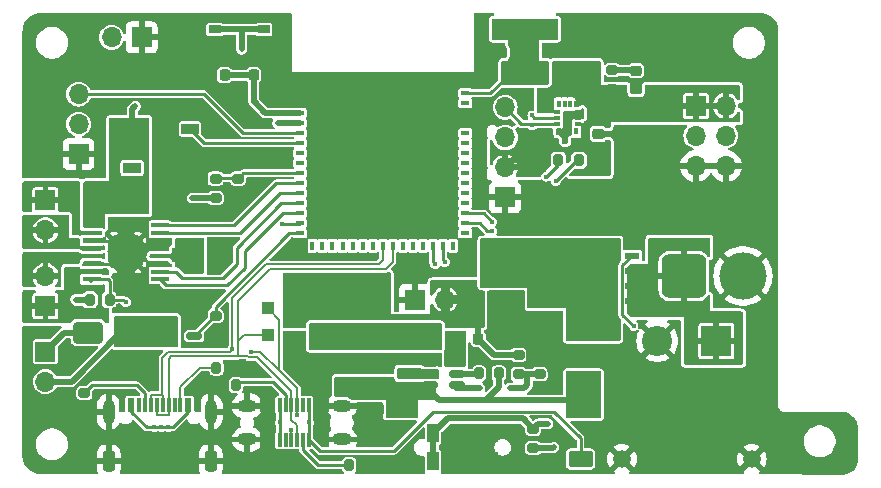
<source format=gbr>
%TF.GenerationSoftware,KiCad,Pcbnew,8.0.6*%
%TF.CreationDate,2024-12-20T17:35:19-08:00*%
%TF.ProjectId,roomba,726f6f6d-6261-42e6-9b69-6361645f7063,rev?*%
%TF.SameCoordinates,Original*%
%TF.FileFunction,Copper,L1,Top*%
%TF.FilePolarity,Positive*%
%FSLAX46Y46*%
G04 Gerber Fmt 4.6, Leading zero omitted, Abs format (unit mm)*
G04 Created by KiCad (PCBNEW 8.0.6) date 2024-12-20 17:35:19*
%MOMM*%
%LPD*%
G01*
G04 APERTURE LIST*
G04 Aperture macros list*
%AMRoundRect*
0 Rectangle with rounded corners*
0 $1 Rounding radius*
0 $2 $3 $4 $5 $6 $7 $8 $9 X,Y pos of 4 corners*
0 Add a 4 corners polygon primitive as box body*
4,1,4,$2,$3,$4,$5,$6,$7,$8,$9,$2,$3,0*
0 Add four circle primitives for the rounded corners*
1,1,$1+$1,$2,$3*
1,1,$1+$1,$4,$5*
1,1,$1+$1,$6,$7*
1,1,$1+$1,$8,$9*
0 Add four rect primitives between the rounded corners*
20,1,$1+$1,$2,$3,$4,$5,0*
20,1,$1+$1,$4,$5,$6,$7,0*
20,1,$1+$1,$6,$7,$8,$9,0*
20,1,$1+$1,$8,$9,$2,$3,0*%
%AMFreePoly0*
4,1,14,0.603536,0.603536,0.605000,0.600000,0.605000,-0.600000,0.603536,-0.603536,0.600000,-0.605000,-0.600000,-0.605000,-0.603536,-0.603536,-0.605000,-0.600000,-0.605000,0.000000,-0.603536,0.003536,-0.003536,0.603536,0.000000,0.605000,0.600000,0.605000,0.603536,0.603536,0.603536,0.603536,$1*%
G04 Aperture macros list end*
%TA.AperFunction,SMDPad,CuDef*%
%ADD10RoundRect,0.050000X0.150000X0.300000X-0.150000X0.300000X-0.150000X-0.300000X0.150000X-0.300000X0*%
%TD*%
%TA.AperFunction,SMDPad,CuDef*%
%ADD11RoundRect,0.200000X0.200000X0.275000X-0.200000X0.275000X-0.200000X-0.275000X0.200000X-0.275000X0*%
%TD*%
%TA.AperFunction,SMDPad,CuDef*%
%ADD12RoundRect,0.475000X2.075000X-0.475000X2.075000X0.475000X-2.075000X0.475000X-2.075000X-0.475000X0*%
%TD*%
%TA.AperFunction,SMDPad,CuDef*%
%ADD13R,1.000000X1.000000*%
%TD*%
%TA.AperFunction,ComponentPad*%
%ADD14R,1.700000X1.700000*%
%TD*%
%TA.AperFunction,ComponentPad*%
%ADD15O,1.700000X1.700000*%
%TD*%
%TA.AperFunction,SMDPad,CuDef*%
%ADD16R,1.500000X0.450000*%
%TD*%
%TA.AperFunction,ComponentPad*%
%ADD17C,0.450000*%
%TD*%
%TA.AperFunction,SMDPad,CuDef*%
%ADD18RoundRect,0.750000X-0.750000X-0.750000X0.750000X-0.750000X0.750000X0.750000X-0.750000X0.750000X0*%
%TD*%
%TA.AperFunction,SMDPad,CuDef*%
%ADD19RoundRect,0.150000X-0.512500X-0.150000X0.512500X-0.150000X0.512500X0.150000X-0.512500X0.150000X0*%
%TD*%
%TA.AperFunction,SMDPad,CuDef*%
%ADD20R,1.000000X1.600000*%
%TD*%
%TA.AperFunction,SMDPad,CuDef*%
%ADD21RoundRect,0.200000X-0.275000X0.200000X-0.275000X-0.200000X0.275000X-0.200000X0.275000X0.200000X0*%
%TD*%
%TA.AperFunction,SMDPad,CuDef*%
%ADD22RoundRect,0.200000X0.275000X-0.200000X0.275000X0.200000X-0.275000X0.200000X-0.275000X-0.200000X0*%
%TD*%
%TA.AperFunction,SMDPad,CuDef*%
%ADD23RoundRect,0.200000X-0.200000X-0.275000X0.200000X-0.275000X0.200000X0.275000X-0.200000X0.275000X0*%
%TD*%
%TA.AperFunction,SMDPad,CuDef*%
%ADD24RoundRect,0.150000X0.512500X0.150000X-0.512500X0.150000X-0.512500X-0.150000X0.512500X-0.150000X0*%
%TD*%
%TA.AperFunction,ComponentPad*%
%ADD25O,1.600000X1.100000*%
%TD*%
%TA.AperFunction,SMDPad,CuDef*%
%ADD26R,0.300000X1.150000*%
%TD*%
%TA.AperFunction,ComponentPad*%
%ADD27RoundRect,0.250000X-0.250000X-0.650000X0.250000X-0.650000X0.250000X0.650000X-0.250000X0.650000X0*%
%TD*%
%TA.AperFunction,ComponentPad*%
%ADD28O,1.000000X2.100000*%
%TD*%
%TA.AperFunction,SMDPad,CuDef*%
%ADD29R,0.600000X1.150000*%
%TD*%
%TA.AperFunction,SMDPad,CuDef*%
%ADD30RoundRect,0.250000X-1.000000X-0.650000X1.000000X-0.650000X1.000000X0.650000X-1.000000X0.650000X0*%
%TD*%
%TA.AperFunction,SMDPad,CuDef*%
%ADD31RoundRect,0.218750X0.256250X-0.218750X0.256250X0.218750X-0.256250X0.218750X-0.256250X-0.218750X0*%
%TD*%
%TA.AperFunction,SMDPad,CuDef*%
%ADD32RoundRect,0.090000X-0.660000X-0.360000X0.660000X-0.360000X0.660000X0.360000X-0.660000X0.360000X0*%
%TD*%
%TA.AperFunction,SMDPad,CuDef*%
%ADD33RoundRect,0.225000X-0.225000X-0.250000X0.225000X-0.250000X0.225000X0.250000X-0.225000X0.250000X0*%
%TD*%
%TA.AperFunction,SMDPad,CuDef*%
%ADD34RoundRect,0.225000X0.250000X-0.225000X0.250000X0.225000X-0.250000X0.225000X-0.250000X-0.225000X0*%
%TD*%
%TA.AperFunction,SMDPad,CuDef*%
%ADD35RoundRect,0.225000X-0.250000X0.225000X-0.250000X-0.225000X0.250000X-0.225000X0.250000X0.225000X0*%
%TD*%
%TA.AperFunction,SMDPad,CuDef*%
%ADD36RoundRect,0.237500X-0.300000X-0.237500X0.300000X-0.237500X0.300000X0.237500X-0.300000X0.237500X0*%
%TD*%
%TA.AperFunction,SMDPad,CuDef*%
%ADD37RoundRect,0.225000X0.225000X0.250000X-0.225000X0.250000X-0.225000X-0.250000X0.225000X-0.250000X0*%
%TD*%
%TA.AperFunction,SMDPad,CuDef*%
%ADD38R,0.350000X0.610000*%
%TD*%
%TA.AperFunction,SMDPad,CuDef*%
%ADD39R,0.610000X0.350000*%
%TD*%
%TA.AperFunction,SMDPad,CuDef*%
%ADD40R,1.050000X0.650000*%
%TD*%
%TA.AperFunction,SMDPad,CuDef*%
%ADD41R,0.800000X0.800000*%
%TD*%
%TA.AperFunction,SMDPad,CuDef*%
%ADD42R,1.200000X1.200000*%
%TD*%
%TA.AperFunction,SMDPad,CuDef*%
%ADD43FreePoly0,0.000000*%
%TD*%
%TA.AperFunction,SMDPad,CuDef*%
%ADD44R,0.400000X0.800000*%
%TD*%
%TA.AperFunction,SMDPad,CuDef*%
%ADD45R,0.800000X0.400000*%
%TD*%
%TA.AperFunction,ComponentPad*%
%ADD46C,4.000000*%
%TD*%
%TA.AperFunction,ComponentPad*%
%ADD47RoundRect,0.760000X-1.140000X-1.140000X1.140000X-1.140000X1.140000X1.140000X-1.140000X1.140000X0*%
%TD*%
%TA.AperFunction,SMDPad,CuDef*%
%ADD48R,1.020000X0.610000*%
%TD*%
%TA.AperFunction,SMDPad,CuDef*%
%ADD49R,3.810000X3.910000*%
%TD*%
%TA.AperFunction,SMDPad,CuDef*%
%ADD50R,1.270000X0.610000*%
%TD*%
%TA.AperFunction,ComponentPad*%
%ADD51R,2.550000X2.550000*%
%TD*%
%TA.AperFunction,ComponentPad*%
%ADD52C,1.508000*%
%TD*%
%TA.AperFunction,ComponentPad*%
%ADD53C,2.550000*%
%TD*%
%TA.AperFunction,SMDPad,CuDef*%
%ADD54RoundRect,0.250000X0.800000X-0.450000X0.800000X0.450000X-0.800000X0.450000X-0.800000X-0.450000X0*%
%TD*%
%TA.AperFunction,SMDPad,CuDef*%
%ADD55RoundRect,0.250000X-0.800000X0.450000X-0.800000X-0.450000X0.800000X-0.450000X0.800000X0.450000X0*%
%TD*%
%TA.AperFunction,ViaPad*%
%ADD56C,0.400000*%
%TD*%
%TA.AperFunction,ViaPad*%
%ADD57C,0.450000*%
%TD*%
%TA.AperFunction,Conductor*%
%ADD58C,0.250000*%
%TD*%
%TA.AperFunction,Conductor*%
%ADD59C,0.500000*%
%TD*%
%TA.AperFunction,Conductor*%
%ADD60C,0.200000*%
%TD*%
G04 APERTURE END LIST*
D10*
%TO.P,D5,1,K*%
%TO.N,PWR-DIODE*%
X152350000Y-120250000D03*
%TO.P,D5,2,A*%
%TO.N,GND*%
X151650000Y-120250000D03*
%TD*%
D11*
%TO.P,R16,1*%
%TO.N,PWR-DIODE*%
X161575000Y-117250000D03*
%TO.P,R16,2*%
%TO.N,Net-(U1-EN)*%
X159925000Y-117250000D03*
%TD*%
D12*
%TO.P,L1,2,2*%
%TO.N,+3V3*%
X149000000Y-109800000D03*
%TO.P,L1,1,1*%
%TO.N,Net-(U1-SW)*%
X149000000Y-114000000D03*
%TD*%
D13*
%TO.P,TP4,1,1*%
%TO.N,/DP*%
X142000000Y-114000000D03*
%TD*%
%TO.P,TP3,1,1*%
%TO.N,/DN*%
X142000000Y-111750000D03*
%TD*%
D14*
%TO.P,U3,1,GND*%
%TO.N,GND*%
X162120000Y-102340000D03*
D15*
%TO.P,U3,2,VCC_IN*%
%TO.N,+3V3*%
X162120000Y-99800000D03*
%TO.P,U3,3,SDA*%
%TO.N,/SCL*%
X162120000Y-97260000D03*
%TO.P,U3,4,SCL*%
%TO.N,/SDA*%
X162120000Y-94720000D03*
%TD*%
D16*
%TO.P,U2,1,Vref*%
%TO.N,+3V3*%
X127100000Y-104725000D03*
%TO.P,U2,2,AOUT1*%
%TO.N,Net-(M1-+)*%
X127100000Y-105375000D03*
%TO.P,U2,3,PGNDA*%
%TO.N,GND*%
X127100000Y-106025000D03*
%TO.P,U2,4,AOUT2*%
%TO.N,Net-(M1--)*%
X127100000Y-106675000D03*
%TO.P,U2,5,BOUT2*%
%TO.N,Net-(M2--)*%
X127100000Y-107325000D03*
%TO.P,U2,6,PGNDB*%
%TO.N,GND*%
X127100000Y-107975000D03*
%TO.P,U2,7,BOUT1*%
%TO.N,Net-(M2-+)*%
X127100000Y-108625000D03*
%TO.P,U2,8,nFault*%
%TO.N,/nFault*%
X127100000Y-109275000D03*
%TO.P,U2,9,BIN1*%
%TO.N,/BIN1*%
X132900000Y-109275000D03*
%TO.P,U2,10,BIN2*%
%TO.N,/BIN2*%
X132900000Y-108625000D03*
%TO.P,U2,11,BIPROPI*%
%TO.N,GND*%
X132900000Y-107975000D03*
%TO.P,U2,12,Vm*%
%TO.N,+BATT*%
X132900000Y-107325000D03*
%TO.P,U2,13,GND*%
%TO.N,GND*%
X132900000Y-106675000D03*
%TO.P,U2,14,AIPROPI*%
X132900000Y-106025000D03*
%TO.P,U2,15,AIN2*%
%TO.N,/AIN2*%
X132900000Y-105375000D03*
%TO.P,U2,16,AIN1*%
%TO.N,/AIN1*%
X132900000Y-104725000D03*
D17*
%TO.P,U2,19,BODYGND*%
%TO.N,GND*%
X131000000Y-106000000D03*
X129000000Y-106000000D03*
X130000000Y-107000000D03*
D18*
X130000000Y-107000000D03*
D17*
X131000000Y-108000000D03*
X129000000Y-108000000D03*
%TD*%
D19*
%TO.P,U1,6,VBST*%
%TO.N,Net-(U1-VBST)*%
X158000000Y-116350000D03*
%TO.P,U1,5,EN*%
%TO.N,Net-(U1-EN)*%
X158000000Y-117300000D03*
%TO.P,U1,4,VFB*%
%TO.N,Net-(U1-VFB)*%
X158000000Y-118250000D03*
%TO.P,U1,3,VIN*%
%TO.N,PWR-DIODE*%
X155725000Y-118250000D03*
%TO.P,U1,2,SW*%
%TO.N,Net-(U1-SW)*%
X155725000Y-117300000D03*
%TO.P,U1,1,GND*%
%TO.N,GND*%
X155725000Y-116350000D03*
%TD*%
D20*
%TO.P,SW3,3,C*%
%TO.N,GND*%
X161000000Y-124700000D03*
X161000000Y-122300000D03*
%TO.P,SW3,2,B*%
X158500000Y-124700000D03*
X158500000Y-122300000D03*
%TO.P,SW3,1,A*%
%TO.N,Net-(Q9-G)*%
X156000000Y-124700000D03*
X156000000Y-122300000D03*
%TD*%
D21*
%TO.P,R15,2*%
%TO.N,/Power/D_BATT*%
X164500000Y-123575000D03*
%TO.P,R15,1*%
%TO.N,Net-(Q9-G)*%
X164500000Y-121925000D03*
%TD*%
%TO.P,R14,1*%
%TO.N,/BATT_SENSE*%
X139510000Y-100750000D03*
%TO.P,R14,2*%
%TO.N,GND*%
X139510000Y-102400000D03*
%TD*%
D22*
%TO.P,R13,2*%
%TO.N,/BATT_SENSE*%
X137600000Y-100750000D03*
%TO.P,R13,1*%
%TO.N,+BATT*%
X137600000Y-102400000D03*
%TD*%
D23*
%TO.P,R12,2*%
%TO.N,+3V3*%
X170025000Y-99200000D03*
%TO.P,R12,1*%
%TO.N,/SDA*%
X168375000Y-99200000D03*
%TD*%
D11*
%TO.P,R11,1*%
%TO.N,/SCL*%
X166625000Y-99200000D03*
%TO.P,R11,2*%
%TO.N,+3V3*%
X164975000Y-99200000D03*
%TD*%
D22*
%TO.P,R10,2*%
%TO.N,GND*%
X165030000Y-115675000D03*
%TO.P,R10,1*%
%TO.N,Net-(U1-VFB)*%
X165030000Y-117325000D03*
%TD*%
D21*
%TO.P,R9,2*%
%TO.N,GND*%
X126500000Y-120575000D03*
%TO.P,R9,1*%
%TO.N,Net-(J1-CC1)*%
X126500000Y-118925000D03*
%TD*%
D23*
%TO.P,R8,2*%
%TO.N,GND*%
X139325000Y-116750000D03*
%TO.P,R8,1*%
%TO.N,Net-(J1-CC2)*%
X137675000Y-116750000D03*
%TD*%
D22*
%TO.P,R7,1*%
%TO.N,GND*%
X137600000Y-114025000D03*
%TO.P,R7,2*%
%TO.N,/VacPump*%
X137600000Y-112375000D03*
%TD*%
D21*
%TO.P,R6,2*%
%TO.N,Net-(U1-VFB)*%
X163250000Y-117325000D03*
%TO.P,R6,1*%
%TO.N,+3V3*%
X163250000Y-115675000D03*
%TD*%
D23*
%TO.P,R5,1*%
%TO.N,+3V3*%
X126975000Y-111000000D03*
%TO.P,R5,2*%
%TO.N,/nFault*%
X128625000Y-111000000D03*
%TD*%
D22*
%TO.P,R3,2*%
%TO.N,Net-(D9-A)*%
X171200000Y-91550000D03*
%TO.P,R3,1*%
%TO.N,+3V3*%
X171200000Y-93200000D03*
%TD*%
D23*
%TO.P,R2,2*%
%TO.N,GND*%
X150575000Y-125010750D03*
%TO.P,R2,1*%
%TO.N,Net-(J4-CC2)*%
X148925000Y-125010750D03*
%TD*%
D11*
%TO.P,R1,2*%
%TO.N,GND*%
X137675000Y-118250000D03*
%TO.P,R1,1*%
%TO.N,Net-(J4-CC1)*%
X139325000Y-118250000D03*
%TD*%
D24*
%TO.P,Q1,1,G*%
%TO.N,/VacPump*%
X135800000Y-114100000D03*
%TO.P,Q1,2,S*%
%TO.N,GND*%
X135800000Y-112200000D03*
%TO.P,Q1,3,D*%
%TO.N,Net-(D10-A)*%
X133525000Y-113150000D03*
%TD*%
D14*
%TO.P,M3,1,+*%
%TO.N,+BATT*%
X123200000Y-115400000D03*
D15*
%TO.P,M3,2,-*%
%TO.N,Net-(D10-A)*%
X123200000Y-117940000D03*
%TD*%
%TO.P,M2,2,-*%
%TO.N,Net-(M2--)*%
X123200000Y-109000000D03*
D14*
%TO.P,M2,1,+*%
%TO.N,Net-(M2-+)*%
X123200000Y-111540000D03*
%TD*%
%TO.P,M1,1,+*%
%TO.N,Net-(M1-+)*%
X123200000Y-102600000D03*
D15*
%TO.P,M1,2,-*%
%TO.N,Net-(M1--)*%
X123200000Y-105140000D03*
%TD*%
%TO.P,J7,2,Pin_2*%
%TO.N,+3V3*%
X157040000Y-111000000D03*
D14*
%TO.P,J7,1,Pin_1*%
%TO.N,GND*%
X154500000Y-111000000D03*
%TD*%
%TO.P,J6,1,Pin_1*%
%TO.N,GND*%
X131340000Y-88800000D03*
D15*
%TO.P,J6,2,Pin_2*%
%TO.N,+BATT*%
X128800000Y-88800000D03*
%TD*%
D25*
%TO.P,J4,S4,SHIELD*%
%TO.N,GND*%
X148275000Y-122840750D03*
%TO.P,J4,S3,SHIELD*%
X140275000Y-122840750D03*
%TO.P,J4,S2,SHIELD*%
X148275000Y-119980750D03*
%TO.P,J4,S1,SHIELD*%
X140275000Y-119980750D03*
D26*
%TO.P,J4,B12,GND_B*%
X141525000Y-122895750D03*
%TO.P,J4,B9,VBUS_B*%
%TO.N,+V_USB*%
X143025000Y-122895750D03*
%TO.P,J4,B8,SBU2*%
%TO.N,unconnected-(J4-SBU2-PadB8)*%
X143525000Y-122895750D03*
%TO.P,J4,B7,DN2*%
%TO.N,/DN*%
X144025000Y-122895750D03*
%TO.P,J4,B6,DP2*%
%TO.N,/DP*%
X144525000Y-122895750D03*
%TO.P,J4,B5,CC2*%
%TO.N,Net-(J4-CC2)*%
X145025000Y-122895750D03*
%TO.P,J4,B4,VBUS_B*%
%TO.N,+V_USB*%
X145525000Y-122895750D03*
%TO.P,J4,B1,GND_B*%
%TO.N,GND*%
X147025000Y-122895750D03*
%TO.P,J4,A12,GND_A*%
X147025000Y-119925750D03*
%TO.P,J4,A9,VBUS_A*%
%TO.N,+V_USB*%
X145525000Y-119925750D03*
%TO.P,J4,A8,SBU1*%
%TO.N,unconnected-(J4-SBU1-PadA8)*%
X145025000Y-119925750D03*
%TO.P,J4,A7,DN1*%
%TO.N,/DN*%
X144525000Y-119925750D03*
%TO.P,J4,A6,DP1*%
%TO.N,/DP*%
X144025000Y-119925750D03*
%TO.P,J4,A5,CC1*%
%TO.N,Net-(J4-CC1)*%
X143525000Y-119925750D03*
%TO.P,J4,A4,VBUS_A*%
%TO.N,+V_USB*%
X143025000Y-119925750D03*
%TO.P,J4,A1,GND_A*%
%TO.N,GND*%
X141525000Y-119925750D03*
%TD*%
D14*
%TO.P,J2,1,Pin_1*%
%TO.N,GND*%
X126000000Y-98680000D03*
D15*
%TO.P,J2,2,Pin_2*%
%TO.N,unconnected-(J2-Pin_2-Pad2)*%
X126000000Y-96140000D03*
%TO.P,J2,3,Pin_3*%
%TO.N,/BLDC_MOT*%
X126000000Y-93600000D03*
%TD*%
D27*
%TO.P,J1,S4,SHELL_GND*%
%TO.N,GND*%
X137195000Y-124673250D03*
%TO.P,J1,S3,SHELL_GND*%
X128555000Y-124673250D03*
D28*
%TO.P,J1,S2,SHELL_GND*%
X137195000Y-120493250D03*
%TO.P,J1,S1,SHELL_GND*%
X128555000Y-120493250D03*
D26*
%TO.P,J1,B8,SBU2*%
%TO.N,unconnected-(J1-SBU2-PadB8)*%
X131125000Y-119918250D03*
%TO.P,J1,B7,DN2*%
%TO.N,/DN*%
X132125000Y-119918250D03*
%TO.P,J1,B6,DP2*%
%TO.N,/DP*%
X133625000Y-119918250D03*
%TO.P,J1,B5,CC2*%
%TO.N,Net-(J1-CC2)*%
X134625000Y-119918250D03*
D29*
%TO.P,J1,B4_A9,VBUS*%
%TO.N,+V_USB*%
X135275000Y-119918250D03*
%TO.P,J1,B1_A12,GND*%
%TO.N,GND*%
X136075000Y-119918250D03*
D26*
%TO.P,J1,A8,SBU1*%
%TO.N,unconnected-(J1-SBU1-PadA8)*%
X134125000Y-119918250D03*
%TO.P,J1,A7,DN1*%
%TO.N,/DN*%
X133125000Y-119918250D03*
%TO.P,J1,A6,DP1*%
%TO.N,/DP*%
X132625000Y-119918250D03*
%TO.P,J1,A5,CC1*%
%TO.N,Net-(J1-CC1)*%
X131625000Y-119918250D03*
D29*
%TO.P,J1,A4_B9,VBUS*%
%TO.N,+V_USB*%
X130475000Y-119918250D03*
%TO.P,J1,A1_B12,GND*%
%TO.N,GND*%
X129675000Y-119918250D03*
%TD*%
D30*
%TO.P,D10,1,K*%
%TO.N,+BATT*%
X126800000Y-113800000D03*
%TO.P,D10,2,A*%
%TO.N,Net-(D10-A)*%
X130800000Y-113800000D03*
%TD*%
D31*
%TO.P,D9,1,K*%
%TO.N,GND*%
X173200000Y-93200000D03*
%TO.P,D9,2,A*%
%TO.N,Net-(D9-A)*%
X173200000Y-91625000D03*
%TD*%
D32*
%TO.P,D3,4,DIN*%
%TO.N,/DIN*%
X135450000Y-96550000D03*
%TO.P,D3,3,VSS*%
%TO.N,GND*%
X135450000Y-99850000D03*
%TO.P,D3,2,DOUT*%
%TO.N,unconnected-(D3-DOUT-Pad2)*%
X130550000Y-99850000D03*
%TO.P,D3,1,VDD*%
%TO.N,+3V3*%
X130550000Y-96550000D03*
%TD*%
D33*
%TO.P,C15,1*%
%TO.N,+3V3*%
X159802500Y-110751750D03*
%TO.P,C15,2*%
%TO.N,GND*%
X161352500Y-110751750D03*
%TD*%
%TO.P,C14,1*%
%TO.N,+3V3*%
X159837500Y-114351750D03*
%TO.P,C14,2*%
%TO.N,GND*%
X161387500Y-114351750D03*
%TD*%
D34*
%TO.P,C13,1*%
%TO.N,PWR-DIODE*%
X152100000Y-118025000D03*
%TO.P,C13,2*%
%TO.N,GND*%
X152100000Y-116475000D03*
%TD*%
D35*
%TO.P,C12,1*%
%TO.N,+3V3*%
X170000000Y-95425000D03*
%TO.P,C12,2*%
%TO.N,GND*%
X170000000Y-96975000D03*
%TD*%
%TO.P,C11,1*%
%TO.N,+3V3*%
X172000000Y-95425000D03*
%TO.P,C11,2*%
%TO.N,GND*%
X172000000Y-96975000D03*
%TD*%
D34*
%TO.P,C10,1*%
%TO.N,PWR-DIODE*%
X150300000Y-118025000D03*
%TO.P,C10,2*%
%TO.N,GND*%
X150300000Y-116475000D03*
%TD*%
D33*
%TO.P,C9,1*%
%TO.N,+3V3*%
X159802500Y-112571750D03*
%TO.P,C9,2*%
%TO.N,GND*%
X161352500Y-112571750D03*
%TD*%
D34*
%TO.P,C8,1*%
%TO.N,PWR-DIODE*%
X148500000Y-118025000D03*
%TO.P,C8,2*%
%TO.N,GND*%
X148500000Y-116475000D03*
%TD*%
D36*
%TO.P,C7,1*%
%TO.N,+BATT*%
X135875000Y-106400000D03*
%TO.P,C7,2*%
%TO.N,GND*%
X137600000Y-106400000D03*
%TD*%
%TO.P,C6,1*%
%TO.N,+BATT*%
X135875000Y-108200000D03*
%TO.P,C6,2*%
%TO.N,GND*%
X137600000Y-108200000D03*
%TD*%
D37*
%TO.P,C5,2*%
%TO.N,Net-(U1-SW)*%
X156200000Y-114500000D03*
%TO.P,C5,1*%
%TO.N,Net-(U1-VBST)*%
X157750000Y-114500000D03*
%TD*%
D36*
%TO.P,C4,1*%
%TO.N,+3V3*%
X131275000Y-102800000D03*
%TO.P,C4,2*%
%TO.N,GND*%
X133000000Y-102800000D03*
%TD*%
D37*
%TO.P,C3,2*%
%TO.N,GND*%
X136825000Y-92000000D03*
%TO.P,C3,1*%
%TO.N,+3V3*%
X138375000Y-92000000D03*
%TD*%
D38*
%TO.P,Accelerometer1,1,SDO/SA0*%
%TO.N,GND*%
X166650000Y-96760000D03*
%TO.P,Accelerometer1,2,SDX*%
X167150000Y-96760000D03*
%TO.P,Accelerometer1,3,SCX*%
X167650000Y-96760000D03*
%TO.P,Accelerometer1,4,INT1*%
%TO.N,unconnected-(Accelerometer1-INT1-Pad4)*%
X168150000Y-96760000D03*
D39*
%TO.P,Accelerometer1,5,VDDIO*%
%TO.N,+3V3*%
X168310000Y-96100000D03*
%TO.P,Accelerometer1,6,GND*%
%TO.N,GND*%
X168310000Y-95600000D03*
%TO.P,Accelerometer1,7,GND*%
X168310000Y-95100000D03*
D38*
%TO.P,Accelerometer1,8,VDD*%
%TO.N,+3V3*%
X168150000Y-94440000D03*
%TO.P,Accelerometer1,9,INT2*%
%TO.N,unconnected-(Accelerometer1-INT2-Pad9)*%
X167650000Y-94440000D03*
%TO.P,Accelerometer1,10,OCS_AUX*%
%TO.N,unconnected-(Accelerometer1-OCS_AUX-Pad10)*%
X167150000Y-94440000D03*
%TO.P,Accelerometer1,11,SDO_AUX*%
%TO.N,unconnected-(Accelerometer1-SDO_AUX-Pad11)*%
X166650000Y-94440000D03*
D39*
%TO.P,Accelerometer1,12,CS*%
%TO.N,+3V3*%
X166490000Y-95100000D03*
%TO.P,Accelerometer1,13,SCL*%
%TO.N,/SCL*%
X166490000Y-95600000D03*
%TO.P,Accelerometer1,14,SDA*%
%TO.N,/SDA*%
X166490000Y-96100000D03*
%TD*%
D23*
%TO.P,R4,1*%
%TO.N,Net-(MCU1-EN)*%
X164975000Y-91800000D03*
%TO.P,R4,2*%
%TO.N,+3V3*%
X166625000Y-91800000D03*
%TD*%
D40*
%TO.P,SW1,1*%
%TO.N,Net-(MCU1-EN)*%
X161725000Y-87925000D03*
X165875000Y-87925000D03*
%TO.P,SW1,2*%
%TO.N,GND*%
X161725000Y-90075000D03*
X165875000Y-90075000D03*
%TD*%
%TO.P,SW2,2*%
%TO.N,GND*%
X141675000Y-90275000D03*
X137525000Y-90275000D03*
%TO.P,SW2,1*%
%TO.N,Net-(MCU1-IO0)*%
X141675000Y-88125000D03*
X137525000Y-88125000D03*
%TD*%
D41*
%TO.P,MCU1,65,GND*%
%TO.N,GND*%
X158750000Y-92450000D03*
%TO.P,MCU1,64,GND*%
X158750000Y-106450000D03*
%TO.P,MCU1,63,GND*%
X144750000Y-106450000D03*
%TO.P,MCU1,62,GND*%
X144750000Y-92450000D03*
D42*
%TO.P,MCU1,61_8,GND*%
X150100000Y-99450000D03*
%TO.P,MCU1,61_7,GND*%
X150100000Y-101100000D03*
%TO.P,MCU1,61_6,GND*%
X151750000Y-101100000D03*
%TO.P,MCU1,61_5,GND*%
X153400000Y-101100000D03*
%TO.P,MCU1,61_4,GND*%
X153400000Y-99450000D03*
%TO.P,MCU1,61_3,GND*%
X153400000Y-97800000D03*
%TO.P,MCU1,61_2,GND*%
X151750000Y-97800000D03*
D43*
%TO.P,MCU1,61_1,GND*%
X150100000Y-97800000D03*
D42*
%TO.P,MCU1,61,GND*%
X151750000Y-99450000D03*
D44*
%TO.P,MCU1,60,GND*%
X145800000Y-92450000D03*
%TO.P,MCU1,59,GND*%
X146650000Y-92450000D03*
%TO.P,MCU1,58,GND*%
X147500000Y-92450000D03*
%TO.P,MCU1,57,GND*%
X148350000Y-92450000D03*
%TO.P,MCU1,56,GND*%
X149200000Y-92450000D03*
%TO.P,MCU1,55,GND*%
X150050000Y-92450000D03*
%TO.P,MCU1,54,GND*%
X150900000Y-92450000D03*
%TO.P,MCU1,53,GND*%
X151750000Y-92450000D03*
%TO.P,MCU1,52,GND*%
X152600000Y-92450000D03*
%TO.P,MCU1,51,GND*%
X153450000Y-92450000D03*
%TO.P,MCU1,50,GND*%
X154300000Y-92450000D03*
%TO.P,MCU1,49,GND*%
X155150000Y-92450000D03*
%TO.P,MCU1,48,GND*%
X156000000Y-92450000D03*
%TO.P,MCU1,47,GND*%
X156850000Y-92450000D03*
%TO.P,MCU1,46,GND*%
X157700000Y-92450000D03*
D45*
%TO.P,MCU1,45,EN*%
%TO.N,Net-(MCU1-EN)*%
X158750000Y-93500000D03*
%TO.P,MCU1,44,IO46*%
%TO.N,unconnected-(MCU1-IO46-Pad44)*%
X158750000Y-94350000D03*
%TO.P,MCU1,43,GND*%
%TO.N,GND*%
X158750000Y-95200000D03*
%TO.P,MCU1,42,GND*%
X158750000Y-96050000D03*
%TO.P,MCU1,41,IO45*%
%TO.N,unconnected-(MCU1-IO45-Pad41)*%
X158750000Y-96900000D03*
%TO.P,MCU1,40,RXD0*%
%TO.N,unconnected-(MCU1-RXD0-Pad40)*%
X158750000Y-97750000D03*
%TO.P,MCU1,39,TXD0*%
%TO.N,unconnected-(MCU1-TXD0-Pad39)*%
X158750000Y-98600000D03*
%TO.P,MCU1,38,IO42*%
%TO.N,unconnected-(MCU1-IO42-Pad38)*%
X158750000Y-99450000D03*
%TO.P,MCU1,37,IO41*%
%TO.N,unconnected-(MCU1-IO41-Pad37)*%
X158750000Y-100300000D03*
%TO.P,MCU1,36,IO40*%
%TO.N,unconnected-(MCU1-IO40-Pad36)*%
X158750000Y-101150000D03*
%TO.P,MCU1,35,IO39*%
%TO.N,unconnected-(MCU1-IO39-Pad35)*%
X158750000Y-102000000D03*
%TO.P,MCU1,34,IO38*%
%TO.N,unconnected-(MCU1-IO38-Pad34)*%
X158750000Y-102850000D03*
%TO.P,MCU1,33,IO37*%
%TO.N,/LED_S1*%
X158750000Y-103700000D03*
%TO.P,MCU1,32,IO36*%
%TO.N,/LED_S2*%
X158750000Y-104550000D03*
%TO.P,MCU1,31,IO35*%
%TO.N,unconnected-(MCU1-IO35-Pad31)*%
X158750000Y-105400000D03*
D44*
%TO.P,MCU1,30,IO48*%
%TO.N,unconnected-(MCU1-IO48-Pad30)*%
X157700000Y-106450000D03*
%TO.P,MCU1,29,IO34*%
%TO.N,/SCL*%
X156850000Y-106450000D03*
%TO.P,MCU1,28,IO33*%
%TO.N,/SDA*%
X156000000Y-106450000D03*
%TO.P,MCU1,27,IO47*%
%TO.N,unconnected-(MCU1-IO47-Pad27)*%
X155150000Y-106450000D03*
%TO.P,MCU1,26,IO26*%
%TO.N,unconnected-(MCU1-IO26-Pad26)*%
X154300000Y-106450000D03*
%TO.P,MCU1,25,IO21*%
%TO.N,unconnected-(MCU1-IO21-Pad25)*%
X153450000Y-106450000D03*
%TO.P,MCU1,24,IO20*%
%TO.N,/DP*%
X152600000Y-106450000D03*
%TO.P,MCU1,23,IO19*%
%TO.N,/DN*%
X151750000Y-106450000D03*
%TO.P,MCU1,22,IO18*%
%TO.N,unconnected-(MCU1-IO18-Pad22)*%
X150900000Y-106450000D03*
%TO.P,MCU1,21,IO17*%
%TO.N,unconnected-(MCU1-IO17-Pad21)*%
X150050000Y-106450000D03*
%TO.P,MCU1,20,IO16*%
%TO.N,unconnected-(MCU1-IO16-Pad20)*%
X149200000Y-106450000D03*
%TO.P,MCU1,19,IO15*%
%TO.N,unconnected-(MCU1-IO15-Pad19)*%
X148350000Y-106450000D03*
%TO.P,MCU1,18,IO14*%
%TO.N,unconnected-(MCU1-IO14-Pad18)*%
X147500000Y-106450000D03*
%TO.P,MCU1,17,IO13*%
%TO.N,unconnected-(MCU1-IO13-Pad17)*%
X146650000Y-106450000D03*
%TO.P,MCU1,16,IO12*%
%TO.N,unconnected-(MCU1-IO12-Pad16)*%
X145800000Y-106450000D03*
D45*
%TO.P,MCU1,15,IO11*%
%TO.N,/VacPump*%
X144750000Y-105400000D03*
%TO.P,MCU1,14,IO10*%
%TO.N,/nFault*%
X144750000Y-104550000D03*
%TO.P,MCU1,13,IO9*%
%TO.N,/BIN1*%
X144750000Y-103700000D03*
%TO.P,MCU1,12,IO8*%
%TO.N,/BIN2*%
X144750000Y-102850000D03*
%TO.P,MCU1,11,IO7*%
%TO.N,/AIN2*%
X144750000Y-102000000D03*
%TO.P,MCU1,10,IO6*%
%TO.N,/AIN1*%
X144750000Y-101150000D03*
%TO.P,MCU1,9,IO5*%
%TO.N,/BATT_SENSE*%
X144750000Y-100300000D03*
%TO.P,MCU1,8,IO4*%
%TO.N,unconnected-(MCU1-IO4-Pad8)*%
X144750000Y-99450000D03*
%TO.P,MCU1,7,IO3*%
%TO.N,unconnected-(MCU1-IO3-Pad7)*%
X144750000Y-98600000D03*
%TO.P,MCU1,6,IO2*%
%TO.N,/DIN*%
X144750000Y-97750000D03*
%TO.P,MCU1,5,IO1*%
%TO.N,/BLDC_MOT*%
X144750000Y-96900000D03*
%TO.P,MCU1,4,IO0*%
%TO.N,Net-(MCU1-IO0)*%
X144750000Y-96050000D03*
%TO.P,MCU1,3,3V3*%
%TO.N,+3V3*%
X144750000Y-95200000D03*
%TO.P,MCU1,2,GND*%
%TO.N,GND*%
X144750000Y-94350000D03*
%TO.P,MCU1,1,GND*%
X144750000Y-93500000D03*
%TD*%
D33*
%TO.P,C1,2*%
%TO.N,Net-(MCU1-EN)*%
X162575000Y-91800000D03*
%TO.P,C1,1*%
%TO.N,GND*%
X161025000Y-91800000D03*
%TD*%
%TO.P,C2,2*%
%TO.N,GND*%
X142375000Y-92000000D03*
%TO.P,C2,1*%
%TO.N,+3V3*%
X140825000Y-92000000D03*
%TD*%
D46*
%TO.P,J5,2,N*%
%TO.N,GND*%
X182250000Y-109000000D03*
D47*
%TO.P,J5,1,P*%
%TO.N,/Power/D_BATT*%
X177250000Y-109000000D03*
%TD*%
D48*
%TO.P,Q9,5,D*%
%TO.N,+BATT*%
X167395000Y-107285000D03*
X167395000Y-108555000D03*
X167395000Y-109825000D03*
X167395000Y-111095000D03*
D49*
X169500000Y-109190000D03*
D50*
%TO.P,Q9,4,G*%
%TO.N,Net-(Q9-G)*%
X172860000Y-107285000D03*
%TO.P,Q9,3,S*%
%TO.N,/Power/D_BATT*%
X172860000Y-108555000D03*
%TO.P,Q9,2,S*%
X172860000Y-109825000D03*
%TO.P,Q9,1,S*%
X172860000Y-111095000D03*
%TD*%
D51*
%TO.P,J3,1,P*%
%TO.N,/Power/D_BATT*%
X180000000Y-114500000D03*
D52*
%TO.P,J3,2,N*%
%TO.N,GND*%
X183000000Y-124500000D03*
D53*
X175000000Y-114500000D03*
D52*
X172000000Y-124500000D03*
%TD*%
D54*
%TO.P,D2,1,K*%
%TO.N,PWR-DIODE*%
X168500000Y-117750000D03*
%TO.P,D2,2,A*%
%TO.N,+BATT*%
X168500000Y-113350000D03*
%TD*%
D55*
%TO.P,D1,1,K*%
%TO.N,PWR-DIODE*%
X168500000Y-120100000D03*
%TO.P,D1,2,A*%
%TO.N,+V_USB*%
X168500000Y-124500000D03*
%TD*%
D14*
%TO.P,LED1,1,Pin_1*%
%TO.N,+3V3*%
X178260000Y-94600000D03*
D15*
%TO.P,LED1,2,Pin_2*%
X180800000Y-94600000D03*
%TO.P,LED1,3,Pin_3*%
%TO.N,/LED_S1*%
X178260000Y-97140000D03*
%TO.P,LED1,4,Pin_4*%
%TO.N,/LED_S2*%
X180800000Y-97140000D03*
%TO.P,LED1,5,Pin_5*%
%TO.N,GND*%
X178260000Y-99680000D03*
%TO.P,LED1,6,Pin_6*%
X180800000Y-99680000D03*
%TD*%
D56*
%TO.N,GND*%
X143250000Y-107000000D03*
X143250000Y-107500000D03*
X142750000Y-107500000D03*
%TO.N,Net-(U1-SW)*%
X153000000Y-115000000D03*
X154000000Y-115000000D03*
X153500000Y-115000000D03*
X154500000Y-115000000D03*
X153000000Y-114500000D03*
X154000000Y-114500000D03*
X153500000Y-114500000D03*
X154500000Y-114500000D03*
X153500000Y-117250000D03*
X154000000Y-117250000D03*
X154500000Y-117250000D03*
X154500000Y-114000000D03*
X154000000Y-114000000D03*
X153500000Y-114000000D03*
X153000000Y-114000000D03*
%TO.N,GND*%
X152500000Y-125000000D03*
X152000000Y-125000000D03*
X152500000Y-124500000D03*
X152000000Y-124500000D03*
X177000000Y-118000000D03*
X176250000Y-118000000D03*
X176250000Y-117250000D03*
X172500000Y-118000000D03*
X173250000Y-117250000D03*
X173250000Y-118000000D03*
X175500000Y-118000000D03*
X174750000Y-118000000D03*
X174000000Y-118000000D03*
X175500000Y-117250000D03*
X175500000Y-116500000D03*
X174750000Y-116500000D03*
X174750000Y-117250000D03*
X174000000Y-117250000D03*
X174000000Y-116500000D03*
X173500000Y-104000000D03*
X174500000Y-104000000D03*
X172500000Y-104000000D03*
X174000000Y-104500000D03*
X173000000Y-104000000D03*
X173500000Y-104500000D03*
X174000000Y-104000000D03*
X173000000Y-104500000D03*
X173500000Y-105000000D03*
X166242062Y-118031831D03*
X166250000Y-117250000D03*
X166250000Y-116500000D03*
X166250000Y-115750000D03*
X166250000Y-115000000D03*
X166250000Y-114250000D03*
X165500000Y-114250000D03*
X166250000Y-113500000D03*
X165500000Y-113500000D03*
%TO.N,Net-(U1-VFB)*%
X162500000Y-118500000D03*
X160000000Y-118500000D03*
%TO.N,GND*%
X135000000Y-91250000D03*
X134000000Y-90750000D03*
X134500000Y-91250000D03*
X134000000Y-91250000D03*
X134500000Y-90750000D03*
X135000000Y-90750000D03*
X134500000Y-90000000D03*
X133500000Y-89500000D03*
X134000000Y-90000000D03*
X133500000Y-90000000D03*
X134000000Y-89500000D03*
X134500000Y-89500000D03*
X141250000Y-96250000D03*
X140250000Y-95750000D03*
X140750000Y-96250000D03*
X140250000Y-96250000D03*
X140750000Y-95750000D03*
X141250000Y-95750000D03*
X141497687Y-99252314D03*
X140997687Y-99252314D03*
X140997687Y-98752314D03*
X140497687Y-98752314D03*
X141500000Y-98750000D03*
X140497687Y-99252314D03*
X131497687Y-105002314D03*
X130997687Y-105002314D03*
X130997687Y-104502314D03*
X130497687Y-104502314D03*
X131500000Y-104500000D03*
X130497687Y-105002314D03*
X131502313Y-108997686D03*
X131000000Y-109000000D03*
X130500000Y-109000000D03*
X130500000Y-109500000D03*
X131000000Y-109500000D03*
X131500000Y-109500000D03*
X172000000Y-104250000D03*
X172500000Y-104750000D03*
X173000000Y-105250000D03*
X172000000Y-104750000D03*
X171500000Y-104750000D03*
X172500000Y-105250000D03*
X172000000Y-105250000D03*
X171500000Y-105250000D03*
X171000000Y-105250000D03*
X146250000Y-117750000D03*
X146250000Y-118750000D03*
X146750000Y-118250000D03*
X146250000Y-118250000D03*
X145750000Y-118250000D03*
X154750000Y-107750000D03*
X153750000Y-107750000D03*
X154250000Y-107750000D03*
X154750000Y-108250000D03*
X154250000Y-108250000D03*
X153750000Y-108250000D03*
X160500000Y-89000000D03*
X160000000Y-89000000D03*
X160500000Y-89500000D03*
X160000000Y-89500000D03*
X160500000Y-90000000D03*
X160000000Y-90000000D03*
X143500000Y-90000000D03*
X142750000Y-90000000D03*
X143500000Y-89500000D03*
X142750000Y-89500000D03*
X143500000Y-89000000D03*
X142750000Y-89000000D03*
X152570000Y-101090000D03*
X150925000Y-101135000D03*
X150925000Y-100275000D03*
X152575000Y-100275000D03*
X152575000Y-98625000D03*
X150925000Y-98625000D03*
%TO.N,Net-(Q9-G)*%
X165750000Y-121500000D03*
%TO.N,+3V3*%
X145250000Y-109250000D03*
X144500000Y-109250000D03*
X143750000Y-109250000D03*
X145250000Y-110000000D03*
X144500000Y-110000000D03*
X143750000Y-110000000D03*
X145250000Y-110750000D03*
X144500000Y-110750000D03*
X143750000Y-110750000D03*
X145250000Y-111500000D03*
X144500000Y-111500000D03*
X143750000Y-111500000D03*
X145250000Y-112250000D03*
X144500000Y-112250000D03*
X143750000Y-112250000D03*
%TO.N,GND*%
X138800000Y-107800000D03*
X138800000Y-107200000D03*
X138800000Y-106600000D03*
X138800000Y-106000000D03*
%TO.N,/SDA*%
X166400000Y-101000000D03*
%TO.N,/SCL*%
X165600000Y-100600000D03*
X164400000Y-95400000D03*
%TO.N,/SDA*%
X164400000Y-96200000D03*
D57*
%TO.N,/LED_S2*%
X161000000Y-105200000D03*
%TO.N,/LED_S1*%
X161000000Y-104400000D03*
%TO.N,+BATT*%
X135600000Y-102400000D03*
X136200000Y-102400000D03*
%TO.N,/SDA*%
X156200000Y-108000000D03*
%TO.N,Net-(MCU1-IO0)*%
X139800000Y-89800000D03*
X142850000Y-96050000D03*
%TO.N,+3V3*%
X141200000Y-94600000D03*
X141600000Y-95000000D03*
X140800000Y-94200000D03*
X130800000Y-94600000D03*
X129000000Y-103200000D03*
X129000000Y-102600000D03*
X129000000Y-102000000D03*
X129600000Y-103200000D03*
X129600000Y-102600000D03*
X129600000Y-102000000D03*
%TO.N,+BATT*%
X134400000Y-106600000D03*
X134400000Y-107800000D03*
X135000000Y-107200000D03*
X134400000Y-107200000D03*
%TO.N,+3V3*%
X125800000Y-111000000D03*
%TO.N,/nFault*%
X130000000Y-111200000D03*
X143200000Y-104600000D03*
%TO.N,+BATT*%
X162800000Y-106400000D03*
X163400000Y-107000000D03*
X162800000Y-107000000D03*
X163400000Y-106400000D03*
X161600000Y-106400000D03*
X162200000Y-107000000D03*
X161600000Y-107000000D03*
X162200000Y-106400000D03*
X161000000Y-106400000D03*
X160400000Y-106400000D03*
X161000000Y-107000000D03*
X160400000Y-107000000D03*
D56*
%TO.N,/DN*%
X144525000Y-120810750D03*
X144025000Y-122010750D03*
%TO.N,+V_USB*%
X133000000Y-121800000D03*
X132400000Y-121800000D03*
X133600000Y-121800000D03*
X145525000Y-121400000D03*
X143025000Y-121400000D03*
D57*
%TO.N,/SCL*%
X157000000Y-107800000D03*
D56*
%TO.N,GND*%
X167200000Y-97600000D03*
%TO.N,/DN*%
X140600000Y-115400000D03*
X139000000Y-115200000D03*
%TO.N,GND*%
X150925000Y-97750000D03*
X152575000Y-97750000D03*
X150925000Y-99495000D03*
X152570000Y-99450000D03*
X142247687Y-99252314D03*
X143250000Y-98750000D03*
X142247687Y-98752314D03*
X142747687Y-98752314D03*
X142747687Y-99252314D03*
X143247687Y-99252314D03*
%TO.N,Net-(Q9-G)*%
X173000000Y-113250000D03*
%TO.N,/Power/D_BATT*%
X166250000Y-123500000D03*
%TD*%
D58*
%TO.N,+V_USB*%
X168500000Y-122750000D02*
X168500000Y-124500000D01*
X156025000Y-120475000D02*
X166225000Y-120475000D01*
X152704250Y-123795750D02*
X156025000Y-120475000D01*
X146425000Y-123795750D02*
X152704250Y-123795750D01*
X166225000Y-120475000D02*
X168500000Y-122750000D01*
X145525000Y-122895750D02*
X146425000Y-123795750D01*
D59*
%TO.N,Net-(Q9-G)*%
X163625000Y-121050000D02*
X164500000Y-121925000D01*
X157250000Y-121050000D02*
X163625000Y-121050000D01*
X156000000Y-122300000D02*
X157250000Y-121050000D01*
X156050000Y-122350000D02*
X156000000Y-122300000D01*
X156050000Y-124650000D02*
X156050000Y-122350000D01*
X156000000Y-124700000D02*
X156050000Y-124650000D01*
%TO.N,Net-(U1-EN)*%
X159875000Y-117300000D02*
X159925000Y-117250000D01*
X158000000Y-117300000D02*
X159875000Y-117300000D01*
%TO.N,PWR-DIODE*%
X156500000Y-119500000D02*
X160500000Y-119500000D01*
X155725000Y-118725000D02*
X156500000Y-119500000D01*
X155725000Y-118250000D02*
X155725000Y-118725000D01*
X161575000Y-118425000D02*
X160500000Y-119500000D01*
X161575000Y-117250000D02*
X161575000Y-118425000D01*
%TO.N,Net-(U1-VFB)*%
X164000000Y-118250000D02*
X164000000Y-117325000D01*
X163750000Y-118500000D02*
X164000000Y-118250000D01*
X162500000Y-118500000D02*
X163750000Y-118500000D01*
%TO.N,+3V3*%
X159851750Y-114351750D02*
X161175000Y-115675000D01*
X161175000Y-115675000D02*
X163250000Y-115675000D01*
X159837500Y-114351750D02*
X159851750Y-114351750D01*
%TO.N,PWR-DIODE*%
X160500000Y-119500000D02*
X167900000Y-119500000D01*
%TO.N,/Power/D_BATT*%
X164500000Y-123575000D02*
X166175000Y-123575000D01*
%TO.N,Net-(U1-VFB)*%
X158250000Y-118500000D02*
X158000000Y-118250000D01*
X160000000Y-118500000D02*
X157962500Y-118500000D01*
X165030000Y-117325000D02*
X164000000Y-117325000D01*
X164000000Y-117325000D02*
X163250000Y-117325000D01*
D58*
%TO.N,Net-(J1-CC1)*%
X127175000Y-118250000D02*
X126500000Y-118925000D01*
X131625000Y-118935750D02*
X130939250Y-118250000D01*
X130939250Y-118250000D02*
X127175000Y-118250000D01*
X131625000Y-119918250D02*
X131625000Y-118935750D01*
D60*
%TO.N,Net-(J1-CC2)*%
X136310750Y-116750000D02*
X137675000Y-116750000D01*
X134625000Y-118435750D02*
X136310750Y-116750000D01*
X134625000Y-119918250D02*
X134625000Y-118435750D01*
D58*
%TO.N,Net-(J4-CC1)*%
X139575000Y-118000000D02*
X139325000Y-118250000D01*
X142474250Y-118000000D02*
X139575000Y-118000000D01*
X143525000Y-119050750D02*
X142474250Y-118000000D01*
X143525000Y-119925750D02*
X143525000Y-119050750D01*
D60*
%TO.N,/DP*%
X144025000Y-118775000D02*
X144025000Y-119925750D01*
X141150000Y-115900000D02*
X144025000Y-118775000D01*
X140392893Y-115900000D02*
X141150000Y-115900000D01*
X139550000Y-115750000D02*
X140242893Y-115750000D01*
X140242893Y-115750000D02*
X140392893Y-115900000D01*
X139500000Y-115700000D02*
X139550000Y-115750000D01*
X133625000Y-116000000D02*
X133625000Y-119918250D01*
X133825000Y-115800000D02*
X133625000Y-116000000D01*
X139500000Y-115700000D02*
X139400000Y-115800000D01*
X139400000Y-115800000D02*
X133825000Y-115800000D01*
D58*
%TO.N,Net-(J4-CC2)*%
X146265000Y-125010750D02*
X148925000Y-125010750D01*
X145025000Y-122895750D02*
X145025000Y-123770750D01*
X145025000Y-123770750D02*
X146265000Y-125010750D01*
D59*
%TO.N,Net-(Q9-G)*%
X164925000Y-121500000D02*
X164500000Y-121925000D01*
X165750000Y-121500000D02*
X164925000Y-121500000D01*
D60*
%TO.N,/DN*%
X143000000Y-117000000D02*
X143000000Y-112750000D01*
X143000000Y-112750000D02*
X142000000Y-111750000D01*
X143000000Y-117000000D02*
X141400000Y-115400000D01*
X143800000Y-117800000D02*
X143000000Y-117000000D01*
%TO.N,/DP*%
X140000000Y-114000000D02*
X142000000Y-114000000D01*
X139500000Y-114500000D02*
X139500000Y-115700000D01*
X139500000Y-111125000D02*
X139500000Y-114500000D01*
X139500000Y-114500000D02*
X140000000Y-114000000D01*
X142225000Y-108400000D02*
X139500000Y-111125000D01*
X152000000Y-108400000D02*
X142225000Y-108400000D01*
X152600000Y-107800000D02*
X152000000Y-108400000D01*
X152600000Y-106450000D02*
X152600000Y-107800000D01*
D59*
%TO.N,+3V3*%
X159837500Y-114351750D02*
X159837500Y-112606750D01*
X159837500Y-112606750D02*
X159802500Y-112571750D01*
D58*
%TO.N,/SDA*%
X168200000Y-99200000D02*
X166400000Y-101000000D01*
X168375000Y-99200000D02*
X168200000Y-99200000D01*
%TO.N,/SCL*%
X166625000Y-99575000D02*
X165600000Y-100600000D01*
X166625000Y-99200000D02*
X166625000Y-99575000D01*
%TO.N,GND*%
X166650000Y-96760000D02*
X167525000Y-96760000D01*
X168310000Y-95100000D02*
X168310000Y-95600000D01*
D59*
X167150000Y-96760000D02*
X167525000Y-96760000D01*
X170000000Y-96975000D02*
X172000000Y-96975000D01*
%TO.N,+3V3*%
X162720000Y-99200000D02*
X162120000Y-99800000D01*
X164975000Y-99200000D02*
X162720000Y-99200000D01*
D58*
%TO.N,/SCL*%
X164600000Y-95600000D02*
X166490000Y-95600000D01*
X164400000Y-95400000D02*
X164600000Y-95600000D01*
%TO.N,/SDA*%
X164300000Y-96100000D02*
X163500000Y-96100000D01*
X164400000Y-96200000D02*
X164300000Y-96100000D01*
X164500000Y-96100000D02*
X164400000Y-96200000D01*
X163500000Y-96100000D02*
X162120000Y-94720000D01*
X166490000Y-96100000D02*
X164500000Y-96100000D01*
%TO.N,Net-(MCU1-EN)*%
X160875000Y-93500000D02*
X162575000Y-91800000D01*
X158750000Y-93500000D02*
X160875000Y-93500000D01*
%TO.N,/LED_S2*%
X158750000Y-104550000D02*
X159950000Y-104550000D01*
%TO.N,/LED_S1*%
X158750000Y-103700000D02*
X160300000Y-103700000D01*
%TO.N,/DIN*%
X136650000Y-97750000D02*
X144750000Y-97750000D01*
X135450000Y-96550000D02*
X136650000Y-97750000D01*
%TO.N,/BATT_SENSE*%
X139960000Y-100300000D02*
X139510000Y-100750000D01*
X144750000Y-100300000D02*
X139960000Y-100300000D01*
D59*
%TO.N,+BATT*%
X137600000Y-102400000D02*
X135600000Y-102400000D01*
D58*
%TO.N,/SDA*%
X156000000Y-107800000D02*
X156200000Y-108000000D01*
X156000000Y-106450000D02*
X156000000Y-107800000D01*
D59*
%TO.N,Net-(MCU1-IO0)*%
X139800000Y-89800000D02*
X139800000Y-88125000D01*
X139800000Y-88125000D02*
X141675000Y-88125000D01*
X137525000Y-88125000D02*
X139800000Y-88125000D01*
X144750000Y-96050000D02*
X142850000Y-96050000D01*
%TO.N,+3V3*%
X138375000Y-92000000D02*
X140825000Y-92000000D01*
X130550000Y-94850000D02*
X130800000Y-94600000D01*
X130550000Y-96550000D02*
X130550000Y-94850000D01*
X140825000Y-94225000D02*
X140825000Y-92000000D01*
X141800000Y-95200000D02*
X140825000Y-94225000D01*
X144750000Y-95200000D02*
X141800000Y-95200000D01*
D58*
%TO.N,/BATT_SENSE*%
X137690000Y-100700000D02*
X139600000Y-100700000D01*
%TO.N,/BLDC_MOT*%
X139900000Y-96900000D02*
X144750000Y-96900000D01*
X136600000Y-93600000D02*
X139900000Y-96900000D01*
X126000000Y-93600000D02*
X136600000Y-93600000D01*
%TO.N,/BIN1*%
X143300000Y-103700000D02*
X144750000Y-103700000D01*
X140100000Y-106900000D02*
X143300000Y-103700000D01*
X138600000Y-109800000D02*
X140100000Y-108300000D01*
X133425000Y-109800000D02*
X138600000Y-109800000D01*
X132900000Y-109275000D02*
X133425000Y-109800000D01*
X140100000Y-108300000D02*
X140100000Y-106900000D01*
%TO.N,/BIN2*%
X139400000Y-106600000D02*
X143150000Y-102850000D01*
X139400000Y-108000000D02*
X139400000Y-106600000D01*
X138200000Y-109200000D02*
X139400000Y-108000000D01*
X134800000Y-109200000D02*
X138200000Y-109200000D01*
X143150000Y-102850000D02*
X144750000Y-102850000D01*
X134225000Y-108625000D02*
X134800000Y-109200000D01*
X132900000Y-108625000D02*
X134225000Y-108625000D01*
%TO.N,/AIN1*%
X139175000Y-104725000D02*
X142750000Y-101150000D01*
X142750000Y-101150000D02*
X144750000Y-101150000D01*
X132900000Y-104725000D02*
X139175000Y-104725000D01*
%TO.N,/AIN2*%
X143018198Y-102000000D02*
X144750000Y-102000000D01*
X139643198Y-105375000D02*
X143018198Y-102000000D01*
X132900000Y-105375000D02*
X139643198Y-105375000D01*
D59*
%TO.N,+3V3*%
X126975000Y-111000000D02*
X125800000Y-111000000D01*
D58*
%TO.N,/nFault*%
X129800000Y-111000000D02*
X130000000Y-111200000D01*
X128625000Y-111000000D02*
X129800000Y-111000000D01*
X128625000Y-109425000D02*
X128625000Y-111000000D01*
X128475000Y-109275000D02*
X128625000Y-109425000D01*
X127100000Y-109275000D02*
X128475000Y-109275000D01*
%TO.N,/VacPump*%
X137525000Y-112375000D02*
X135800000Y-114100000D01*
X137600000Y-112375000D02*
X137525000Y-112375000D01*
%TO.N,/nFault*%
X144700000Y-104600000D02*
X144750000Y-104550000D01*
X143200000Y-104600000D02*
X144700000Y-104600000D01*
%TO.N,/VacPump*%
X137600000Y-111650000D02*
X137600000Y-112375000D01*
X143850000Y-105400000D02*
X137600000Y-111650000D01*
X144750000Y-105400000D02*
X143850000Y-105400000D01*
D59*
%TO.N,Net-(D10-A)*%
X125410000Y-117940000D02*
X123200000Y-117940000D01*
X129550000Y-113800000D02*
X125410000Y-117940000D01*
X130800000Y-113800000D02*
X129550000Y-113800000D01*
%TO.N,+BATT*%
X124800000Y-113800000D02*
X123200000Y-115400000D01*
X126800000Y-113800000D02*
X124800000Y-113800000D01*
D58*
%TO.N,/nFault*%
X126975000Y-109400000D02*
X127100000Y-109275000D01*
%TO.N,GND*%
X127100000Y-107975000D02*
X129025000Y-107975000D01*
X129025000Y-107975000D02*
X130000000Y-107000000D01*
X128975000Y-106025000D02*
X129000000Y-106000000D01*
X127100000Y-106025000D02*
X128975000Y-106025000D01*
D59*
X161575000Y-114539250D02*
X161387500Y-114351750D01*
%TO.N,Net-(D9-A)*%
X173166250Y-91600000D02*
X171233750Y-91600000D01*
%TO.N,GND*%
X161387500Y-114351750D02*
X161570000Y-114351750D01*
D60*
%TO.N,/DP*%
X144025000Y-121153643D02*
X144525000Y-121653643D01*
X144025000Y-121010750D02*
X144025000Y-121160750D01*
X144025000Y-121010750D02*
X144025000Y-121153643D01*
X144025000Y-119925750D02*
X144025000Y-121010750D01*
%TO.N,/DN*%
X144525000Y-119925750D02*
X144525000Y-120810750D01*
X144025000Y-122895750D02*
X144025000Y-122010750D01*
%TO.N,/DP*%
X144525000Y-121653643D02*
X144525000Y-122895750D01*
X133625000Y-120743250D02*
X133625000Y-119918250D01*
X132625000Y-120743250D02*
X132675000Y-120793250D01*
X132625000Y-119918250D02*
X132625000Y-120743250D01*
X132675000Y-120793250D02*
X133575000Y-120793250D01*
X133575000Y-120793250D02*
X133625000Y-120743250D01*
D59*
%TO.N,GND*%
X161387500Y-110786750D02*
X161352500Y-110751750D01*
X161387500Y-114351750D02*
X161387500Y-110786750D01*
D58*
%TO.N,+V_USB*%
X143025000Y-119925750D02*
X143025000Y-121400000D01*
X145525000Y-119925750D02*
X145525000Y-121400000D01*
X143025000Y-121400000D02*
X143025000Y-122895750D01*
X145525000Y-121400000D02*
X145525000Y-122895750D01*
X133600000Y-121800000D02*
X133968301Y-121800000D01*
X135275000Y-120493301D02*
X135275000Y-119918250D01*
X133000000Y-121800000D02*
X133600000Y-121800000D01*
X132400000Y-121800000D02*
X133000000Y-121800000D01*
X133968301Y-121800000D02*
X135275000Y-120493301D01*
X130475000Y-120493301D02*
X130475000Y-119918250D01*
X132400000Y-121800000D02*
X131781699Y-121800000D01*
X131781699Y-121800000D02*
X130475000Y-120493301D01*
%TO.N,/LED_S1*%
X160300000Y-103700000D02*
X161000000Y-104400000D01*
%TO.N,/LED_S2*%
X159950000Y-104550000D02*
X160600000Y-105200000D01*
X160600000Y-105200000D02*
X161000000Y-105200000D01*
%TO.N,/SCL*%
X156850000Y-107650000D02*
X157000000Y-107800000D01*
X156850000Y-106450000D02*
X156850000Y-107650000D01*
D59*
%TO.N,GND*%
X167150000Y-96760000D02*
X167150000Y-97550000D01*
X167150000Y-97550000D02*
X167200000Y-97600000D01*
D60*
%TO.N,/DN*%
X141851040Y-108000000D02*
X151400000Y-108000000D01*
X139000000Y-110851040D02*
X141851040Y-108000000D01*
X151750000Y-107650000D02*
X151750000Y-106450000D01*
X133075000Y-119043250D02*
X133075000Y-115925000D01*
X133600000Y-115400000D02*
X137000000Y-115400000D01*
X133075000Y-115925000D02*
X133600000Y-115400000D01*
X138800000Y-115400000D02*
X139000000Y-115200000D01*
X141400000Y-115400000D02*
X140600000Y-115400000D01*
X144525000Y-118600000D02*
X144525000Y-118525000D01*
X144525000Y-119925750D02*
X144525000Y-118600000D01*
X132125000Y-119093250D02*
X132175000Y-119043250D01*
X133125000Y-119093250D02*
X133125000Y-119918250D01*
X144525000Y-118525000D02*
X144100000Y-118100000D01*
X132175000Y-119043250D02*
X133075000Y-119043250D01*
X139000000Y-115200000D02*
X139000000Y-110851040D01*
X133075000Y-119043250D02*
X133125000Y-119093250D01*
X144100000Y-118100000D02*
X143800000Y-117800000D01*
X137000000Y-115400000D02*
X138800000Y-115400000D01*
X151400000Y-108000000D02*
X151750000Y-107650000D01*
X132125000Y-119918250D02*
X132125000Y-119093250D01*
D59*
%TO.N,PWR-DIODE*%
X167900000Y-119500000D02*
X168500000Y-120100000D01*
D58*
%TO.N,Net-(Q9-G)*%
X172040000Y-112290000D02*
X173000000Y-113250000D01*
X172840000Y-107285000D02*
X172040000Y-108085000D01*
X173170000Y-107285000D02*
X172840000Y-107285000D01*
D59*
%TO.N,/Power/D_BATT*%
X166175000Y-123575000D02*
X166250000Y-123500000D01*
D58*
%TO.N,Net-(Q9-G)*%
X172040000Y-108085000D02*
X172040000Y-112290000D01*
%TD*%
%TA.AperFunction,Conductor*%
%TO.N,Net-(U1-VBST)*%
G36*
X158718039Y-113646935D02*
G01*
X158763794Y-113699739D01*
X158775000Y-113751250D01*
X158775000Y-116576000D01*
X158755315Y-116643039D01*
X158702511Y-116688794D01*
X158651000Y-116700000D01*
X157099000Y-116700000D01*
X157031961Y-116680315D01*
X156986206Y-116627511D01*
X156975000Y-116576000D01*
X156975000Y-115284437D01*
X156980023Y-115249501D01*
X156995150Y-115197985D01*
X157005500Y-115126000D01*
X157005500Y-113751250D01*
X157025185Y-113684211D01*
X157077989Y-113638456D01*
X157129500Y-113627250D01*
X158651000Y-113627250D01*
X158718039Y-113646935D01*
G37*
%TD.AperFunction*%
%TD*%
%TA.AperFunction,Conductor*%
%TO.N,PWR-DIODE*%
G36*
X152625106Y-117550713D02*
G01*
X152692128Y-117570440D01*
X152737849Y-117623273D01*
X152748310Y-117661453D01*
X152750337Y-117680305D01*
X152750338Y-117680309D01*
X152761543Y-117731818D01*
X152761546Y-117731827D01*
X152768779Y-117758192D01*
X152768783Y-117758203D01*
X152818105Y-117844818D01*
X152818110Y-117844825D01*
X152818112Y-117844828D01*
X152844580Y-117875374D01*
X152863863Y-117897628D01*
X152863866Y-117897631D01*
X152863867Y-117897632D01*
X152896641Y-117929257D01*
X152984976Y-117975465D01*
X152984977Y-117975465D01*
X152984977Y-117975466D01*
X153035105Y-117990184D01*
X153052015Y-117995150D01*
X153052019Y-117995150D01*
X153052021Y-117995151D01*
X153063652Y-117996823D01*
X153124000Y-118005500D01*
X153124001Y-118005500D01*
X154987464Y-118005500D01*
X154987467Y-118005500D01*
X155047112Y-117998441D01*
X155103406Y-117984926D01*
X155159757Y-117964137D01*
X155159764Y-117964133D01*
X155160597Y-117963826D01*
X155184129Y-117957686D01*
X155185986Y-117957392D01*
X155191466Y-117956525D01*
X155210852Y-117955000D01*
X156169929Y-117955000D01*
X156236968Y-117974685D01*
X156282723Y-118027489D01*
X156293929Y-118079000D01*
X156293929Y-119353423D01*
X156274244Y-119420462D01*
X156221440Y-119466217D01*
X156169853Y-119477423D01*
X154750000Y-119476551D01*
X154750000Y-120876000D01*
X154730315Y-120943039D01*
X154677511Y-120988794D01*
X154626000Y-121000000D01*
X152124000Y-121000000D01*
X152056961Y-120980315D01*
X152011206Y-120927511D01*
X152000000Y-120876000D01*
X152000000Y-120775180D01*
X152019685Y-120708141D01*
X152020898Y-120706289D01*
X152026465Y-120697956D01*
X152054805Y-120655544D01*
X152054805Y-120655542D01*
X152054806Y-120655542D01*
X152068482Y-120586785D01*
X152070500Y-120576640D01*
X152070500Y-119923360D01*
X152070500Y-119923357D01*
X152070499Y-119923355D01*
X152054806Y-119844460D01*
X152054805Y-119844459D01*
X152054805Y-119844456D01*
X152020898Y-119793711D01*
X152000020Y-119727033D01*
X152000000Y-119724820D01*
X152000000Y-119475250D01*
X149158641Y-119473456D01*
X149091614Y-119453729D01*
X149071042Y-119437141D01*
X149016165Y-119382264D01*
X149016164Y-119382263D01*
X149016163Y-119382262D01*
X148889967Y-119297940D01*
X148749747Y-119239860D01*
X148749739Y-119239858D01*
X148600891Y-119210250D01*
X148600888Y-119210250D01*
X147949112Y-119210250D01*
X147949109Y-119210250D01*
X147794278Y-119241048D01*
X147793839Y-119238842D01*
X147734026Y-119239360D01*
X147674923Y-119202096D01*
X147645349Y-119138794D01*
X147643929Y-119120085D01*
X147643929Y-117671580D01*
X147663614Y-117604541D01*
X147716418Y-117558786D01*
X147768008Y-117547580D01*
X152625106Y-117550713D01*
G37*
%TD.AperFunction*%
%TD*%
%TA.AperFunction,Conductor*%
%TO.N,+3V3*%
G36*
X152430539Y-108721435D02*
G01*
X152476294Y-108774239D01*
X152487500Y-108825750D01*
X152487500Y-112251750D01*
X155787500Y-112251750D01*
X155787500Y-112251749D01*
X155782106Y-111469690D01*
X155801328Y-111402517D01*
X155853815Y-111356399D01*
X155922903Y-111345978D01*
X155986657Y-111374564D01*
X156017103Y-111413563D01*
X156100754Y-111581556D01*
X156223608Y-111744242D01*
X156374260Y-111881578D01*
X156547586Y-111988898D01*
X156547591Y-111988900D01*
X156665000Y-112034384D01*
X156665000Y-112034383D01*
X157415000Y-112034383D01*
X157532408Y-111988900D01*
X157532413Y-111988898D01*
X157705739Y-111881578D01*
X157856391Y-111744242D01*
X157979245Y-111581556D01*
X158070109Y-111399078D01*
X158070113Y-111399068D01*
X158076962Y-111375000D01*
X157415000Y-111375000D01*
X157415000Y-112034383D01*
X156665000Y-112034383D01*
X156665000Y-111332106D01*
X156732993Y-111400099D01*
X156847007Y-111465925D01*
X156974174Y-111500000D01*
X157105826Y-111500000D01*
X157232993Y-111465925D01*
X157347007Y-111400099D01*
X157440099Y-111307007D01*
X157505925Y-111192993D01*
X157540000Y-111065826D01*
X157540000Y-110934174D01*
X157505925Y-110807007D01*
X157440099Y-110692993D01*
X157372106Y-110625000D01*
X157415000Y-110625000D01*
X158076961Y-110625000D01*
X158070113Y-110600931D01*
X158070109Y-110600921D01*
X157979245Y-110418443D01*
X157856391Y-110255757D01*
X157705739Y-110118421D01*
X157532413Y-110011101D01*
X157532412Y-110011100D01*
X157415000Y-109965615D01*
X157415000Y-110625000D01*
X157372106Y-110625000D01*
X157347007Y-110599901D01*
X157232993Y-110534075D01*
X157105826Y-110500000D01*
X156974174Y-110500000D01*
X156847007Y-110534075D01*
X156732993Y-110599901D01*
X156665000Y-110667894D01*
X156665000Y-109965615D01*
X156547587Y-110011100D01*
X156547586Y-110011101D01*
X156374260Y-110118421D01*
X156223608Y-110255757D01*
X156100754Y-110418443D01*
X156010725Y-110599245D01*
X155963222Y-110650482D01*
X155895559Y-110667903D01*
X155829219Y-110645977D01*
X155785264Y-110591666D01*
X155775728Y-110544828D01*
X155774856Y-110418443D01*
X155768361Y-109476604D01*
X155787583Y-109409432D01*
X155840070Y-109363314D01*
X155892358Y-109351750D01*
X159650500Y-109351750D01*
X159717539Y-109371435D01*
X159763294Y-109424239D01*
X159774500Y-109475750D01*
X159774500Y-109876007D01*
X159779654Y-109923935D01*
X159790859Y-109975445D01*
X159794916Y-109991028D01*
X159795455Y-109993099D01*
X159840785Y-110075182D01*
X159886540Y-110127986D01*
X159910918Y-110152133D01*
X159993427Y-110196679D01*
X159993428Y-110196679D01*
X159993429Y-110196680D01*
X160060468Y-110216365D01*
X160124000Y-110225500D01*
X160263500Y-110225500D01*
X160330539Y-110245185D01*
X160376294Y-110297989D01*
X160387500Y-110349500D01*
X160387500Y-113277750D01*
X160367815Y-113344789D01*
X160315011Y-113390544D01*
X160263500Y-113401750D01*
X157129500Y-113401750D01*
X157062461Y-113382065D01*
X157016706Y-113329261D01*
X157005500Y-113277750D01*
X157005500Y-113124000D01*
X156999661Y-113069687D01*
X156988455Y-113018176D01*
X156981219Y-112991802D01*
X156977332Y-112984976D01*
X156931894Y-112905181D01*
X156931890Y-112905176D01*
X156931888Y-112905172D01*
X156896097Y-112863867D01*
X156886136Y-112852371D01*
X156853359Y-112820743D01*
X156765022Y-112774534D01*
X156765022Y-112774533D01*
X156697990Y-112754851D01*
X156697978Y-112754848D01*
X156626001Y-112744500D01*
X156626000Y-112744500D01*
X145624000Y-112744500D01*
X145623997Y-112744500D01*
X145569687Y-112750338D01*
X145518181Y-112761543D01*
X145518172Y-112761546D01*
X145491807Y-112768779D01*
X145491796Y-112768783D01*
X145405181Y-112818105D01*
X145405173Y-112818111D01*
X145352371Y-112863863D01*
X145320743Y-112896640D01*
X145274534Y-112984977D01*
X145274533Y-112984977D01*
X145254851Y-113052009D01*
X145254848Y-113052021D01*
X145244500Y-113123998D01*
X145244500Y-113277750D01*
X145224815Y-113344789D01*
X145172011Y-113390544D01*
X145120500Y-113401750D01*
X143444500Y-113401750D01*
X143377461Y-113382065D01*
X143331706Y-113329261D01*
X143320500Y-113277750D01*
X143320500Y-112802197D01*
X143320501Y-112802184D01*
X143320501Y-112707809D01*
X143320501Y-112707806D01*
X143298660Y-112626292D01*
X143298659Y-112626291D01*
X143298659Y-112626289D01*
X143296938Y-112622134D01*
X143287500Y-112574684D01*
X143287500Y-108844500D01*
X143307185Y-108777461D01*
X143359989Y-108731706D01*
X143411500Y-108720500D01*
X152042192Y-108720500D01*
X152042194Y-108720500D01*
X152042195Y-108720500D01*
X152096405Y-108705975D01*
X152128497Y-108701750D01*
X152363500Y-108701750D01*
X152430539Y-108721435D01*
G37*
%TD.AperFunction*%
%TD*%
%TA.AperFunction,Conductor*%
%TO.N,GND*%
G36*
X144009191Y-86769407D02*
G01*
X144045155Y-86818907D01*
X144050000Y-86849500D01*
X144050000Y-91725000D01*
X144050001Y-91725000D01*
X159449999Y-91725000D01*
X159450000Y-91725000D01*
X159450000Y-86849500D01*
X159468907Y-86791309D01*
X159518407Y-86755345D01*
X159549000Y-86750500D01*
X161081489Y-86750500D01*
X161139680Y-86769407D01*
X161175644Y-86818907D01*
X161175644Y-86880093D01*
X161139680Y-86929593D01*
X161092072Y-86947932D01*
X161073036Y-86949978D01*
X161069677Y-86950340D01*
X161018203Y-86961538D01*
X161018153Y-86961550D01*
X160991803Y-86968780D01*
X160991797Y-86968782D01*
X160905178Y-87018107D01*
X160905165Y-87018117D01*
X160852383Y-87063852D01*
X160852373Y-87063861D01*
X160820742Y-87096641D01*
X160820740Y-87096644D01*
X160774535Y-87184974D01*
X160774533Y-87184979D01*
X160754853Y-87252002D01*
X160754849Y-87252020D01*
X160744500Y-87323995D01*
X160744500Y-88875996D01*
X160744499Y-88875996D01*
X160750340Y-88930322D01*
X160761538Y-88981796D01*
X160761550Y-88981846D01*
X160768780Y-89008196D01*
X160768782Y-89008202D01*
X160818107Y-89094821D01*
X160818117Y-89094834D01*
X160863852Y-89147616D01*
X160863861Y-89147626D01*
X160863865Y-89147630D01*
X160863867Y-89147632D01*
X160896641Y-89179257D01*
X160896644Y-89179259D01*
X160984974Y-89225464D01*
X160984976Y-89225465D01*
X161052015Y-89245150D01*
X161092006Y-89250900D01*
X161123996Y-89255500D01*
X161124000Y-89255500D01*
X162045500Y-89255500D01*
X162103691Y-89274407D01*
X162139655Y-89323907D01*
X162144500Y-89354500D01*
X162144500Y-89487435D01*
X162145963Y-89514741D01*
X162148797Y-89541103D01*
X162148797Y-89541105D01*
X162148798Y-89541107D01*
X162178587Y-89636241D01*
X162178588Y-89636244D01*
X162178589Y-89636245D01*
X162200414Y-89676214D01*
X162204989Y-89685776D01*
X162211371Y-89701186D01*
X162211374Y-89701192D01*
X162216423Y-89708747D01*
X162216433Y-89708763D01*
X162218159Y-89711346D01*
X162228315Y-89726546D01*
X162245000Y-89781548D01*
X162245000Y-90368451D01*
X162228313Y-90423456D01*
X162220407Y-90435287D01*
X162220404Y-90435289D01*
X162220405Y-90435290D01*
X162208255Y-90453477D01*
X162208252Y-90453482D01*
X162200586Y-90464954D01*
X162199286Y-90475948D01*
X162197107Y-90480381D01*
X162191356Y-90491378D01*
X162147635Y-90534181D01*
X162103628Y-90544500D01*
X161924000Y-90544500D01*
X161877750Y-90549472D01*
X161869677Y-90550340D01*
X161818203Y-90561538D01*
X161818153Y-90561550D01*
X161791803Y-90568780D01*
X161791797Y-90568782D01*
X161705178Y-90618107D01*
X161705165Y-90618117D01*
X161652383Y-90663852D01*
X161652373Y-90663861D01*
X161620742Y-90696641D01*
X161620740Y-90696644D01*
X161574535Y-90784974D01*
X161574533Y-90784979D01*
X161554853Y-90852002D01*
X161554849Y-90852020D01*
X161544500Y-90923995D01*
X161544500Y-92329165D01*
X161525593Y-92387356D01*
X161515504Y-92399169D01*
X160769169Y-93145504D01*
X160714652Y-93173281D01*
X160699165Y-93174500D01*
X159353096Y-93174500D01*
X159298094Y-93157815D01*
X159294547Y-93155445D01*
X159266823Y-93136920D01*
X159228233Y-93111134D01*
X159228231Y-93111133D01*
X159228228Y-93111132D01*
X159228227Y-93111132D01*
X159169758Y-93099501D01*
X159169748Y-93099500D01*
X158330252Y-93099500D01*
X158330251Y-93099500D01*
X158330241Y-93099501D01*
X158271772Y-93111132D01*
X158271766Y-93111134D01*
X158205451Y-93155445D01*
X158205445Y-93155451D01*
X158161134Y-93221766D01*
X158161132Y-93221772D01*
X158149501Y-93280241D01*
X158149500Y-93280253D01*
X158149500Y-93719746D01*
X158149501Y-93719758D01*
X158161132Y-93778227D01*
X158161134Y-93778233D01*
X158203873Y-93842195D01*
X158205448Y-93844552D01*
X158205451Y-93844554D01*
X158212343Y-93851446D01*
X158210787Y-93853001D01*
X158240535Y-93890742D01*
X158242932Y-93951880D01*
X158211981Y-93998192D01*
X158212343Y-93998554D01*
X158210524Y-94000372D01*
X158208935Y-94002751D01*
X158206049Y-94004847D01*
X158205445Y-94005451D01*
X158161134Y-94071766D01*
X158161132Y-94071772D01*
X158149501Y-94130241D01*
X158149500Y-94130253D01*
X158149500Y-94569746D01*
X158149501Y-94569758D01*
X158161132Y-94628227D01*
X158161134Y-94628233D01*
X158193127Y-94676113D01*
X158205448Y-94694552D01*
X158271769Y-94738867D01*
X158316231Y-94747711D01*
X158330241Y-94750498D01*
X158330246Y-94750498D01*
X158330252Y-94750500D01*
X158330253Y-94750500D01*
X159169747Y-94750500D01*
X159169748Y-94750500D01*
X159228231Y-94738867D01*
X159294552Y-94694552D01*
X159338867Y-94628231D01*
X159350500Y-94569748D01*
X159350500Y-94130252D01*
X159338867Y-94071769D01*
X159294552Y-94005448D01*
X159294548Y-94005445D01*
X159287657Y-93998554D01*
X159289212Y-93996998D01*
X159259467Y-93959266D01*
X159257065Y-93898128D01*
X159291057Y-93847254D01*
X159297331Y-93842695D01*
X159298079Y-93842195D01*
X159353096Y-93825500D01*
X160917851Y-93825500D01*
X160917853Y-93825500D01*
X161000639Y-93803318D01*
X161000641Y-93803316D01*
X161000643Y-93803316D01*
X161074857Y-93760468D01*
X161074857Y-93760467D01*
X161074862Y-93760465D01*
X161763002Y-93072323D01*
X161817517Y-93044548D01*
X161848401Y-93045439D01*
X161848515Y-93044647D01*
X161923996Y-93055500D01*
X161924000Y-93055500D01*
X164448076Y-93055500D01*
X164506267Y-93074407D01*
X164542231Y-93123907D01*
X164546068Y-93168589D01*
X164544500Y-93179494D01*
X164544500Y-94901480D01*
X164525593Y-94959671D01*
X164476093Y-94995635D01*
X164430014Y-94999261D01*
X164400002Y-94994508D01*
X164400000Y-94994508D01*
X164274696Y-95014354D01*
X164274692Y-95014355D01*
X164161659Y-95071949D01*
X164071949Y-95161659D01*
X164014355Y-95274692D01*
X164014354Y-95274696D01*
X163998542Y-95374533D01*
X163994508Y-95400000D01*
X164011166Y-95505178D01*
X164014354Y-95525303D01*
X164014355Y-95525307D01*
X164067982Y-95630554D01*
X164077554Y-95690986D01*
X164049777Y-95745503D01*
X163995261Y-95773281D01*
X163979773Y-95774500D01*
X163675834Y-95774500D01*
X163617643Y-95755593D01*
X163605830Y-95745504D01*
X163108502Y-95248175D01*
X163080725Y-95193658D01*
X163090296Y-95133226D01*
X163091154Y-95131582D01*
X163095232Y-95123954D01*
X163155300Y-94925934D01*
X163155301Y-94925929D01*
X163175583Y-94720003D01*
X163175583Y-94719996D01*
X163155301Y-94514070D01*
X163155300Y-94514065D01*
X163111632Y-94370110D01*
X163095232Y-94316046D01*
X162997685Y-94133550D01*
X162994979Y-94130253D01*
X162866414Y-93973595D01*
X162866410Y-93973590D01*
X162807812Y-93925500D01*
X162706452Y-93842316D01*
X162523954Y-93744768D01*
X162325934Y-93684699D01*
X162325929Y-93684698D01*
X162120003Y-93664417D01*
X162119997Y-93664417D01*
X161914070Y-93684698D01*
X161914065Y-93684699D01*
X161716045Y-93744768D01*
X161533547Y-93842316D01*
X161373595Y-93973585D01*
X161373585Y-93973595D01*
X161242316Y-94133547D01*
X161144768Y-94316045D01*
X161084699Y-94514065D01*
X161084698Y-94514070D01*
X161064417Y-94719996D01*
X161064417Y-94720003D01*
X161084698Y-94925929D01*
X161084699Y-94925934D01*
X161144768Y-95123954D01*
X161242316Y-95306452D01*
X161335304Y-95419758D01*
X161373590Y-95466410D01*
X161402838Y-95490413D01*
X161533547Y-95597683D01*
X161533548Y-95597683D01*
X161533550Y-95597685D01*
X161716046Y-95695232D01*
X161824234Y-95728050D01*
X161914065Y-95755300D01*
X161914070Y-95755301D01*
X162119997Y-95775583D01*
X162120000Y-95775583D01*
X162120003Y-95775583D01*
X162325929Y-95755301D01*
X162325934Y-95755300D01*
X162358227Y-95745504D01*
X162523954Y-95695232D01*
X162531499Y-95691198D01*
X162591729Y-95680439D01*
X162646782Y-95707137D01*
X162648174Y-95708502D01*
X162984790Y-96045117D01*
X163012568Y-96099634D01*
X163002997Y-96160066D01*
X162963327Y-96199735D01*
X162963756Y-96200370D01*
X162960492Y-96202570D01*
X162959732Y-96203331D01*
X162958800Y-96203800D01*
X162958303Y-96204046D01*
X162875652Y-96259775D01*
X162875643Y-96259782D01*
X162826453Y-96309386D01*
X162799324Y-96342125D01*
X162747636Y-96374867D01*
X162686574Y-96370975D01*
X162676430Y-96366268D01*
X162523954Y-96284768D01*
X162516566Y-96282527D01*
X162325934Y-96224699D01*
X162325929Y-96224698D01*
X162120003Y-96204417D01*
X162119997Y-96204417D01*
X161914070Y-96224698D01*
X161914065Y-96224699D01*
X161716045Y-96284768D01*
X161716040Y-96284770D01*
X161530930Y-96383714D01*
X161470698Y-96394470D01*
X161415646Y-96367768D01*
X161404277Y-96354743D01*
X161403816Y-96354111D01*
X161403813Y-96354106D01*
X161357302Y-96301966D01*
X161324072Y-96270813D01*
X161306240Y-96261810D01*
X161235085Y-96225885D01*
X161167765Y-96207168D01*
X161095640Y-96197856D01*
X160935269Y-96200167D01*
X160928528Y-96200265D01*
X160876095Y-96206476D01*
X160876091Y-96206476D01*
X160876090Y-96206477D01*
X160826371Y-96217670D01*
X160826354Y-96217674D01*
X160801801Y-96224506D01*
X160801799Y-96224506D01*
X160715178Y-96273832D01*
X160715165Y-96273842D01*
X160662383Y-96319577D01*
X160662373Y-96319586D01*
X160630742Y-96352366D01*
X160630740Y-96352369D01*
X160584535Y-96440699D01*
X160584533Y-96440704D01*
X160564853Y-96507727D01*
X160564849Y-96507745D01*
X160554500Y-96579720D01*
X160554500Y-96953976D01*
X160554502Y-96954979D01*
X160554505Y-96955881D01*
X160554507Y-96955908D01*
X160565467Y-97028955D01*
X160585714Y-97095829D01*
X160585718Y-97095840D01*
X160602742Y-97138064D01*
X160602744Y-97138069D01*
X160648905Y-97196472D01*
X160670155Y-97253849D01*
X160653621Y-97312758D01*
X160642479Y-97326601D01*
X160630746Y-97338760D01*
X160630740Y-97338768D01*
X160584535Y-97427098D01*
X160584533Y-97427103D01*
X160564853Y-97494126D01*
X160564849Y-97494144D01*
X160554500Y-97566119D01*
X160554500Y-99495803D01*
X160554502Y-99496805D01*
X160554505Y-99497710D01*
X160554507Y-99497735D01*
X160565467Y-99570785D01*
X160585713Y-99637650D01*
X160585721Y-99637674D01*
X160602743Y-99679891D01*
X160602750Y-99679902D01*
X160647318Y-99736290D01*
X160668568Y-99793667D01*
X160652034Y-99852576D01*
X160640892Y-99866420D01*
X160630743Y-99876937D01*
X160630740Y-99876941D01*
X160584535Y-99965271D01*
X160584533Y-99965276D01*
X160564853Y-100032299D01*
X160564849Y-100032317D01*
X160554500Y-100104292D01*
X160554500Y-100532068D01*
X160560656Y-100587812D01*
X160572460Y-100640608D01*
X160580328Y-100668345D01*
X160630654Y-100754401D01*
X160676998Y-100806657D01*
X160677006Y-100806665D01*
X160677014Y-100806674D01*
X160710151Y-100837920D01*
X160710152Y-100837920D01*
X160710154Y-100837922D01*
X160799002Y-100883101D01*
X160799006Y-100883102D01*
X160799013Y-100883106D01*
X160866275Y-100902017D01*
X160927045Y-100910041D01*
X160982260Y-100936403D01*
X161011434Y-100990185D01*
X161003425Y-101050844D01*
X160973415Y-101087441D01*
X160912816Y-101132806D01*
X160912807Y-101132815D01*
X160826647Y-101247909D01*
X160826646Y-101247911D01*
X160776403Y-101382618D01*
X160776401Y-101382629D01*
X160770000Y-101442175D01*
X160770000Y-102089999D01*
X160770001Y-102090000D01*
X161686988Y-102090000D01*
X161654075Y-102147007D01*
X161620000Y-102274174D01*
X161620000Y-102405826D01*
X161654075Y-102532993D01*
X161686988Y-102590000D01*
X160770001Y-102590000D01*
X160770000Y-102590001D01*
X160770000Y-103237824D01*
X160769999Y-103237824D01*
X160776401Y-103297370D01*
X160776403Y-103297381D01*
X160826646Y-103432088D01*
X160826647Y-103432090D01*
X160912807Y-103547184D01*
X160912815Y-103547192D01*
X161027909Y-103633352D01*
X161027911Y-103633353D01*
X161162618Y-103683596D01*
X161162629Y-103683598D01*
X161222176Y-103690000D01*
X161869999Y-103690000D01*
X161870000Y-103689999D01*
X161870000Y-102773012D01*
X161927007Y-102805925D01*
X162054174Y-102840000D01*
X162185826Y-102840000D01*
X162312993Y-102805925D01*
X162370000Y-102773012D01*
X162370000Y-103689999D01*
X162370001Y-103690000D01*
X163017824Y-103690000D01*
X163077370Y-103683598D01*
X163077381Y-103683596D01*
X163212088Y-103633353D01*
X163212090Y-103633352D01*
X163327184Y-103547192D01*
X163327192Y-103547184D01*
X163413352Y-103432090D01*
X163413353Y-103432088D01*
X163463596Y-103297381D01*
X163463598Y-103297370D01*
X163470000Y-103237824D01*
X163470000Y-102590001D01*
X163469999Y-102590000D01*
X162553012Y-102590000D01*
X162585925Y-102532993D01*
X162620000Y-102405826D01*
X162620000Y-102274174D01*
X162585925Y-102147007D01*
X162553012Y-102090000D01*
X163469999Y-102090000D01*
X163470000Y-102089999D01*
X163470000Y-101442175D01*
X163463598Y-101382629D01*
X163463596Y-101382618D01*
X163413353Y-101247911D01*
X163413352Y-101247909D01*
X163327192Y-101132815D01*
X163327184Y-101132807D01*
X163233487Y-101062665D01*
X163198234Y-101012656D01*
X163199108Y-100951477D01*
X163235776Y-100902496D01*
X163291674Y-100884419D01*
X165040528Y-100864267D01*
X165057964Y-100862868D01*
X165075381Y-100861472D01*
X165075388Y-100861470D01*
X165075401Y-100861470D01*
X165108904Y-100856456D01*
X165116446Y-100855211D01*
X165179779Y-100830294D01*
X165240849Y-100826584D01*
X165286023Y-100852415D01*
X165361658Y-100928050D01*
X165378052Y-100936403D01*
X165472517Y-100984536D01*
X165474696Y-100985646D01*
X165600000Y-101005492D01*
X165725304Y-100985646D01*
X165838342Y-100928050D01*
X165838342Y-100928049D01*
X165845283Y-100924513D01*
X165845996Y-100925913D01*
X165895651Y-100909773D01*
X165953844Y-100928674D01*
X165989814Y-100978169D01*
X165993444Y-100993286D01*
X166014354Y-101125303D01*
X166014355Y-101125307D01*
X166069944Y-101234406D01*
X166071950Y-101238342D01*
X166161658Y-101328050D01*
X166274696Y-101385646D01*
X166400000Y-101405492D01*
X166525304Y-101385646D01*
X166638342Y-101328050D01*
X166728050Y-101238342D01*
X166785646Y-101125304D01*
X166790140Y-101096926D01*
X166817912Y-101042413D01*
X167200424Y-100659901D01*
X167254939Y-100632126D01*
X167315371Y-100641697D01*
X167350471Y-100671650D01*
X167352250Y-100674095D01*
X167352253Y-100674100D01*
X167352256Y-100674103D01*
X167352258Y-100674106D01*
X167398698Y-100726277D01*
X167398703Y-100726281D01*
X167398709Y-100726288D01*
X167431905Y-100757474D01*
X167520850Y-100802497D01*
X167588146Y-100821284D01*
X167660260Y-100830671D01*
X170921069Y-100787111D01*
X170973635Y-100780926D01*
X171023490Y-100769731D01*
X171048198Y-100762864D01*
X171134828Y-100713533D01*
X171182817Y-100671950D01*
X171187616Y-100667792D01*
X171187626Y-100667783D01*
X171187632Y-100667778D01*
X171219257Y-100635004D01*
X171265465Y-100546669D01*
X171285150Y-100479630D01*
X171291360Y-100436439D01*
X171295500Y-100407649D01*
X171295500Y-97599503D01*
X171294254Y-97587911D01*
X171289661Y-97545187D01*
X171288036Y-97537719D01*
X171278461Y-97493703D01*
X171278449Y-97493653D01*
X171274611Y-97479668D01*
X171271219Y-97467302D01*
X171271218Y-97467300D01*
X171271217Y-97467297D01*
X171221892Y-97380678D01*
X171221889Y-97380675D01*
X171221888Y-97380672D01*
X171221882Y-97380665D01*
X171176147Y-97327883D01*
X171176138Y-97327873D01*
X171168648Y-97320646D01*
X171145564Y-97298371D01*
X171143358Y-97296242D01*
X171143355Y-97296240D01*
X171055025Y-97250035D01*
X171055020Y-97250033D01*
X170987997Y-97230353D01*
X170987989Y-97230351D01*
X170987985Y-97230350D01*
X170987980Y-97230349D01*
X170987979Y-97230349D01*
X170916004Y-97220000D01*
X170916000Y-97220000D01*
X170699807Y-97220000D01*
X170699796Y-97220000D01*
X170654455Y-97224058D01*
X170654452Y-97224058D01*
X170654446Y-97224059D01*
X170620165Y-97230243D01*
X170611103Y-97231878D01*
X170597975Y-97234733D01*
X170593293Y-97235752D01*
X170593292Y-97235752D01*
X170593289Y-97235753D01*
X170503363Y-97278776D01*
X170447429Y-97320646D01*
X170427078Y-97340997D01*
X170416402Y-97350247D01*
X170367912Y-97386544D01*
X170343186Y-97400046D01*
X170306432Y-97413756D01*
X170271832Y-97419999D01*
X169728167Y-97419999D01*
X169693568Y-97413756D01*
X169656812Y-97400046D01*
X169632083Y-97386543D01*
X169604233Y-97365695D01*
X169584310Y-97345773D01*
X169563448Y-97317904D01*
X169549949Y-97293181D01*
X169542355Y-97272821D01*
X169536242Y-97256430D01*
X169530000Y-97221834D01*
X169530000Y-96728169D01*
X169536241Y-96693574D01*
X169549953Y-96656808D01*
X169563453Y-96632086D01*
X169584308Y-96604227D01*
X169604228Y-96584307D01*
X169632086Y-96563452D01*
X169656815Y-96549950D01*
X169693568Y-96536242D01*
X169728165Y-96530000D01*
X170271833Y-96530000D01*
X170306431Y-96536242D01*
X170343188Y-96549952D01*
X170367917Y-96563456D01*
X170406162Y-96592085D01*
X170420485Y-96605182D01*
X170426443Y-96611815D01*
X170426447Y-96611819D01*
X170426450Y-96611822D01*
X170456599Y-96639890D01*
X170458670Y-96641818D01*
X170472448Y-96653757D01*
X170560783Y-96699965D01*
X170627822Y-96719650D01*
X170667813Y-96725400D01*
X170699803Y-96730000D01*
X170699807Y-96730000D01*
X170915996Y-96730000D01*
X170916000Y-96730000D01*
X170970313Y-96724161D01*
X171021824Y-96712955D01*
X171048198Y-96705719D01*
X171058305Y-96699964D01*
X171134821Y-96656392D01*
X171134821Y-96656391D01*
X171134828Y-96656388D01*
X171187632Y-96610633D01*
X171219257Y-96577859D01*
X171265465Y-96489524D01*
X171285150Y-96422485D01*
X171293233Y-96366267D01*
X171295500Y-96350504D01*
X171295500Y-96286770D01*
X171314407Y-96228579D01*
X171363907Y-96192615D01*
X171395129Y-96187772D01*
X177442411Y-96226395D01*
X177500480Y-96245674D01*
X177536127Y-96295402D01*
X177535736Y-96356586D01*
X177515712Y-96389040D01*
X177516675Y-96389831D01*
X177382316Y-96553547D01*
X177284768Y-96736045D01*
X177224699Y-96934065D01*
X177224698Y-96934070D01*
X177204417Y-97139996D01*
X177204417Y-97140003D01*
X177224698Y-97345929D01*
X177224699Y-97345934D01*
X177284768Y-97543954D01*
X177382316Y-97726452D01*
X177465903Y-97828303D01*
X177513590Y-97886410D01*
X177513595Y-97886414D01*
X177673547Y-98017683D01*
X177673548Y-98017683D01*
X177673550Y-98017685D01*
X177856046Y-98115232D01*
X178006328Y-98160819D01*
X178056525Y-98195804D01*
X178076571Y-98253612D01*
X178058810Y-98312163D01*
X178010026Y-98349092D01*
X178003213Y-98351183D01*
X177796505Y-98406570D01*
X177582432Y-98506394D01*
X177582424Y-98506398D01*
X177388926Y-98641886D01*
X177221886Y-98808926D01*
X177086398Y-99002424D01*
X177086394Y-99002432D01*
X176986570Y-99216505D01*
X176929364Y-99430000D01*
X177826988Y-99430000D01*
X177794075Y-99487007D01*
X177760000Y-99614174D01*
X177760000Y-99745826D01*
X177794075Y-99872993D01*
X177826988Y-99930000D01*
X176929364Y-99930000D01*
X176986569Y-100143489D01*
X177086399Y-100357577D01*
X177221886Y-100551073D01*
X177388926Y-100718113D01*
X177582422Y-100853600D01*
X177796509Y-100953430D01*
X178010000Y-101010634D01*
X178010000Y-100113012D01*
X178067007Y-100145925D01*
X178194174Y-100180000D01*
X178325826Y-100180000D01*
X178452993Y-100145925D01*
X178510000Y-100113012D01*
X178510000Y-101010633D01*
X178723490Y-100953430D01*
X178937577Y-100853600D01*
X179131073Y-100718113D01*
X179298113Y-100551073D01*
X179433601Y-100357576D01*
X179433602Y-100357574D01*
X179440275Y-100343265D01*
X179482003Y-100298516D01*
X179542064Y-100286841D01*
X179597517Y-100312698D01*
X179619725Y-100343265D01*
X179626397Y-100357574D01*
X179626398Y-100357576D01*
X179761886Y-100551073D01*
X179928926Y-100718113D01*
X180122422Y-100853600D01*
X180336509Y-100953430D01*
X180550000Y-101010634D01*
X180550000Y-100113012D01*
X180607007Y-100145925D01*
X180734174Y-100180000D01*
X180865826Y-100180000D01*
X180992993Y-100145925D01*
X181050000Y-100113012D01*
X181050000Y-101010633D01*
X181263490Y-100953430D01*
X181477577Y-100853600D01*
X181671073Y-100718113D01*
X181838113Y-100551073D01*
X181973600Y-100357577D01*
X182073430Y-100143489D01*
X182130636Y-99930000D01*
X181233012Y-99930000D01*
X181265925Y-99872993D01*
X181300000Y-99745826D01*
X181300000Y-99614174D01*
X181265925Y-99487007D01*
X181233012Y-99430000D01*
X182130636Y-99430000D01*
X182073429Y-99216505D01*
X181973605Y-99002432D01*
X181973601Y-99002424D01*
X181838113Y-98808926D01*
X181671073Y-98641886D01*
X181477577Y-98506399D01*
X181263489Y-98406569D01*
X181056786Y-98351183D01*
X181005472Y-98317859D01*
X180983545Y-98260737D01*
X180999381Y-98201637D01*
X181046931Y-98163132D01*
X181053663Y-98160821D01*
X181203954Y-98115232D01*
X181386450Y-98017685D01*
X181546410Y-97886410D01*
X181677685Y-97726450D01*
X181775232Y-97543954D01*
X181835300Y-97345934D01*
X181835301Y-97345929D01*
X181855583Y-97140003D01*
X181855583Y-97139996D01*
X181835301Y-96934070D01*
X181835300Y-96934065D01*
X181809783Y-96849946D01*
X181775232Y-96736046D01*
X181677685Y-96553550D01*
X181674732Y-96549952D01*
X181563993Y-96415015D01*
X181541693Y-96358038D01*
X181557142Y-96298835D01*
X181604439Y-96260020D01*
X181641150Y-96253212D01*
X181873576Y-96254697D01*
X181928721Y-96249035D01*
X181981024Y-96237832D01*
X182008198Y-96230424D01*
X182015274Y-96226395D01*
X182094821Y-96181097D01*
X182094821Y-96181096D01*
X182094828Y-96181093D01*
X182147632Y-96135338D01*
X182179257Y-96102564D01*
X182225465Y-96014229D01*
X182245150Y-95947190D01*
X182252007Y-95899500D01*
X182255500Y-95875209D01*
X182255500Y-95185115D01*
X182255500Y-95185107D01*
X182250538Y-95134997D01*
X182240999Y-95087304D01*
X182235460Y-95064917D01*
X182189067Y-94976678D01*
X182189063Y-94976673D01*
X182189062Y-94976671D01*
X182154419Y-94933867D01*
X182145112Y-94922367D01*
X182113419Y-94889659D01*
X182113418Y-94889658D01*
X182026685Y-94840509D01*
X181960355Y-94818587D01*
X181960348Y-94818585D01*
X181960345Y-94818584D01*
X181960340Y-94818582D01*
X181960330Y-94818580D01*
X181921357Y-94809456D01*
X181869009Y-94777782D01*
X181845276Y-94721387D01*
X181845401Y-94703368D01*
X181855583Y-94600000D01*
X181853143Y-94575231D01*
X181849741Y-94540691D01*
X181845066Y-94493222D01*
X181858178Y-94433459D01*
X181903914Y-94392817D01*
X181929492Y-94385528D01*
X181963875Y-94380585D01*
X182008198Y-94370111D01*
X182094828Y-94320780D01*
X182147632Y-94275025D01*
X182179257Y-94242251D01*
X182225465Y-94153916D01*
X182245150Y-94086877D01*
X182251360Y-94043686D01*
X182255500Y-94014896D01*
X182255500Y-92924003D01*
X182255500Y-92924000D01*
X182249661Y-92869687D01*
X182239536Y-92823147D01*
X182238461Y-92818203D01*
X182238449Y-92818153D01*
X182231219Y-92791803D01*
X182231217Y-92791797D01*
X182181892Y-92705178D01*
X182181889Y-92705175D01*
X182181888Y-92705172D01*
X182172566Y-92694414D01*
X182136147Y-92652383D01*
X182136138Y-92652373D01*
X182126706Y-92643272D01*
X182103359Y-92620743D01*
X182103358Y-92620742D01*
X182103355Y-92620740D01*
X182015025Y-92574535D01*
X182015020Y-92574533D01*
X181947997Y-92554853D01*
X181947989Y-92554851D01*
X181947985Y-92554850D01*
X181947980Y-92554849D01*
X181947979Y-92554849D01*
X181876004Y-92544500D01*
X181876000Y-92544500D01*
X174048885Y-92544500D01*
X173981282Y-92553606D01*
X173981279Y-92553606D01*
X173981277Y-92553607D01*
X173918007Y-92570966D01*
X173879452Y-92584957D01*
X173879451Y-92584958D01*
X173798595Y-92643271D01*
X173750985Y-92694414D01*
X173723050Y-92730379D01*
X173686558Y-92823138D01*
X173686557Y-92823143D01*
X173686556Y-92823145D01*
X173686556Y-92823147D01*
X173681066Y-92853585D01*
X173670785Y-92910580D01*
X173670000Y-92912081D01*
X173670000Y-93439450D01*
X173663758Y-93474048D01*
X173650756Y-93508907D01*
X173637251Y-93533639D01*
X173617477Y-93560053D01*
X173597553Y-93579976D01*
X173571137Y-93599751D01*
X173546406Y-93613255D01*
X173511548Y-93626257D01*
X173476950Y-93632500D01*
X172923048Y-93632500D01*
X172888451Y-93626258D01*
X172872257Y-93620218D01*
X172865345Y-93617640D01*
X172853595Y-93613257D01*
X172828865Y-93599754D01*
X172802446Y-93579977D01*
X172782520Y-93560051D01*
X172762743Y-93533632D01*
X172749241Y-93508905D01*
X172736240Y-93474048D01*
X172730000Y-93439455D01*
X172730000Y-92918455D01*
X172730588Y-92916634D01*
X172730186Y-92911646D01*
X172728574Y-92908495D01*
X172725922Y-92892129D01*
X172725923Y-92892129D01*
X172716120Y-92831625D01*
X172706334Y-92791802D01*
X172706333Y-92791801D01*
X172706333Y-92791798D01*
X172657007Y-92705178D01*
X172657004Y-92705175D01*
X172657003Y-92705172D01*
X172647681Y-92694414D01*
X172611262Y-92652383D01*
X172611253Y-92652373D01*
X172601821Y-92643272D01*
X172578474Y-92620743D01*
X172578473Y-92620742D01*
X172578470Y-92620740D01*
X172490140Y-92574535D01*
X172490135Y-92574533D01*
X172423112Y-92554853D01*
X172423104Y-92554851D01*
X172423100Y-92554850D01*
X172423095Y-92554849D01*
X172423094Y-92554849D01*
X172351119Y-92544500D01*
X172351115Y-92544500D01*
X170554500Y-92544500D01*
X170496309Y-92525593D01*
X170460345Y-92476093D01*
X170455500Y-92445500D01*
X170455500Y-92085899D01*
X170474407Y-92027708D01*
X170523907Y-91991744D01*
X170585093Y-91991744D01*
X170624501Y-92015893D01*
X170686658Y-92078050D01*
X170799696Y-92135646D01*
X170893481Y-92150500D01*
X171506518Y-92150499D01*
X171506520Y-92150499D01*
X171506521Y-92150498D01*
X171553411Y-92143072D01*
X171600299Y-92135647D01*
X171600299Y-92135646D01*
X171600304Y-92135646D01*
X171713342Y-92078050D01*
X171713348Y-92078043D01*
X171719647Y-92073469D01*
X171720748Y-92074985D01*
X171766412Y-92051719D01*
X171781899Y-92050500D01*
X172518839Y-92050500D01*
X172577030Y-92069407D01*
X172598933Y-92091311D01*
X172600340Y-92093248D01*
X172600342Y-92093251D01*
X172694249Y-92187158D01*
X172812580Y-92247451D01*
X172879130Y-92257991D01*
X172910751Y-92263000D01*
X172910754Y-92263000D01*
X173489249Y-92263000D01*
X173517803Y-92258476D01*
X173587420Y-92247451D01*
X173705751Y-92187158D01*
X173799658Y-92093251D01*
X173859951Y-91974920D01*
X173875500Y-91876746D01*
X173875500Y-91373254D01*
X173859951Y-91275080D01*
X173799658Y-91156749D01*
X173705751Y-91062842D01*
X173698301Y-91059046D01*
X173587423Y-91002550D01*
X173587420Y-91002549D01*
X173562876Y-90998661D01*
X173489249Y-90987000D01*
X173489246Y-90987000D01*
X172910754Y-90987000D01*
X172910751Y-90987000D01*
X172812580Y-91002549D01*
X172812576Y-91002550D01*
X172694249Y-91062842D01*
X172694247Y-91062843D01*
X172636586Y-91120504D01*
X172582069Y-91148281D01*
X172566583Y-91149500D01*
X171880987Y-91149500D01*
X171822796Y-91130593D01*
X171808964Y-91116762D01*
X171808559Y-91117168D01*
X171803051Y-91111660D01*
X171803050Y-91111658D01*
X171713342Y-91021950D01*
X171600304Y-90964354D01*
X171600305Y-90964354D01*
X171506522Y-90949500D01*
X170893479Y-90949500D01*
X170893476Y-90949501D01*
X170799700Y-90964352D01*
X170799695Y-90964354D01*
X170686659Y-91021949D01*
X170686658Y-91021949D01*
X170686658Y-91021950D01*
X170624501Y-91084106D01*
X170569987Y-91111882D01*
X170509555Y-91102311D01*
X170466290Y-91059046D01*
X170455500Y-91014101D01*
X170455500Y-90924003D01*
X170455499Y-90923995D01*
X170449661Y-90869687D01*
X170438455Y-90818176D01*
X170431219Y-90791802D01*
X170431218Y-90791800D01*
X170431217Y-90791797D01*
X170381892Y-90705178D01*
X170381889Y-90705175D01*
X170381888Y-90705172D01*
X170381882Y-90705165D01*
X170336147Y-90652383D01*
X170336138Y-90652373D01*
X170303358Y-90620742D01*
X170303355Y-90620740D01*
X170215025Y-90574535D01*
X170215020Y-90574533D01*
X170147997Y-90554853D01*
X170147989Y-90554851D01*
X170147985Y-90554850D01*
X170147980Y-90554849D01*
X170147979Y-90554849D01*
X170076004Y-90544500D01*
X170076000Y-90544500D01*
X166179500Y-90544500D01*
X166133250Y-90549472D01*
X166125177Y-90550340D01*
X166073703Y-90561538D01*
X166073653Y-90561550D01*
X166047303Y-90568780D01*
X166047300Y-90568781D01*
X165977797Y-90608359D01*
X165917874Y-90620723D01*
X165882922Y-90610052D01*
X165815025Y-90574535D01*
X165815020Y-90574533D01*
X165747997Y-90554853D01*
X165747989Y-90554851D01*
X165747985Y-90554850D01*
X165747980Y-90554849D01*
X165747979Y-90554849D01*
X165676004Y-90544500D01*
X165676000Y-90544500D01*
X165354500Y-90544500D01*
X165296309Y-90525593D01*
X165260345Y-90476093D01*
X165255500Y-90445500D01*
X165255500Y-89354500D01*
X165274407Y-89296309D01*
X165323907Y-89260345D01*
X165354500Y-89255500D01*
X166475996Y-89255500D01*
X166476000Y-89255500D01*
X166530313Y-89249661D01*
X166581824Y-89238455D01*
X166608198Y-89231219D01*
X166618305Y-89225464D01*
X166694821Y-89181892D01*
X166694821Y-89181891D01*
X166694828Y-89181888D01*
X166738889Y-89143709D01*
X181399500Y-89143709D01*
X181399500Y-89356290D01*
X181432752Y-89566238D01*
X181498443Y-89768412D01*
X181594948Y-89957815D01*
X181594950Y-89957819D01*
X181719891Y-90129786D01*
X181719893Y-90129788D01*
X181719896Y-90129792D01*
X181870208Y-90280104D01*
X181870211Y-90280106D01*
X181870213Y-90280108D01*
X182042180Y-90405049D01*
X182042184Y-90405051D01*
X182231588Y-90501557D01*
X182433757Y-90567246D01*
X182433758Y-90567246D01*
X182433761Y-90567247D01*
X182643710Y-90600500D01*
X182643713Y-90600500D01*
X182856290Y-90600500D01*
X183066238Y-90567247D01*
X183066239Y-90567246D01*
X183066243Y-90567246D01*
X183268412Y-90501557D01*
X183457816Y-90405051D01*
X183629792Y-90280104D01*
X183780104Y-90129792D01*
X183863402Y-90015141D01*
X183905049Y-89957819D01*
X183905051Y-89957816D01*
X184001557Y-89768412D01*
X184067246Y-89566243D01*
X184079728Y-89487435D01*
X184100500Y-89356290D01*
X184100500Y-89143709D01*
X184067247Y-88933761D01*
X184066127Y-88930313D01*
X184001557Y-88731588D01*
X183905051Y-88542184D01*
X183905049Y-88542180D01*
X183780108Y-88370213D01*
X183780106Y-88370211D01*
X183780104Y-88370208D01*
X183629792Y-88219896D01*
X183629788Y-88219893D01*
X183629786Y-88219891D01*
X183457819Y-88094950D01*
X183457815Y-88094948D01*
X183268412Y-87998443D01*
X183066238Y-87932752D01*
X182856290Y-87899500D01*
X182856287Y-87899500D01*
X182643713Y-87899500D01*
X182643710Y-87899500D01*
X182433761Y-87932752D01*
X182231587Y-87998443D01*
X182042184Y-88094948D01*
X182042180Y-88094950D01*
X181870213Y-88219891D01*
X181719891Y-88370213D01*
X181594950Y-88542180D01*
X181594948Y-88542184D01*
X181498443Y-88731587D01*
X181432752Y-88933761D01*
X181399500Y-89143709D01*
X166738889Y-89143709D01*
X166747632Y-89136133D01*
X166779257Y-89103359D01*
X166825465Y-89015024D01*
X166845150Y-88947985D01*
X166851360Y-88904794D01*
X166855500Y-88876004D01*
X166855500Y-87324003D01*
X166850093Y-87273709D01*
X166849661Y-87269687D01*
X166848213Y-87263033D01*
X166838461Y-87218203D01*
X166838449Y-87218153D01*
X166831219Y-87191803D01*
X166831217Y-87191797D01*
X166781892Y-87105178D01*
X166781889Y-87105175D01*
X166781888Y-87105172D01*
X166781882Y-87105165D01*
X166736147Y-87052383D01*
X166736138Y-87052373D01*
X166703358Y-87020742D01*
X166703355Y-87020740D01*
X166615025Y-86974535D01*
X166615020Y-86974533D01*
X166547997Y-86954853D01*
X166547989Y-86954851D01*
X166547985Y-86954850D01*
X166547980Y-86954849D01*
X166547979Y-86954849D01*
X166496813Y-86947492D01*
X166441906Y-86920495D01*
X166413353Y-86866381D01*
X166422061Y-86805818D01*
X166464704Y-86761941D01*
X166510903Y-86750500D01*
X183684108Y-86750500D01*
X183746460Y-86750500D01*
X183753522Y-86750752D01*
X183778505Y-86752538D01*
X183956345Y-86765258D01*
X183970308Y-86767265D01*
X184165549Y-86809737D01*
X184179088Y-86813713D01*
X184366292Y-86883537D01*
X184379118Y-86889394D01*
X184554476Y-86985146D01*
X184566356Y-86992781D01*
X184726294Y-87112509D01*
X184736966Y-87121756D01*
X184878243Y-87263033D01*
X184887493Y-87273709D01*
X185007218Y-87433643D01*
X185014854Y-87445525D01*
X185110602Y-87620875D01*
X185116466Y-87633715D01*
X185186284Y-87820904D01*
X185190264Y-87834457D01*
X185232732Y-88029681D01*
X185234742Y-88043662D01*
X185249248Y-88246476D01*
X185249500Y-88253539D01*
X185249500Y-120065892D01*
X185276044Y-120164955D01*
X185283609Y-120193190D01*
X185349496Y-120307309D01*
X185349498Y-120307311D01*
X185349500Y-120307314D01*
X185442686Y-120400500D01*
X185442688Y-120400501D01*
X185442690Y-120400503D01*
X185556810Y-120466390D01*
X185556808Y-120466390D01*
X185556812Y-120466391D01*
X185556814Y-120466392D01*
X185684108Y-120500500D01*
X185815892Y-120500500D01*
X190434694Y-120500500D01*
X190456001Y-120502820D01*
X190456585Y-120502949D01*
X190509005Y-120500599D01*
X190513438Y-120500500D01*
X190538494Y-120500500D01*
X190541329Y-120500541D01*
X190722775Y-120505739D01*
X190737220Y-120507218D01*
X190927431Y-120540951D01*
X190941486Y-120544524D01*
X191124721Y-120605731D01*
X191138108Y-120611326D01*
X191310399Y-120698684D01*
X191322834Y-120706184D01*
X191480483Y-120817813D01*
X191491685Y-120827050D01*
X191605686Y-120936057D01*
X191631302Y-120960550D01*
X191641027Y-120971322D01*
X191759607Y-121123821D01*
X191767655Y-121135907D01*
X191862635Y-121304107D01*
X191868831Y-121317247D01*
X191938173Y-121497535D01*
X191942379Y-121511440D01*
X191984589Y-121699933D01*
X191986715Y-121714304D01*
X192001153Y-121910567D01*
X192001420Y-121917830D01*
X192001420Y-121980102D01*
X192001427Y-121980156D01*
X192002265Y-121991941D01*
X192028055Y-124276907D01*
X192026697Y-124290086D01*
X192026909Y-124290105D01*
X192026351Y-124296569D01*
X192028852Y-124352376D01*
X192028945Y-124355689D01*
X192029078Y-124367454D01*
X192029043Y-124371407D01*
X192023564Y-124562757D01*
X192022084Y-124577209D01*
X191988356Y-124767406D01*
X191984777Y-124781485D01*
X191923579Y-124964696D01*
X191917978Y-124978101D01*
X191830623Y-125150390D01*
X191823120Y-125162830D01*
X191711497Y-125320473D01*
X191702255Y-125331681D01*
X191568760Y-125471294D01*
X191557977Y-125481029D01*
X191405487Y-125599604D01*
X191393395Y-125607656D01*
X191225197Y-125702635D01*
X191212057Y-125708831D01*
X191031767Y-125778174D01*
X191017862Y-125782380D01*
X190829368Y-125824591D01*
X190814997Y-125826717D01*
X190620184Y-125841047D01*
X190611607Y-125841305D01*
X183914529Y-125752422D01*
X183902922Y-125751584D01*
X183901697Y-125751422D01*
X183839715Y-125751421D01*
X183838404Y-125751412D01*
X183776538Y-125750590D01*
X183775308Y-125750736D01*
X183763714Y-125751417D01*
X183713059Y-125751416D01*
X183654869Y-125732508D01*
X183618906Y-125683007D01*
X183618907Y-125621821D01*
X183654872Y-125572322D01*
X183656276Y-125571321D01*
X183692442Y-125545996D01*
X183129408Y-124982962D01*
X183192993Y-124965925D01*
X183307007Y-124900099D01*
X183400099Y-124807007D01*
X183465925Y-124692993D01*
X183482962Y-124629408D01*
X184045996Y-125192442D01*
X184090137Y-125129405D01*
X184090145Y-125129391D01*
X184182875Y-124930533D01*
X184239667Y-124718579D01*
X184258790Y-124500003D01*
X184258790Y-124499996D01*
X184239667Y-124281420D01*
X184182874Y-124069463D01*
X184090148Y-123870613D01*
X184090146Y-123870609D01*
X184045995Y-123807555D01*
X183482962Y-124370589D01*
X183465925Y-124307007D01*
X183400099Y-124192993D01*
X183307007Y-124099901D01*
X183192993Y-124034075D01*
X183129407Y-124017036D01*
X183692442Y-123454002D01*
X183629396Y-123409856D01*
X183629386Y-123409851D01*
X183430535Y-123317125D01*
X183430536Y-123317125D01*
X183218579Y-123260332D01*
X183000003Y-123241210D01*
X182999997Y-123241210D01*
X182781420Y-123260332D01*
X182569463Y-123317125D01*
X182370615Y-123409850D01*
X182370609Y-123409853D01*
X182307556Y-123454002D01*
X182870591Y-124017037D01*
X182807007Y-124034075D01*
X182692993Y-124099901D01*
X182599901Y-124192993D01*
X182534075Y-124307007D01*
X182517037Y-124370591D01*
X181954002Y-123807556D01*
X181909853Y-123870609D01*
X181909850Y-123870615D01*
X181817125Y-124069463D01*
X181760332Y-124281420D01*
X181741210Y-124499996D01*
X181741210Y-124500003D01*
X181760332Y-124718579D01*
X181817125Y-124930536D01*
X181909851Y-125129386D01*
X181909856Y-125129396D01*
X181954002Y-125192442D01*
X182517036Y-124629407D01*
X182534075Y-124692993D01*
X182599901Y-124807007D01*
X182692993Y-124900099D01*
X182807007Y-124965925D01*
X182870589Y-124982962D01*
X182307555Y-125545995D01*
X182343657Y-125571274D01*
X182380479Y-125620139D01*
X182381547Y-125681315D01*
X182346453Y-125731435D01*
X182288601Y-125751355D01*
X182286870Y-125751370D01*
X172713553Y-125751069D01*
X172655363Y-125732160D01*
X172619400Y-125682659D01*
X172619402Y-125621473D01*
X172655368Y-125571974D01*
X172656771Y-125570973D01*
X172692441Y-125545995D01*
X172129408Y-124982962D01*
X172192993Y-124965925D01*
X172307007Y-124900099D01*
X172400099Y-124807007D01*
X172465925Y-124692993D01*
X172482962Y-124629408D01*
X173045996Y-125192442D01*
X173090137Y-125129405D01*
X173090145Y-125129391D01*
X173182875Y-124930533D01*
X173239667Y-124718579D01*
X173258790Y-124500003D01*
X173258790Y-124499996D01*
X173239667Y-124281420D01*
X173182874Y-124069463D01*
X173090148Y-123870613D01*
X173090146Y-123870609D01*
X173045995Y-123807555D01*
X172482962Y-124370589D01*
X172465925Y-124307007D01*
X172400099Y-124192993D01*
X172307007Y-124099901D01*
X172192993Y-124034075D01*
X172129407Y-124017036D01*
X172692442Y-123454002D01*
X172629396Y-123409856D01*
X172629386Y-123409851D01*
X172430535Y-123317125D01*
X172430536Y-123317125D01*
X172218579Y-123260332D01*
X172000003Y-123241210D01*
X171999997Y-123241210D01*
X171781420Y-123260332D01*
X171569463Y-123317125D01*
X171370615Y-123409850D01*
X171370609Y-123409853D01*
X171307556Y-123454002D01*
X171870591Y-124017037D01*
X171807007Y-124034075D01*
X171692993Y-124099901D01*
X171599901Y-124192993D01*
X171534075Y-124307007D01*
X171517037Y-124370591D01*
X170954002Y-123807556D01*
X170909853Y-123870609D01*
X170909850Y-123870615D01*
X170817125Y-124069463D01*
X170760332Y-124281420D01*
X170741210Y-124499996D01*
X170741210Y-124500003D01*
X170760332Y-124718579D01*
X170817125Y-124930536D01*
X170909851Y-125129386D01*
X170909856Y-125129396D01*
X170954002Y-125192442D01*
X171517036Y-124629407D01*
X171534075Y-124692993D01*
X171599901Y-124807007D01*
X171692993Y-124900099D01*
X171807007Y-124965925D01*
X171870589Y-124982962D01*
X171307555Y-125545995D01*
X171343164Y-125570929D01*
X171379986Y-125619794D01*
X171381053Y-125680970D01*
X171345958Y-125731090D01*
X171288106Y-125751010D01*
X171286376Y-125751025D01*
X156758927Y-125750568D01*
X156700737Y-125731659D01*
X156664774Y-125682158D01*
X156664776Y-125620972D01*
X156676613Y-125596569D01*
X156688867Y-125578231D01*
X156700500Y-125519748D01*
X156700500Y-123880252D01*
X156688867Y-123821769D01*
X156644552Y-123755448D01*
X156644548Y-123755445D01*
X156578233Y-123711134D01*
X156569224Y-123707403D01*
X156569902Y-123705764D01*
X156526796Y-123681619D01*
X156501185Y-123626052D01*
X156500500Y-123614424D01*
X156500500Y-123431004D01*
X161199500Y-123431004D01*
X161199500Y-123568995D01*
X161226420Y-123704327D01*
X161226420Y-123704329D01*
X161279222Y-123831806D01*
X161279228Y-123831817D01*
X161355885Y-123946541D01*
X161453458Y-124044114D01*
X161568182Y-124120771D01*
X161568193Y-124120777D01*
X161589958Y-124129792D01*
X161695672Y-124173580D01*
X161831007Y-124200500D01*
X161831008Y-124200500D01*
X161968992Y-124200500D01*
X161968993Y-124200500D01*
X162104328Y-124173580D01*
X162231811Y-124120775D01*
X162346542Y-124044114D01*
X162444114Y-123946542D01*
X162520775Y-123831811D01*
X162573580Y-123704328D01*
X162600500Y-123568993D01*
X162600500Y-123431007D01*
X162583089Y-123343477D01*
X163824500Y-123343477D01*
X163824500Y-123806520D01*
X163824501Y-123806523D01*
X163839352Y-123900299D01*
X163839354Y-123900304D01*
X163896950Y-124013342D01*
X163986658Y-124103050D01*
X164099696Y-124160646D01*
X164193481Y-124175500D01*
X164806518Y-124175499D01*
X164806520Y-124175499D01*
X164806521Y-124175498D01*
X164853411Y-124168072D01*
X164900299Y-124160647D01*
X164900299Y-124160646D01*
X164900304Y-124160646D01*
X165013342Y-124103050D01*
X165046929Y-124069463D01*
X165061897Y-124054496D01*
X165116414Y-124026719D01*
X165131900Y-124025500D01*
X166234307Y-124025500D01*
X166234309Y-124025500D01*
X166345397Y-123995734D01*
X166348887Y-123994799D01*
X166451614Y-123935489D01*
X166610489Y-123776614D01*
X166615225Y-123768412D01*
X166669796Y-123673892D01*
X166669795Y-123673892D01*
X166669799Y-123673887D01*
X166700499Y-123559309D01*
X166700499Y-123440691D01*
X166669799Y-123326113D01*
X166664098Y-123316238D01*
X166610492Y-123223390D01*
X166610490Y-123223388D01*
X166610489Y-123223386D01*
X166526614Y-123139511D01*
X166526611Y-123139509D01*
X166526609Y-123139507D01*
X166423892Y-123080203D01*
X166423889Y-123080202D01*
X166423887Y-123080201D01*
X166309309Y-123049501D01*
X166190691Y-123049501D01*
X166076113Y-123080201D01*
X166076111Y-123080201D01*
X166076107Y-123080203D01*
X166022358Y-123111236D01*
X165972858Y-123124500D01*
X165131900Y-123124500D01*
X165073709Y-123105593D01*
X165061897Y-123095504D01*
X165013343Y-123046951D01*
X165013342Y-123046950D01*
X164900304Y-122989354D01*
X164900305Y-122989354D01*
X164806522Y-122974500D01*
X164193479Y-122974500D01*
X164193476Y-122974501D01*
X164099700Y-122989352D01*
X164099695Y-122989354D01*
X163986659Y-123046949D01*
X163896949Y-123136659D01*
X163839354Y-123249695D01*
X163824500Y-123343477D01*
X162583089Y-123343477D01*
X162573580Y-123295672D01*
X162552406Y-123244554D01*
X162520777Y-123168193D01*
X162520771Y-123168182D01*
X162444114Y-123053458D01*
X162346541Y-122955885D01*
X162231817Y-122879228D01*
X162231806Y-122879222D01*
X162104328Y-122826420D01*
X161968995Y-122799500D01*
X161968993Y-122799500D01*
X161831007Y-122799500D01*
X161831004Y-122799500D01*
X161695672Y-122826420D01*
X161695670Y-122826420D01*
X161568193Y-122879222D01*
X161568182Y-122879228D01*
X161453458Y-122955885D01*
X161355885Y-123053458D01*
X161279228Y-123168182D01*
X161279222Y-123168193D01*
X161226420Y-123295670D01*
X161226420Y-123295672D01*
X161199500Y-123431004D01*
X156500500Y-123431004D01*
X156500500Y-123385575D01*
X156519407Y-123327384D01*
X156568907Y-123291420D01*
X156577442Y-123289192D01*
X156578225Y-123288868D01*
X156578231Y-123288867D01*
X156644552Y-123244552D01*
X156688867Y-123178231D01*
X156700500Y-123119748D01*
X156700500Y-122277611D01*
X156719407Y-122219420D01*
X156729496Y-122207607D01*
X157407607Y-121529496D01*
X157462124Y-121501719D01*
X157477611Y-121500500D01*
X163397389Y-121500500D01*
X163455580Y-121519407D01*
X163467393Y-121529496D01*
X163795504Y-121857607D01*
X163823281Y-121912124D01*
X163824500Y-121927611D01*
X163824500Y-122156520D01*
X163824501Y-122156523D01*
X163839352Y-122250299D01*
X163839354Y-122250304D01*
X163896950Y-122363342D01*
X163986658Y-122453050D01*
X164099696Y-122510646D01*
X164193481Y-122525500D01*
X164806518Y-122525499D01*
X164806520Y-122525499D01*
X164806521Y-122525498D01*
X164853411Y-122518072D01*
X164900299Y-122510647D01*
X164900299Y-122510646D01*
X164900304Y-122510646D01*
X165013342Y-122453050D01*
X165103050Y-122363342D01*
X165160646Y-122250304D01*
X165173537Y-122168916D01*
X165175500Y-122156521D01*
X165175500Y-122049500D01*
X165194407Y-121991309D01*
X165243907Y-121955345D01*
X165274500Y-121950500D01*
X165809307Y-121950500D01*
X165809309Y-121950500D01*
X165923886Y-121919799D01*
X165923888Y-121919797D01*
X165923890Y-121919797D01*
X166026608Y-121860492D01*
X166026608Y-121860491D01*
X166026613Y-121860489D01*
X166110489Y-121776613D01*
X166112917Y-121772408D01*
X166169797Y-121673890D01*
X166169797Y-121673888D01*
X166169799Y-121673886D01*
X166200500Y-121559309D01*
X166200500Y-121440691D01*
X166169799Y-121326114D01*
X166169797Y-121326111D01*
X166169797Y-121326109D01*
X166110492Y-121223391D01*
X166110490Y-121223389D01*
X166110489Y-121223387D01*
X166026613Y-121139511D01*
X166026610Y-121139509D01*
X166026608Y-121139507D01*
X165923889Y-121080202D01*
X165923890Y-121080202D01*
X165898019Y-121073270D01*
X165809309Y-121049500D01*
X164865691Y-121049500D01*
X164792857Y-121069016D01*
X164792856Y-121069015D01*
X164751115Y-121080200D01*
X164751113Y-121080200D01*
X164751113Y-121080201D01*
X164648392Y-121139507D01*
X164648383Y-121139512D01*
X164570002Y-121217892D01*
X164515485Y-121245669D01*
X164455053Y-121236097D01*
X164429995Y-121217892D01*
X164181607Y-120969504D01*
X164153830Y-120914987D01*
X164163401Y-120854555D01*
X164206666Y-120811290D01*
X164251611Y-120800500D01*
X166049165Y-120800500D01*
X166107356Y-120819407D01*
X166119169Y-120829496D01*
X168145504Y-122855831D01*
X168173281Y-122910348D01*
X168174500Y-122925835D01*
X168174500Y-123500500D01*
X168155593Y-123558691D01*
X168106093Y-123594655D01*
X168075500Y-123599500D01*
X167645725Y-123599500D01*
X167615305Y-123602353D01*
X167615296Y-123602355D01*
X167487116Y-123647207D01*
X167377855Y-123727845D01*
X167377845Y-123727855D01*
X167297207Y-123837116D01*
X167252355Y-123965296D01*
X167252353Y-123965305D01*
X167249500Y-123995725D01*
X167249500Y-125004274D01*
X167252353Y-125034694D01*
X167252355Y-125034703D01*
X167297207Y-125162883D01*
X167377845Y-125272144D01*
X167377847Y-125272146D01*
X167377850Y-125272150D01*
X167377853Y-125272152D01*
X167377855Y-125272154D01*
X167487116Y-125352792D01*
X167487117Y-125352792D01*
X167487118Y-125352793D01*
X167615301Y-125397646D01*
X167645725Y-125400499D01*
X167645727Y-125400500D01*
X167645734Y-125400500D01*
X169354273Y-125400500D01*
X169354273Y-125400499D01*
X169384699Y-125397646D01*
X169512882Y-125352793D01*
X169622150Y-125272150D01*
X169702793Y-125162882D01*
X169747646Y-125034699D01*
X169750499Y-125004273D01*
X169750500Y-125004273D01*
X169750500Y-123995727D01*
X169750499Y-123995725D01*
X169750309Y-123993694D01*
X169747646Y-123965301D01*
X169702793Y-123837118D01*
X169698876Y-123831811D01*
X169622154Y-123727855D01*
X169622152Y-123727853D01*
X169622150Y-123727850D01*
X169622146Y-123727847D01*
X169622144Y-123727845D01*
X169512883Y-123647207D01*
X169384703Y-123602355D01*
X169384694Y-123602353D01*
X169354274Y-123599500D01*
X169354266Y-123599500D01*
X168924500Y-123599500D01*
X168866309Y-123580593D01*
X168830345Y-123531093D01*
X168825500Y-123500500D01*
X168825500Y-122893709D01*
X187399500Y-122893709D01*
X187399500Y-123106290D01*
X187432752Y-123316238D01*
X187498443Y-123518412D01*
X187594948Y-123707815D01*
X187594950Y-123707819D01*
X187719891Y-123879786D01*
X187719893Y-123879788D01*
X187719896Y-123879792D01*
X187870208Y-124030104D01*
X187870211Y-124030106D01*
X187870213Y-124030108D01*
X188042180Y-124155049D01*
X188042184Y-124155051D01*
X188231588Y-124251557D01*
X188433757Y-124317246D01*
X188433758Y-124317246D01*
X188433761Y-124317247D01*
X188643710Y-124350500D01*
X188643713Y-124350500D01*
X188856290Y-124350500D01*
X189066238Y-124317247D01*
X189066239Y-124317246D01*
X189066243Y-124317246D01*
X189268412Y-124251557D01*
X189457816Y-124155051D01*
X189629792Y-124030104D01*
X189780104Y-123879792D01*
X189881917Y-123739657D01*
X189905049Y-123707819D01*
X189905051Y-123707816D01*
X190001557Y-123518412D01*
X190067246Y-123316243D01*
X190067247Y-123316238D01*
X190100500Y-123106290D01*
X190100500Y-122893709D01*
X190067247Y-122683761D01*
X190058404Y-122656545D01*
X190001557Y-122481588D01*
X189905051Y-122292184D01*
X189905049Y-122292180D01*
X189780108Y-122120213D01*
X189780106Y-122120211D01*
X189780104Y-122120208D01*
X189629792Y-121969896D01*
X189629788Y-121969893D01*
X189629786Y-121969891D01*
X189457819Y-121844950D01*
X189457815Y-121844948D01*
X189268412Y-121748443D01*
X189066238Y-121682752D01*
X188856290Y-121649500D01*
X188856287Y-121649500D01*
X188643713Y-121649500D01*
X188643710Y-121649500D01*
X188433761Y-121682752D01*
X188231587Y-121748443D01*
X188042184Y-121844948D01*
X188042180Y-121844950D01*
X187870213Y-121969891D01*
X187719891Y-122120213D01*
X187594950Y-122292180D01*
X187594948Y-122292184D01*
X187498443Y-122481587D01*
X187432752Y-122683761D01*
X187399500Y-122893709D01*
X168825500Y-122893709D01*
X168825500Y-122707148D01*
X168825500Y-122707147D01*
X168806245Y-122635285D01*
X168803318Y-122624361D01*
X168803316Y-122624358D01*
X168803316Y-122624356D01*
X168760468Y-122550142D01*
X168760467Y-122550141D01*
X168760466Y-122550140D01*
X168760465Y-122550138D01*
X167653198Y-121442871D01*
X167625421Y-121388354D01*
X167634992Y-121327922D01*
X167678257Y-121284657D01*
X167722872Y-121273868D01*
X170127158Y-121265908D01*
X170174710Y-121260676D01*
X170225810Y-121249471D01*
X170243099Y-121244955D01*
X170325182Y-121199625D01*
X170377986Y-121153870D01*
X170402133Y-121129492D01*
X170446680Y-121046981D01*
X170466365Y-120979942D01*
X170475500Y-120916410D01*
X170475500Y-117174000D01*
X170470346Y-117126065D01*
X170459140Y-117074554D01*
X170454545Y-117056901D01*
X170454333Y-117056518D01*
X170409217Y-116974822D01*
X170409215Y-116974818D01*
X170397171Y-116960918D01*
X170363469Y-116922024D01*
X170363469Y-116922023D01*
X170339081Y-116897866D01*
X170278401Y-116865106D01*
X170256571Y-116853320D01*
X170244230Y-116849696D01*
X170189529Y-116833634D01*
X170138820Y-116826343D01*
X170126000Y-116824500D01*
X167354000Y-116824500D01*
X167306065Y-116829654D01*
X167306060Y-116829654D01*
X167306060Y-116829655D01*
X167306052Y-116829656D01*
X167254560Y-116840858D01*
X167236899Y-116845455D01*
X167154822Y-116890782D01*
X167154813Y-116890788D01*
X167102024Y-116936530D01*
X167102023Y-116936530D01*
X167077866Y-116960918D01*
X167033319Y-117043430D01*
X167033319Y-117043432D01*
X167013634Y-117110470D01*
X167004500Y-117174000D01*
X167004500Y-118950500D01*
X166985593Y-119008691D01*
X166936093Y-119044655D01*
X166905500Y-119049500D01*
X164068711Y-119049500D01*
X164010520Y-119030593D01*
X163974556Y-118981093D01*
X163974556Y-118919907D01*
X164010520Y-118870407D01*
X164019210Y-118864764D01*
X164021148Y-118863644D01*
X164026614Y-118860489D01*
X164360489Y-118526614D01*
X164394731Y-118467304D01*
X164419799Y-118423886D01*
X164450500Y-118309309D01*
X164450500Y-117980894D01*
X164469407Y-117922703D01*
X164518907Y-117886739D01*
X164580093Y-117886739D01*
X164594444Y-117892684D01*
X164629696Y-117910646D01*
X164723481Y-117925500D01*
X165336518Y-117925499D01*
X165336520Y-117925499D01*
X165336521Y-117925498D01*
X165383411Y-117918072D01*
X165430299Y-117910647D01*
X165430299Y-117910646D01*
X165430304Y-117910646D01*
X165543342Y-117853050D01*
X165633050Y-117763342D01*
X165690646Y-117650304D01*
X165705500Y-117556519D01*
X165705499Y-117093482D01*
X165697176Y-117040928D01*
X165690647Y-116999700D01*
X165690646Y-116999698D01*
X165690646Y-116999696D01*
X165633050Y-116886658D01*
X165543342Y-116796950D01*
X165430304Y-116739354D01*
X165430305Y-116739354D01*
X165336522Y-116724500D01*
X164723479Y-116724500D01*
X164723476Y-116724501D01*
X164629700Y-116739352D01*
X164629695Y-116739354D01*
X164516658Y-116796950D01*
X164516656Y-116796951D01*
X164468103Y-116845504D01*
X164413586Y-116873281D01*
X164398100Y-116874500D01*
X163881900Y-116874500D01*
X163823709Y-116855593D01*
X163811897Y-116845504D01*
X163763343Y-116796951D01*
X163763342Y-116796950D01*
X163650304Y-116739354D01*
X163650305Y-116739354D01*
X163556522Y-116724500D01*
X162943479Y-116724500D01*
X162943476Y-116724501D01*
X162849700Y-116739352D01*
X162849695Y-116739354D01*
X162736659Y-116796949D01*
X162646949Y-116886659D01*
X162589354Y-116999695D01*
X162574500Y-117093477D01*
X162574500Y-117556520D01*
X162574501Y-117556523D01*
X162589352Y-117650299D01*
X162589354Y-117650304D01*
X162646950Y-117763342D01*
X162736658Y-117853050D01*
X162736660Y-117853051D01*
X162754794Y-117862291D01*
X162798059Y-117905555D01*
X162807630Y-117965987D01*
X162779852Y-118020504D01*
X162725336Y-118048281D01*
X162709849Y-118049500D01*
X162440691Y-118049500D01*
X162376351Y-118066740D01*
X162326109Y-118080202D01*
X162223391Y-118139507D01*
X162223390Y-118139508D01*
X162223387Y-118139510D01*
X162223387Y-118139511D01*
X162194501Y-118168396D01*
X162139987Y-118196172D01*
X162079555Y-118186601D01*
X162036290Y-118143336D01*
X162025500Y-118098391D01*
X162025500Y-117881899D01*
X162044407Y-117823708D01*
X162054490Y-117811901D01*
X162103050Y-117763342D01*
X162160646Y-117650304D01*
X162175500Y-117556519D01*
X162175499Y-116943482D01*
X162171913Y-116920841D01*
X162160647Y-116849700D01*
X162160646Y-116849698D01*
X162160646Y-116849696D01*
X162103050Y-116736658D01*
X162013342Y-116646950D01*
X161900304Y-116589354D01*
X161900305Y-116589354D01*
X161806522Y-116574500D01*
X161343479Y-116574500D01*
X161343476Y-116574501D01*
X161249700Y-116589352D01*
X161249695Y-116589354D01*
X161136659Y-116646949D01*
X161046949Y-116736659D01*
X160989354Y-116849695D01*
X160974500Y-116943477D01*
X160974500Y-117556520D01*
X160974501Y-117556523D01*
X160989352Y-117650299D01*
X160989354Y-117650304D01*
X161046950Y-117763342D01*
X161095505Y-117811897D01*
X161123281Y-117866412D01*
X161124500Y-117881899D01*
X161124500Y-118197388D01*
X161105593Y-118255579D01*
X161095504Y-118267392D01*
X160581370Y-118781526D01*
X160526853Y-118809303D01*
X160466421Y-118799732D01*
X160423156Y-118756467D01*
X160413585Y-118696035D01*
X160419155Y-118676284D01*
X160419796Y-118673890D01*
X160419799Y-118673886D01*
X160450500Y-118559309D01*
X160450500Y-118440691D01*
X160419799Y-118326114D01*
X160419797Y-118326111D01*
X160419797Y-118326109D01*
X160360492Y-118223391D01*
X160360490Y-118223389D01*
X160360489Y-118223387D01*
X160276613Y-118139511D01*
X160276608Y-118139508D01*
X160201992Y-118096427D01*
X160161051Y-118050957D01*
X160154657Y-117990106D01*
X160185250Y-117937119D01*
X160236010Y-117912909D01*
X160250304Y-117910646D01*
X160363342Y-117853050D01*
X160453050Y-117763342D01*
X160510646Y-117650304D01*
X160525500Y-117556519D01*
X160525499Y-116943482D01*
X160521913Y-116920841D01*
X160510647Y-116849700D01*
X160510646Y-116849698D01*
X160510646Y-116849696D01*
X160453050Y-116736658D01*
X160363342Y-116646950D01*
X160250304Y-116589354D01*
X160250305Y-116589354D01*
X160156522Y-116574500D01*
X159693479Y-116574500D01*
X159693476Y-116574501D01*
X159599700Y-116589352D01*
X159599695Y-116589354D01*
X159486659Y-116646949D01*
X159396948Y-116736660D01*
X159366996Y-116795445D01*
X159323732Y-116838710D01*
X159278787Y-116849500D01*
X159060470Y-116849500D01*
X159002279Y-116830593D01*
X158966315Y-116781093D01*
X158966315Y-116719907D01*
X158969933Y-116711454D01*
X158969708Y-116711362D01*
X158971673Y-116706583D01*
X158971680Y-116706571D01*
X158991365Y-116639532D01*
X159000500Y-116576000D01*
X159000500Y-114715637D01*
X159019407Y-114657446D01*
X159068907Y-114621482D01*
X159130093Y-114621482D01*
X159179593Y-114657446D01*
X159197281Y-114700150D01*
X159202781Y-114734875D01*
X159202783Y-114734882D01*
X159263970Y-114854967D01*
X159263972Y-114854970D01*
X159359280Y-114950278D01*
X159359282Y-114950279D01*
X159479367Y-115011466D01*
X159479369Y-115011466D01*
X159479374Y-115011469D01*
X159555041Y-115023453D01*
X159579010Y-115027250D01*
X159579012Y-115027250D01*
X159849139Y-115027250D01*
X159907330Y-115046157D01*
X159919143Y-115056246D01*
X160898386Y-116035489D01*
X160898388Y-116035490D01*
X160898389Y-116035491D01*
X160898390Y-116035492D01*
X161001108Y-116094797D01*
X161001110Y-116094797D01*
X161001113Y-116094799D01*
X161022390Y-116100500D01*
X161115691Y-116125500D01*
X162618100Y-116125500D01*
X162676291Y-116144407D01*
X162688103Y-116154496D01*
X162713627Y-116180019D01*
X162736658Y-116203050D01*
X162849696Y-116260646D01*
X162943481Y-116275500D01*
X163556518Y-116275499D01*
X163556520Y-116275499D01*
X163556521Y-116275498D01*
X163603411Y-116268072D01*
X163650299Y-116260647D01*
X163650299Y-116260646D01*
X163650304Y-116260646D01*
X163763342Y-116203050D01*
X163853050Y-116113342D01*
X163910646Y-116000304D01*
X163925500Y-115906519D01*
X163925499Y-115443482D01*
X163916252Y-115385093D01*
X163910647Y-115349700D01*
X163910646Y-115349698D01*
X163910646Y-115349696D01*
X163853050Y-115236658D01*
X163763342Y-115146950D01*
X163650304Y-115089354D01*
X163650305Y-115089354D01*
X163556522Y-115074500D01*
X162943479Y-115074500D01*
X162943476Y-115074501D01*
X162849700Y-115089352D01*
X162849695Y-115089354D01*
X162736658Y-115146950D01*
X162736656Y-115146951D01*
X162688103Y-115195504D01*
X162633586Y-115223281D01*
X162618100Y-115224500D01*
X161402611Y-115224500D01*
X161344420Y-115205593D01*
X161332607Y-115195504D01*
X160516996Y-114379893D01*
X160489219Y-114325376D01*
X160488000Y-114309889D01*
X160488000Y-114068260D01*
X160482384Y-114032806D01*
X160472219Y-113968624D01*
X160472216Y-113968619D01*
X160472216Y-113968617D01*
X160411029Y-113848532D01*
X160411028Y-113848530D01*
X160334793Y-113772295D01*
X160307018Y-113717781D01*
X160316589Y-113657349D01*
X160359854Y-113614084D01*
X160379856Y-113606488D01*
X160380599Y-113606295D01*
X160462682Y-113560965D01*
X160515486Y-113515210D01*
X160539633Y-113490832D01*
X160584180Y-113408321D01*
X160603865Y-113341282D01*
X160613000Y-113277750D01*
X160613000Y-110349500D01*
X160611450Y-110335085D01*
X160624026Y-110275207D01*
X160669397Y-110234157D01*
X160709882Y-110225500D01*
X163675500Y-110225500D01*
X163733691Y-110244407D01*
X163769655Y-110293907D01*
X163774500Y-110324500D01*
X163774500Y-111626000D01*
X163779654Y-111673935D01*
X163779655Y-111673939D01*
X163779656Y-111673947D01*
X163790858Y-111725439D01*
X163795455Y-111743100D01*
X163840782Y-111825177D01*
X163840788Y-111825186D01*
X163886530Y-111877975D01*
X163886530Y-111877976D01*
X163886539Y-111877985D01*
X163886540Y-111877986D01*
X163910918Y-111902133D01*
X163993429Y-111946680D01*
X164060468Y-111966365D01*
X164124000Y-111975500D01*
X166925500Y-111975500D01*
X166983691Y-111994407D01*
X167019655Y-112043907D01*
X167024500Y-112074500D01*
X167024500Y-114376000D01*
X167029654Y-114423935D01*
X167029655Y-114423939D01*
X167029656Y-114423947D01*
X167040858Y-114475439D01*
X167045455Y-114493100D01*
X167090782Y-114575177D01*
X167090788Y-114575186D01*
X167136530Y-114627975D01*
X167136530Y-114627976D01*
X167136539Y-114627985D01*
X167136540Y-114627986D01*
X167160918Y-114652133D01*
X167243429Y-114696680D01*
X167310468Y-114716365D01*
X167374000Y-114725500D01*
X167374001Y-114725500D01*
X171775995Y-114725500D01*
X171776000Y-114725500D01*
X171823935Y-114720346D01*
X171875446Y-114709140D01*
X171893099Y-114704545D01*
X171975182Y-114659215D01*
X172027986Y-114613460D01*
X172052133Y-114589082D01*
X172096680Y-114506571D01*
X172116365Y-114439532D01*
X172125500Y-114376000D01*
X172125500Y-113074835D01*
X172144407Y-113016644D01*
X172193907Y-112980680D01*
X172255093Y-112980680D01*
X172294504Y-113004831D01*
X172582082Y-113292409D01*
X172609859Y-113346925D01*
X172614354Y-113375305D01*
X172647069Y-113439510D01*
X172671950Y-113488342D01*
X172761658Y-113578050D01*
X172874696Y-113635646D01*
X173000000Y-113655492D01*
X173125304Y-113635646D01*
X173238342Y-113578050D01*
X173284758Y-113531633D01*
X173339272Y-113503857D01*
X173399704Y-113513428D01*
X173442969Y-113556692D01*
X173452541Y-113617124D01*
X173440497Y-113651138D01*
X173396297Y-113727694D01*
X173396293Y-113727703D01*
X173299102Y-113975340D01*
X173239905Y-114234703D01*
X173239903Y-114234713D01*
X173220023Y-114499997D01*
X173220023Y-114500002D01*
X173239903Y-114765286D01*
X173239905Y-114765296D01*
X173299102Y-115024659D01*
X173396293Y-115272296D01*
X173396302Y-115272315D01*
X173529310Y-115502691D01*
X173529320Y-115502705D01*
X173580083Y-115566360D01*
X174245883Y-114900559D01*
X174246740Y-114902626D01*
X174339762Y-115041844D01*
X174458156Y-115160238D01*
X174597374Y-115253260D01*
X174599438Y-115254114D01*
X173932842Y-115920711D01*
X174110016Y-116041507D01*
X174349701Y-116156933D01*
X174603913Y-116235347D01*
X174603923Y-116235349D01*
X174866978Y-116274999D01*
X174866987Y-116275000D01*
X175133013Y-116275000D01*
X175133021Y-116274999D01*
X175396076Y-116235349D01*
X175396086Y-116235347D01*
X175650301Y-116156933D01*
X175889981Y-116041509D01*
X176067157Y-115920712D01*
X175400560Y-115254115D01*
X175402626Y-115253260D01*
X175541844Y-115160238D01*
X175660238Y-115041844D01*
X175753260Y-114902626D01*
X175754115Y-114900560D01*
X176419915Y-115566360D01*
X176470685Y-115502698D01*
X176603697Y-115272315D01*
X176603706Y-115272296D01*
X176700897Y-115024659D01*
X176760094Y-114765296D01*
X176760096Y-114765286D01*
X176779977Y-114500002D01*
X176779977Y-114499997D01*
X176760096Y-114234713D01*
X176760094Y-114234703D01*
X176700897Y-113975340D01*
X176603706Y-113727703D01*
X176603697Y-113727684D01*
X176470689Y-113497308D01*
X176470679Y-113497294D01*
X176419915Y-113433638D01*
X175754114Y-114099438D01*
X175753260Y-114097374D01*
X175660238Y-113958156D01*
X175541844Y-113839762D01*
X175402626Y-113746740D01*
X175400559Y-113745883D01*
X176067156Y-113079287D01*
X175889984Y-112958492D01*
X175859259Y-112943696D01*
X175815035Y-112901413D01*
X175804110Y-112841210D01*
X175830658Y-112786084D01*
X175884537Y-112757091D01*
X175902214Y-112755500D01*
X176895500Y-112755500D01*
X176953691Y-112774407D01*
X176989655Y-112823907D01*
X176994500Y-112854500D01*
X176994500Y-116375996D01*
X176994499Y-116375996D01*
X177000340Y-116430322D01*
X177011538Y-116481796D01*
X177011550Y-116481846D01*
X177018780Y-116508196D01*
X177018782Y-116508202D01*
X177068107Y-116594821D01*
X177068117Y-116594834D01*
X177113844Y-116647607D01*
X177113861Y-116647626D01*
X177146641Y-116679257D01*
X177146644Y-116679259D01*
X177208191Y-116711454D01*
X177234976Y-116725465D01*
X177302015Y-116745150D01*
X177342006Y-116750900D01*
X177373996Y-116755500D01*
X177374000Y-116755500D01*
X182125996Y-116755500D01*
X182126000Y-116755500D01*
X182180313Y-116749661D01*
X182231824Y-116738455D01*
X182258198Y-116731219D01*
X182268305Y-116725464D01*
X182344821Y-116681892D01*
X182344821Y-116681891D01*
X182344828Y-116681888D01*
X182390777Y-116642073D01*
X182397616Y-116636147D01*
X182397626Y-116636138D01*
X182397632Y-116636133D01*
X182429257Y-116603359D01*
X182475465Y-116515024D01*
X182495150Y-116447985D01*
X182501360Y-116404794D01*
X182505500Y-116376004D01*
X182505500Y-112124003D01*
X182505500Y-112124000D01*
X182499661Y-112069687D01*
X182490211Y-112026250D01*
X182488461Y-112018203D01*
X182488449Y-112018153D01*
X182483470Y-112000008D01*
X182481219Y-111991802D01*
X182481218Y-111991800D01*
X182481217Y-111991797D01*
X182431892Y-111905178D01*
X182431889Y-111905175D01*
X182431888Y-111905172D01*
X182425520Y-111897823D01*
X182386147Y-111852383D01*
X182386138Y-111852373D01*
X182353358Y-111820742D01*
X182353355Y-111820740D01*
X182265025Y-111774535D01*
X182265020Y-111774533D01*
X182197997Y-111754853D01*
X182197989Y-111754851D01*
X182197985Y-111754850D01*
X182197980Y-111754849D01*
X182197979Y-111754849D01*
X182126004Y-111744500D01*
X182126000Y-111744500D01*
X179854500Y-111744500D01*
X179796309Y-111725593D01*
X179760345Y-111676093D01*
X179755500Y-111645500D01*
X179755500Y-110700947D01*
X179755499Y-110700930D01*
X179753074Y-110674500D01*
X179751235Y-110654453D01*
X179751233Y-110654442D01*
X179751232Y-110654434D01*
X179743029Y-110610101D01*
X179738779Y-110591175D01*
X179694952Y-110501632D01*
X179652594Y-110446088D01*
X179652581Y-110446073D01*
X179621845Y-110412466D01*
X179576814Y-110385202D01*
X179536566Y-110360834D01*
X179536565Y-110360833D01*
X179536564Y-110360833D01*
X179470894Y-110337006D01*
X179470895Y-110337006D01*
X179470886Y-110337003D01*
X179426859Y-110325347D01*
X179426858Y-110325347D01*
X179421657Y-110323970D01*
X179370244Y-110290799D01*
X179348147Y-110233743D01*
X179348383Y-110219513D01*
X179350500Y-110195710D01*
X179350500Y-109000000D01*
X179745057Y-109000000D01*
X179764809Y-109313958D01*
X179823752Y-109622945D01*
X179823755Y-109622955D01*
X179920965Y-109922137D01*
X180054902Y-110206765D01*
X180054909Y-110206778D01*
X180223458Y-110472368D01*
X180314285Y-110582159D01*
X181134727Y-109761716D01*
X181220278Y-109879466D01*
X181370534Y-110029722D01*
X181488281Y-110115270D01*
X180664973Y-110938579D01*
X180907794Y-111115000D01*
X181183445Y-111266539D01*
X181183448Y-111266541D01*
X181475929Y-111382341D01*
X181780624Y-111460574D01*
X182092713Y-111500000D01*
X182407287Y-111500000D01*
X182719375Y-111460574D01*
X183024070Y-111382341D01*
X183316551Y-111266541D01*
X183316554Y-111266539D01*
X183592205Y-111115000D01*
X183835026Y-110938579D01*
X183011717Y-110115270D01*
X183129466Y-110029722D01*
X183279722Y-109879466D01*
X183365271Y-109761717D01*
X184185713Y-110582159D01*
X184276541Y-110472368D01*
X184445090Y-110206778D01*
X184445097Y-110206765D01*
X184579034Y-109922137D01*
X184676244Y-109622955D01*
X184676247Y-109622945D01*
X184735190Y-109313958D01*
X184754942Y-109000000D01*
X184735190Y-108686041D01*
X184676247Y-108377054D01*
X184676244Y-108377044D01*
X184579034Y-108077862D01*
X184445097Y-107793234D01*
X184445090Y-107793221D01*
X184276541Y-107527631D01*
X184185713Y-107417839D01*
X183365270Y-108238281D01*
X183279722Y-108120534D01*
X183129466Y-107970278D01*
X183011716Y-107884727D01*
X183835025Y-107061419D01*
X183592205Y-106884999D01*
X183316554Y-106733460D01*
X183316551Y-106733458D01*
X183024070Y-106617658D01*
X182719375Y-106539425D01*
X182407287Y-106500000D01*
X182092713Y-106500000D01*
X181780624Y-106539425D01*
X181475929Y-106617658D01*
X181183448Y-106733458D01*
X181183445Y-106733460D01*
X180907798Y-106884997D01*
X180907779Y-106885009D01*
X180664972Y-107061418D01*
X181488282Y-107884728D01*
X181370534Y-107970278D01*
X181220278Y-108120534D01*
X181134728Y-108238282D01*
X180314285Y-107417839D01*
X180223458Y-107527631D01*
X180054903Y-107793233D01*
X180054902Y-107793234D01*
X179920965Y-108077862D01*
X179823755Y-108377044D01*
X179823752Y-108377054D01*
X179764809Y-108686041D01*
X179745057Y-109000000D01*
X179350500Y-109000000D01*
X179350500Y-107804290D01*
X179347986Y-107776019D01*
X179361665Y-107716386D01*
X179407785Y-107676179D01*
X179432501Y-107669263D01*
X179463875Y-107664752D01*
X179508198Y-107654278D01*
X179594828Y-107604947D01*
X179647632Y-107559192D01*
X179679257Y-107526418D01*
X179725465Y-107438083D01*
X179745150Y-107371044D01*
X179755387Y-107299848D01*
X179755500Y-107299063D01*
X179755500Y-105874003D01*
X179755036Y-105869687D01*
X179749661Y-105819687D01*
X179746879Y-105806901D01*
X179738461Y-105768203D01*
X179738449Y-105768153D01*
X179731219Y-105741803D01*
X179731217Y-105741797D01*
X179681892Y-105655178D01*
X179681889Y-105655175D01*
X179681888Y-105655172D01*
X179675557Y-105647866D01*
X179636147Y-105602383D01*
X179636138Y-105602373D01*
X179603358Y-105570742D01*
X179603355Y-105570740D01*
X179515025Y-105524535D01*
X179515020Y-105524533D01*
X179447997Y-105504853D01*
X179447989Y-105504851D01*
X179447985Y-105504850D01*
X179447980Y-105504849D01*
X179447979Y-105504849D01*
X179376004Y-105494500D01*
X179376000Y-105494500D01*
X174374000Y-105494500D01*
X174327750Y-105499472D01*
X174319677Y-105500340D01*
X174268203Y-105511538D01*
X174268153Y-105511550D01*
X174241803Y-105518780D01*
X174241797Y-105518782D01*
X174155178Y-105568107D01*
X174155165Y-105568117D01*
X174102383Y-105613852D01*
X174102373Y-105613861D01*
X174070742Y-105646641D01*
X174070740Y-105646644D01*
X174024535Y-105734974D01*
X174024533Y-105734979D01*
X174004853Y-105802002D01*
X174004849Y-105802020D01*
X173994500Y-105873995D01*
X173994500Y-107645500D01*
X173975593Y-107703691D01*
X173926093Y-107739655D01*
X173895500Y-107744500D01*
X173789328Y-107744500D01*
X173731137Y-107725593D01*
X173695173Y-107676093D01*
X173692231Y-107626184D01*
X173695499Y-107609755D01*
X173695500Y-107609746D01*
X173695500Y-106960253D01*
X173695498Y-106960241D01*
X173689131Y-106928233D01*
X173683867Y-106901769D01*
X173639552Y-106835448D01*
X173634733Y-106832228D01*
X173573233Y-106791134D01*
X173573231Y-106791133D01*
X173573228Y-106791132D01*
X173573227Y-106791132D01*
X173514758Y-106779501D01*
X173514748Y-106779500D01*
X172224500Y-106779500D01*
X172166309Y-106760593D01*
X172130345Y-106711093D01*
X172125500Y-106680500D01*
X172125500Y-105924004D01*
X172124487Y-105914583D01*
X172120346Y-105876065D01*
X172109140Y-105824554D01*
X172104545Y-105806901D01*
X172101849Y-105802020D01*
X172083147Y-105768153D01*
X172059215Y-105724818D01*
X172058455Y-105723941D01*
X172013469Y-105672024D01*
X172013469Y-105672023D01*
X171989081Y-105647866D01*
X171953921Y-105628884D01*
X171906571Y-105603320D01*
X171864138Y-105590860D01*
X171839529Y-105583634D01*
X171788820Y-105576343D01*
X171776000Y-105574500D01*
X171775999Y-105574500D01*
X161448286Y-105574500D01*
X161390095Y-105555593D01*
X161354131Y-105506093D01*
X161354131Y-105444907D01*
X161360076Y-105430555D01*
X161362652Y-105425500D01*
X161409719Y-105333126D01*
X161430804Y-105200000D01*
X161430063Y-105195324D01*
X161422817Y-105149574D01*
X161409719Y-105066874D01*
X161400866Y-105049500D01*
X161348529Y-104946782D01*
X161348528Y-104946780D01*
X161271749Y-104870001D01*
X161243974Y-104815487D01*
X161253545Y-104755055D01*
X161271748Y-104729999D01*
X161348528Y-104653220D01*
X161409719Y-104533126D01*
X161430804Y-104400000D01*
X161409719Y-104266874D01*
X161348528Y-104146780D01*
X161253220Y-104051472D01*
X161253217Y-104051470D01*
X161133129Y-103990282D01*
X161133127Y-103990281D01*
X161066849Y-103979783D01*
X161012333Y-103952006D01*
X160758306Y-103697979D01*
X160499862Y-103439535D01*
X160499859Y-103439533D01*
X160499858Y-103439532D01*
X160499857Y-103439531D01*
X160425642Y-103396683D01*
X160425644Y-103396683D01*
X160393521Y-103388076D01*
X160342853Y-103374500D01*
X160342851Y-103374500D01*
X159353096Y-103374500D01*
X159298079Y-103357805D01*
X159297331Y-103357305D01*
X159259461Y-103309248D01*
X159257070Y-103248110D01*
X159288019Y-103201808D01*
X159287657Y-103201446D01*
X159289481Y-103199621D01*
X159291072Y-103197242D01*
X159293955Y-103195147D01*
X159294545Y-103194556D01*
X159294552Y-103194552D01*
X159338867Y-103128231D01*
X159350500Y-103069748D01*
X159350500Y-102630252D01*
X159338867Y-102571769D01*
X159294552Y-102505448D01*
X159294548Y-102505445D01*
X159287657Y-102498554D01*
X159289212Y-102496998D01*
X159259467Y-102459266D01*
X159257065Y-102398128D01*
X159288016Y-102351805D01*
X159287657Y-102351446D01*
X159289462Y-102349640D01*
X159291057Y-102347254D01*
X159293953Y-102345149D01*
X159294545Y-102344556D01*
X159294552Y-102344552D01*
X159338867Y-102278231D01*
X159350500Y-102219748D01*
X159350500Y-101780252D01*
X159338867Y-101721769D01*
X159294552Y-101655448D01*
X159294548Y-101655445D01*
X159287657Y-101648554D01*
X159289212Y-101646998D01*
X159259467Y-101609266D01*
X159257065Y-101548128D01*
X159288016Y-101501805D01*
X159287657Y-101501446D01*
X159289462Y-101499640D01*
X159291057Y-101497254D01*
X159293953Y-101495149D01*
X159294545Y-101494556D01*
X159294552Y-101494552D01*
X159338867Y-101428231D01*
X159350500Y-101369748D01*
X159350500Y-100930252D01*
X159349358Y-100924513D01*
X159344884Y-100902017D01*
X159338867Y-100871769D01*
X159294552Y-100805448D01*
X159294548Y-100805445D01*
X159287657Y-100798554D01*
X159289212Y-100796998D01*
X159259467Y-100759266D01*
X159257065Y-100698128D01*
X159288016Y-100651805D01*
X159287657Y-100651446D01*
X159289462Y-100649640D01*
X159291057Y-100647254D01*
X159293953Y-100645149D01*
X159294545Y-100644556D01*
X159294552Y-100644552D01*
X159338867Y-100578231D01*
X159350500Y-100519748D01*
X159350500Y-100080252D01*
X159338867Y-100021769D01*
X159294552Y-99955448D01*
X159294548Y-99955445D01*
X159287657Y-99948554D01*
X159289212Y-99946998D01*
X159259467Y-99909266D01*
X159257065Y-99848128D01*
X159288016Y-99801805D01*
X159287657Y-99801446D01*
X159289462Y-99799640D01*
X159291057Y-99797254D01*
X159293953Y-99795149D01*
X159294545Y-99794556D01*
X159294552Y-99794552D01*
X159338867Y-99728231D01*
X159350500Y-99669748D01*
X159350500Y-99230252D01*
X159338867Y-99171769D01*
X159294552Y-99105448D01*
X159294548Y-99105445D01*
X159287657Y-99098554D01*
X159289212Y-99096998D01*
X159259467Y-99059266D01*
X159257065Y-98998128D01*
X159288016Y-98951805D01*
X159287657Y-98951446D01*
X159289462Y-98949640D01*
X159291057Y-98947254D01*
X159293953Y-98945149D01*
X159294545Y-98944556D01*
X159294552Y-98944552D01*
X159338867Y-98878231D01*
X159350500Y-98819748D01*
X159350500Y-98380252D01*
X159338867Y-98321769D01*
X159294552Y-98255448D01*
X159294548Y-98255445D01*
X159287657Y-98248554D01*
X159289212Y-98246998D01*
X159259467Y-98209266D01*
X159257065Y-98148128D01*
X159288016Y-98101805D01*
X159287657Y-98101446D01*
X159289462Y-98099640D01*
X159291057Y-98097254D01*
X159293953Y-98095149D01*
X159294545Y-98094556D01*
X159294552Y-98094552D01*
X159338867Y-98028231D01*
X159350500Y-97969748D01*
X159350500Y-97530252D01*
X159338867Y-97471769D01*
X159294552Y-97405448D01*
X159294548Y-97405445D01*
X159287657Y-97398554D01*
X159289212Y-97396998D01*
X159259467Y-97359266D01*
X159257065Y-97298128D01*
X159288016Y-97251805D01*
X159287657Y-97251446D01*
X159289462Y-97249640D01*
X159291057Y-97247254D01*
X159293953Y-97245149D01*
X159294545Y-97244556D01*
X159294552Y-97244552D01*
X159338867Y-97178231D01*
X159350500Y-97119748D01*
X159350500Y-96680252D01*
X159338867Y-96621769D01*
X159294552Y-96555448D01*
X159294548Y-96555445D01*
X159228233Y-96511134D01*
X159228231Y-96511133D01*
X159228228Y-96511132D01*
X159228227Y-96511132D01*
X159169758Y-96499501D01*
X159169748Y-96499500D01*
X158330252Y-96499500D01*
X158330251Y-96499500D01*
X158330241Y-96499501D01*
X158271772Y-96511132D01*
X158271766Y-96511134D01*
X158205451Y-96555445D01*
X158205445Y-96555451D01*
X158161134Y-96621766D01*
X158161132Y-96621772D01*
X158149501Y-96680241D01*
X158149500Y-96680253D01*
X158149500Y-97119746D01*
X158149501Y-97119758D01*
X158161132Y-97178227D01*
X158161134Y-97178233D01*
X158205445Y-97244548D01*
X158205448Y-97244552D01*
X158205451Y-97244554D01*
X158212343Y-97251446D01*
X158210787Y-97253001D01*
X158240535Y-97290742D01*
X158242932Y-97351880D01*
X158211981Y-97398192D01*
X158212343Y-97398554D01*
X158210524Y-97400372D01*
X158208935Y-97402751D01*
X158206049Y-97404847D01*
X158205445Y-97405451D01*
X158161134Y-97471766D01*
X158161132Y-97471772D01*
X158149501Y-97530241D01*
X158149500Y-97530253D01*
X158149500Y-97969746D01*
X158149501Y-97969758D01*
X158161132Y-98028227D01*
X158161134Y-98028233D01*
X158204230Y-98092729D01*
X158205448Y-98094552D01*
X158205451Y-98094554D01*
X158212343Y-98101446D01*
X158210787Y-98103001D01*
X158240535Y-98140742D01*
X158242932Y-98201880D01*
X158211981Y-98248192D01*
X158212343Y-98248554D01*
X158210524Y-98250372D01*
X158208935Y-98252751D01*
X158206049Y-98254847D01*
X158205445Y-98255451D01*
X158161134Y-98321766D01*
X158161132Y-98321772D01*
X158149501Y-98380241D01*
X158149500Y-98380253D01*
X158149500Y-98819746D01*
X158149501Y-98819758D01*
X158161132Y-98878227D01*
X158161134Y-98878233D01*
X158195725Y-98930001D01*
X158205448Y-98944552D01*
X158205451Y-98944554D01*
X158212343Y-98951446D01*
X158210787Y-98953001D01*
X158240535Y-98990742D01*
X158242932Y-99051880D01*
X158211981Y-99098192D01*
X158212343Y-99098554D01*
X158210524Y-99100372D01*
X158208935Y-99102751D01*
X158206049Y-99104847D01*
X158205445Y-99105451D01*
X158161134Y-99171766D01*
X158161132Y-99171772D01*
X158149501Y-99230241D01*
X158149500Y-99230253D01*
X158149500Y-99669746D01*
X158149501Y-99669758D01*
X158161132Y-99728227D01*
X158161134Y-99728233D01*
X158205445Y-99794548D01*
X158205448Y-99794552D01*
X158205451Y-99794554D01*
X158212343Y-99801446D01*
X158210787Y-99803001D01*
X158240535Y-99840742D01*
X158242932Y-99901880D01*
X158211981Y-99948192D01*
X158212343Y-99948554D01*
X158210524Y-99950372D01*
X158208935Y-99952751D01*
X158206049Y-99954847D01*
X158205445Y-99955451D01*
X158161134Y-100021766D01*
X158161132Y-100021772D01*
X158149501Y-100080241D01*
X158149500Y-100080253D01*
X158149500Y-100519746D01*
X158149501Y-100519758D01*
X158161132Y-100578227D01*
X158161134Y-100578233D01*
X158205445Y-100644548D01*
X158205448Y-100644552D01*
X158205451Y-100644554D01*
X158212343Y-100651446D01*
X158210787Y-100653001D01*
X158240535Y-100690742D01*
X158242932Y-100751880D01*
X158211981Y-100798192D01*
X158212343Y-100798554D01*
X158210524Y-100800372D01*
X158208935Y-100802751D01*
X158206049Y-100804847D01*
X158205445Y-100805451D01*
X158161134Y-100871766D01*
X158161132Y-100871772D01*
X158149501Y-100930241D01*
X158149500Y-100930253D01*
X158149500Y-101369746D01*
X158149501Y-101369758D01*
X158161132Y-101428227D01*
X158161134Y-101428233D01*
X158204230Y-101492729D01*
X158205448Y-101494552D01*
X158205451Y-101494554D01*
X158212343Y-101501446D01*
X158210787Y-101503001D01*
X158240535Y-101540742D01*
X158242932Y-101601880D01*
X158211981Y-101648192D01*
X158212343Y-101648554D01*
X158210524Y-101650372D01*
X158208935Y-101652751D01*
X158206049Y-101654847D01*
X158205445Y-101655451D01*
X158161134Y-101721766D01*
X158161132Y-101721772D01*
X158149501Y-101780241D01*
X158149500Y-101780253D01*
X158149500Y-102219746D01*
X158149501Y-102219758D01*
X158161132Y-102278227D01*
X158161134Y-102278233D01*
X158204230Y-102342729D01*
X158205448Y-102344552D01*
X158205451Y-102344554D01*
X158212343Y-102351446D01*
X158210787Y-102353001D01*
X158240535Y-102390742D01*
X158242932Y-102451880D01*
X158211981Y-102498192D01*
X158212343Y-102498554D01*
X158210524Y-102500372D01*
X158208935Y-102502751D01*
X158206049Y-102504847D01*
X158205445Y-102505451D01*
X158161134Y-102571766D01*
X158161132Y-102571772D01*
X158149501Y-102630241D01*
X158149500Y-102630253D01*
X158149500Y-103069746D01*
X158149501Y-103069758D01*
X158161132Y-103128227D01*
X158161134Y-103128233D01*
X158204230Y-103192729D01*
X158205448Y-103194552D01*
X158205451Y-103194554D01*
X158212343Y-103201446D01*
X158210787Y-103203001D01*
X158240535Y-103240742D01*
X158242932Y-103301880D01*
X158211981Y-103348192D01*
X158212343Y-103348554D01*
X158210524Y-103350372D01*
X158208935Y-103352751D01*
X158206049Y-103354847D01*
X158205445Y-103355451D01*
X158161134Y-103421766D01*
X158161132Y-103421772D01*
X158149501Y-103480241D01*
X158149500Y-103480253D01*
X158149500Y-103919746D01*
X158149501Y-103919758D01*
X158161132Y-103978227D01*
X158161134Y-103978233D01*
X158204207Y-104042695D01*
X158205448Y-104044552D01*
X158205451Y-104044554D01*
X158212343Y-104051446D01*
X158210787Y-104053001D01*
X158240535Y-104090742D01*
X158242932Y-104151880D01*
X158211981Y-104198192D01*
X158212343Y-104198554D01*
X158210524Y-104200372D01*
X158208935Y-104202751D01*
X158206049Y-104204847D01*
X158205445Y-104205451D01*
X158161134Y-104271766D01*
X158161132Y-104271772D01*
X158149501Y-104330241D01*
X158149500Y-104330253D01*
X158149500Y-104769746D01*
X158149501Y-104769758D01*
X158161132Y-104828227D01*
X158161134Y-104828233D01*
X158202032Y-104889440D01*
X158205448Y-104894552D01*
X158205451Y-104894554D01*
X158212343Y-104901446D01*
X158210787Y-104903001D01*
X158240535Y-104940742D01*
X158242932Y-105001880D01*
X158211981Y-105048192D01*
X158212343Y-105048554D01*
X158210524Y-105050372D01*
X158208935Y-105052751D01*
X158206049Y-105054847D01*
X158205445Y-105055451D01*
X158161134Y-105121766D01*
X158161132Y-105121772D01*
X158149501Y-105180241D01*
X158149500Y-105180253D01*
X158149500Y-105619746D01*
X158149501Y-105619758D01*
X158161132Y-105678227D01*
X158161134Y-105678233D01*
X158204570Y-105743238D01*
X158205448Y-105744552D01*
X158271769Y-105788867D01*
X158316231Y-105797711D01*
X158330241Y-105800498D01*
X158330246Y-105800498D01*
X158330252Y-105800500D01*
X158330253Y-105800500D01*
X159169747Y-105800500D01*
X159169748Y-105800500D01*
X159228231Y-105788867D01*
X159294552Y-105744552D01*
X159338867Y-105678231D01*
X159350500Y-105619748D01*
X159350500Y-105180252D01*
X159338867Y-105121769D01*
X159294552Y-105055448D01*
X159294548Y-105055445D01*
X159287657Y-105048554D01*
X159289212Y-105046998D01*
X159259467Y-105009266D01*
X159257065Y-104948128D01*
X159291057Y-104897254D01*
X159297331Y-104892695D01*
X159298079Y-104892195D01*
X159353096Y-104875500D01*
X159774165Y-104875500D01*
X159832356Y-104894407D01*
X159844169Y-104904496D01*
X160119915Y-105180241D01*
X160339533Y-105399859D01*
X160339535Y-105399862D01*
X160345171Y-105405498D01*
X160372947Y-105460013D01*
X160363376Y-105520445D01*
X160320111Y-105563710D01*
X160275166Y-105574500D01*
X160124000Y-105574500D01*
X160076065Y-105579654D01*
X160076060Y-105579654D01*
X160076060Y-105579655D01*
X160076052Y-105579656D01*
X160024560Y-105590858D01*
X160006899Y-105595455D01*
X159924822Y-105640782D01*
X159924813Y-105640788D01*
X159872024Y-105686530D01*
X159872023Y-105686530D01*
X159847866Y-105710918D01*
X159803319Y-105793430D01*
X159803319Y-105793432D01*
X159783634Y-105860470D01*
X159774500Y-105924000D01*
X159774500Y-109029826D01*
X159755593Y-109088017D01*
X159706093Y-109123981D01*
X159661416Y-109127819D01*
X159652710Y-109126567D01*
X159650500Y-109126250D01*
X155892358Y-109126250D01*
X155892353Y-109126250D01*
X155892340Y-109126251D01*
X155843671Y-109131568D01*
X155843658Y-109131570D01*
X155791392Y-109143129D01*
X155772996Y-109148021D01*
X155772989Y-109148024D01*
X155691231Y-109193912D01*
X155691224Y-109193917D01*
X155638736Y-109240035D01*
X155638733Y-109240039D01*
X155614764Y-109264574D01*
X155614762Y-109264576D01*
X155614762Y-109264577D01*
X155570785Y-109347393D01*
X155570785Y-109347394D01*
X155551562Y-109414567D01*
X155551561Y-109414572D01*
X155542866Y-109478156D01*
X155543394Y-109554754D01*
X155524888Y-109613074D01*
X155475637Y-109649378D01*
X155433814Y-109653869D01*
X155397824Y-109650000D01*
X154750001Y-109650000D01*
X154750000Y-109650001D01*
X154750000Y-110566988D01*
X154692993Y-110534075D01*
X154565826Y-110500000D01*
X154434174Y-110500000D01*
X154307007Y-110534075D01*
X154250000Y-110566988D01*
X154250000Y-109650001D01*
X154249999Y-109650000D01*
X153602176Y-109650000D01*
X153542629Y-109656401D01*
X153542618Y-109656403D01*
X153407911Y-109706646D01*
X153407909Y-109706647D01*
X153292815Y-109792807D01*
X153292807Y-109792815D01*
X153206647Y-109907909D01*
X153206646Y-109907911D01*
X153156403Y-110042618D01*
X153156401Y-110042629D01*
X153150000Y-110102175D01*
X153150000Y-110749999D01*
X153150001Y-110750000D01*
X154066988Y-110750000D01*
X154034075Y-110807007D01*
X154000000Y-110934174D01*
X154000000Y-111065826D01*
X154034075Y-111192993D01*
X154066988Y-111250000D01*
X153150001Y-111250000D01*
X153150000Y-111250001D01*
X153150000Y-111897823D01*
X153152026Y-111916667D01*
X153139447Y-111976545D01*
X153094075Y-112017595D01*
X153053593Y-112026250D01*
X152812000Y-112026250D01*
X152753809Y-112007343D01*
X152717845Y-111957843D01*
X152713000Y-111927250D01*
X152713000Y-108825754D01*
X152713000Y-108825750D01*
X152707846Y-108777815D01*
X152696640Y-108726304D01*
X152692045Y-108708651D01*
X152646715Y-108626568D01*
X152600969Y-108573774D01*
X152600969Y-108573773D01*
X152576581Y-108549616D01*
X152539649Y-108529677D01*
X152497913Y-108507144D01*
X152455693Y-108462864D01*
X152447562Y-108402221D01*
X152474941Y-108350029D01*
X152840460Y-107984511D01*
X152854886Y-107959524D01*
X152880021Y-107915989D01*
X152900500Y-107839562D01*
X152900500Y-107076903D01*
X152919407Y-107018712D01*
X152944497Y-106994588D01*
X152944552Y-106994552D01*
X152944556Y-106994545D01*
X152951446Y-106987657D01*
X152953001Y-106989212D01*
X152990734Y-106959467D01*
X153051872Y-106957065D01*
X153098194Y-106988016D01*
X153098554Y-106987657D01*
X153100359Y-106989462D01*
X153102746Y-106991057D01*
X153104850Y-106993953D01*
X153105445Y-106994548D01*
X153105448Y-106994552D01*
X153171769Y-107038867D01*
X153213365Y-107047141D01*
X153230241Y-107050498D01*
X153230246Y-107050498D01*
X153230252Y-107050500D01*
X153230253Y-107050500D01*
X153669747Y-107050500D01*
X153669748Y-107050500D01*
X153728231Y-107038867D01*
X153794552Y-106994552D01*
X153794556Y-106994545D01*
X153801446Y-106987657D01*
X153803001Y-106989212D01*
X153840734Y-106959467D01*
X153901872Y-106957065D01*
X153948194Y-106988016D01*
X153948554Y-106987657D01*
X153950359Y-106989462D01*
X153952746Y-106991057D01*
X153954850Y-106993953D01*
X153955445Y-106994548D01*
X153955448Y-106994552D01*
X154021769Y-107038867D01*
X154063365Y-107047141D01*
X154080241Y-107050498D01*
X154080246Y-107050498D01*
X154080252Y-107050500D01*
X154080253Y-107050500D01*
X154519747Y-107050500D01*
X154519748Y-107050500D01*
X154578231Y-107038867D01*
X154644552Y-106994552D01*
X154644556Y-106994545D01*
X154651446Y-106987657D01*
X154653001Y-106989212D01*
X154690734Y-106959467D01*
X154751872Y-106957065D01*
X154798194Y-106988016D01*
X154798554Y-106987657D01*
X154800359Y-106989462D01*
X154802746Y-106991057D01*
X154804850Y-106993953D01*
X154805445Y-106994548D01*
X154805448Y-106994552D01*
X154871769Y-107038867D01*
X154913365Y-107047141D01*
X154930241Y-107050498D01*
X154930246Y-107050498D01*
X154930252Y-107050500D01*
X154930253Y-107050500D01*
X155369747Y-107050500D01*
X155369748Y-107050500D01*
X155428231Y-107038867D01*
X155494552Y-106994552D01*
X155494556Y-106994545D01*
X155501446Y-106987657D01*
X155503001Y-106989212D01*
X155540734Y-106959467D01*
X155601872Y-106957065D01*
X155652746Y-106991057D01*
X155657305Y-106997331D01*
X155657805Y-106998079D01*
X155674500Y-107053096D01*
X155674500Y-107757147D01*
X155674500Y-107842853D01*
X155688428Y-107894834D01*
X155696683Y-107925643D01*
X155739531Y-107999857D01*
X155739533Y-107999859D01*
X155739535Y-107999862D01*
X155752007Y-108012334D01*
X155779783Y-108066848D01*
X155790281Y-108133127D01*
X155790282Y-108133129D01*
X155836079Y-108223010D01*
X155851472Y-108253220D01*
X155946780Y-108348528D01*
X156066874Y-108409719D01*
X156200000Y-108430804D01*
X156333126Y-108409719D01*
X156453220Y-108348528D01*
X156548528Y-108253220D01*
X156588923Y-108173939D01*
X156632185Y-108130677D01*
X156692617Y-108121105D01*
X156739657Y-108145072D01*
X156740475Y-108143947D01*
X156746778Y-108148526D01*
X156746780Y-108148528D01*
X156746782Y-108148529D01*
X156812574Y-108182052D01*
X156866874Y-108209719D01*
X157000000Y-108230804D01*
X157133126Y-108209719D01*
X157253220Y-108148528D01*
X157348528Y-108053220D01*
X157409719Y-107933126D01*
X157430804Y-107800000D01*
X157409719Y-107666874D01*
X157348528Y-107546780D01*
X157253220Y-107451472D01*
X157253217Y-107451470D01*
X157229554Y-107439413D01*
X157186290Y-107396148D01*
X157175500Y-107351204D01*
X157175500Y-107053096D01*
X157192195Y-106998079D01*
X157192695Y-106997331D01*
X157240752Y-106959461D01*
X157301890Y-106957070D01*
X157348191Y-106988019D01*
X157348554Y-106987657D01*
X157350378Y-106989481D01*
X157352758Y-106991072D01*
X157354852Y-106993955D01*
X157355445Y-106994548D01*
X157355448Y-106994552D01*
X157421769Y-107038867D01*
X157463365Y-107047141D01*
X157480241Y-107050498D01*
X157480246Y-107050498D01*
X157480252Y-107050500D01*
X157480253Y-107050500D01*
X157919747Y-107050500D01*
X157919748Y-107050500D01*
X157978231Y-107038867D01*
X158044552Y-106994552D01*
X158088867Y-106928231D01*
X158100500Y-106869748D01*
X158100500Y-106030252D01*
X158088867Y-105971769D01*
X158044552Y-105905448D01*
X158000578Y-105876065D01*
X157978233Y-105861134D01*
X157978231Y-105861133D01*
X157978228Y-105861132D01*
X157978227Y-105861132D01*
X157919758Y-105849501D01*
X157919748Y-105849500D01*
X157480252Y-105849500D01*
X157480251Y-105849500D01*
X157480241Y-105849501D01*
X157421772Y-105861132D01*
X157421766Y-105861134D01*
X157355451Y-105905445D01*
X157348554Y-105912343D01*
X157346998Y-105910787D01*
X157309258Y-105940535D01*
X157248120Y-105942932D01*
X157201807Y-105911981D01*
X157201446Y-105912343D01*
X157199627Y-105910524D01*
X157197249Y-105908935D01*
X157195152Y-105906049D01*
X157194554Y-105905451D01*
X157194552Y-105905448D01*
X157150578Y-105876065D01*
X157128233Y-105861134D01*
X157128231Y-105861133D01*
X157128228Y-105861132D01*
X157128227Y-105861132D01*
X157069758Y-105849501D01*
X157069748Y-105849500D01*
X156630252Y-105849500D01*
X156630251Y-105849500D01*
X156630241Y-105849501D01*
X156571772Y-105861132D01*
X156571766Y-105861134D01*
X156505451Y-105905445D01*
X156498554Y-105912343D01*
X156496998Y-105910787D01*
X156459258Y-105940535D01*
X156398120Y-105942932D01*
X156351807Y-105911981D01*
X156351446Y-105912343D01*
X156349627Y-105910524D01*
X156347249Y-105908935D01*
X156345152Y-105906049D01*
X156344554Y-105905451D01*
X156344552Y-105905448D01*
X156300578Y-105876065D01*
X156278233Y-105861134D01*
X156278231Y-105861133D01*
X156278228Y-105861132D01*
X156278227Y-105861132D01*
X156219758Y-105849501D01*
X156219748Y-105849500D01*
X155780252Y-105849500D01*
X155780251Y-105849500D01*
X155780241Y-105849501D01*
X155721772Y-105861132D01*
X155721766Y-105861134D01*
X155655451Y-105905445D01*
X155648554Y-105912343D01*
X155646998Y-105910787D01*
X155609258Y-105940535D01*
X155548120Y-105942932D01*
X155501807Y-105911981D01*
X155501446Y-105912343D01*
X155499627Y-105910524D01*
X155497249Y-105908935D01*
X155495152Y-105906049D01*
X155494554Y-105905451D01*
X155494552Y-105905448D01*
X155450578Y-105876065D01*
X155428233Y-105861134D01*
X155428231Y-105861133D01*
X155428228Y-105861132D01*
X155428227Y-105861132D01*
X155369758Y-105849501D01*
X155369748Y-105849500D01*
X154930252Y-105849500D01*
X154930251Y-105849500D01*
X154930241Y-105849501D01*
X154871772Y-105861132D01*
X154871766Y-105861134D01*
X154805451Y-105905445D01*
X154798554Y-105912343D01*
X154796998Y-105910787D01*
X154759258Y-105940535D01*
X154698120Y-105942932D01*
X154651807Y-105911981D01*
X154651446Y-105912343D01*
X154649627Y-105910524D01*
X154647249Y-105908935D01*
X154645152Y-105906049D01*
X154644554Y-105905451D01*
X154644552Y-105905448D01*
X154600578Y-105876065D01*
X154578233Y-105861134D01*
X154578231Y-105861133D01*
X154578228Y-105861132D01*
X154578227Y-105861132D01*
X154519758Y-105849501D01*
X154519748Y-105849500D01*
X154080252Y-105849500D01*
X154080251Y-105849500D01*
X154080241Y-105849501D01*
X154021772Y-105861132D01*
X154021766Y-105861134D01*
X153955451Y-105905445D01*
X153948554Y-105912343D01*
X153946998Y-105910787D01*
X153909258Y-105940535D01*
X153848120Y-105942932D01*
X153801807Y-105911981D01*
X153801446Y-105912343D01*
X153799627Y-105910524D01*
X153797249Y-105908935D01*
X153795152Y-105906049D01*
X153794554Y-105905451D01*
X153794552Y-105905448D01*
X153750578Y-105876065D01*
X153728233Y-105861134D01*
X153728231Y-105861133D01*
X153728228Y-105861132D01*
X153728227Y-105861132D01*
X153669758Y-105849501D01*
X153669748Y-105849500D01*
X153230252Y-105849500D01*
X153230251Y-105849500D01*
X153230241Y-105849501D01*
X153171772Y-105861132D01*
X153171766Y-105861134D01*
X153105451Y-105905445D01*
X153098554Y-105912343D01*
X153096998Y-105910787D01*
X153059258Y-105940535D01*
X152998120Y-105942932D01*
X152951807Y-105911981D01*
X152951446Y-105912343D01*
X152949627Y-105910524D01*
X152947249Y-105908935D01*
X152945152Y-105906049D01*
X152944554Y-105905451D01*
X152944552Y-105905448D01*
X152900578Y-105876065D01*
X152878233Y-105861134D01*
X152878231Y-105861133D01*
X152878228Y-105861132D01*
X152878227Y-105861132D01*
X152819758Y-105849501D01*
X152819748Y-105849500D01*
X152380252Y-105849500D01*
X152380251Y-105849500D01*
X152380241Y-105849501D01*
X152321772Y-105861132D01*
X152321766Y-105861134D01*
X152255451Y-105905445D01*
X152248554Y-105912343D01*
X152246998Y-105910787D01*
X152209258Y-105940535D01*
X152148120Y-105942932D01*
X152101807Y-105911981D01*
X152101446Y-105912343D01*
X152099627Y-105910524D01*
X152097249Y-105908935D01*
X152095152Y-105906049D01*
X152094554Y-105905451D01*
X152094552Y-105905448D01*
X152050578Y-105876065D01*
X152028233Y-105861134D01*
X152028231Y-105861133D01*
X152028228Y-105861132D01*
X152028227Y-105861132D01*
X151969758Y-105849501D01*
X151969748Y-105849500D01*
X151530252Y-105849500D01*
X151530251Y-105849500D01*
X151530241Y-105849501D01*
X151471772Y-105861132D01*
X151471766Y-105861134D01*
X151405451Y-105905445D01*
X151398554Y-105912343D01*
X151396998Y-105910787D01*
X151359258Y-105940535D01*
X151298120Y-105942932D01*
X151251807Y-105911981D01*
X151251446Y-105912343D01*
X151249627Y-105910524D01*
X151247249Y-105908935D01*
X151245152Y-105906049D01*
X151244554Y-105905451D01*
X151244552Y-105905448D01*
X151200578Y-105876065D01*
X151178233Y-105861134D01*
X151178231Y-105861133D01*
X151178228Y-105861132D01*
X151178227Y-105861132D01*
X151119758Y-105849501D01*
X151119748Y-105849500D01*
X150680252Y-105849500D01*
X150680251Y-105849500D01*
X150680241Y-105849501D01*
X150621772Y-105861132D01*
X150621766Y-105861134D01*
X150555451Y-105905445D01*
X150548554Y-105912343D01*
X150546998Y-105910787D01*
X150509258Y-105940535D01*
X150448120Y-105942932D01*
X150401807Y-105911981D01*
X150401446Y-105912343D01*
X150399627Y-105910524D01*
X150397249Y-105908935D01*
X150395152Y-105906049D01*
X150394554Y-105905451D01*
X150394552Y-105905448D01*
X150350578Y-105876065D01*
X150328233Y-105861134D01*
X150328231Y-105861133D01*
X150328228Y-105861132D01*
X150328227Y-105861132D01*
X150269758Y-105849501D01*
X150269748Y-105849500D01*
X149830252Y-105849500D01*
X149830251Y-105849500D01*
X149830241Y-105849501D01*
X149771772Y-105861132D01*
X149771766Y-105861134D01*
X149705451Y-105905445D01*
X149698554Y-105912343D01*
X149696998Y-105910787D01*
X149659258Y-105940535D01*
X149598120Y-105942932D01*
X149551807Y-105911981D01*
X149551446Y-105912343D01*
X149549627Y-105910524D01*
X149547249Y-105908935D01*
X149545152Y-105906049D01*
X149544554Y-105905451D01*
X149544552Y-105905448D01*
X149500578Y-105876065D01*
X149478233Y-105861134D01*
X149478231Y-105861133D01*
X149478228Y-105861132D01*
X149478227Y-105861132D01*
X149419758Y-105849501D01*
X149419748Y-105849500D01*
X148980252Y-105849500D01*
X148980251Y-105849500D01*
X148980241Y-105849501D01*
X148921772Y-105861132D01*
X148921766Y-105861134D01*
X148855451Y-105905445D01*
X148848554Y-105912343D01*
X148846998Y-105910787D01*
X148809258Y-105940535D01*
X148748120Y-105942932D01*
X148701807Y-105911981D01*
X148701446Y-105912343D01*
X148699627Y-105910524D01*
X148697249Y-105908935D01*
X148695152Y-105906049D01*
X148694554Y-105905451D01*
X148694552Y-105905448D01*
X148650578Y-105876065D01*
X148628233Y-105861134D01*
X148628231Y-105861133D01*
X148628228Y-105861132D01*
X148628227Y-105861132D01*
X148569758Y-105849501D01*
X148569748Y-105849500D01*
X148130252Y-105849500D01*
X148130251Y-105849500D01*
X148130241Y-105849501D01*
X148071772Y-105861132D01*
X148071766Y-105861134D01*
X148005451Y-105905445D01*
X147998554Y-105912343D01*
X147996998Y-105910787D01*
X147959258Y-105940535D01*
X147898120Y-105942932D01*
X147851807Y-105911981D01*
X147851446Y-105912343D01*
X147849627Y-105910524D01*
X147847249Y-105908935D01*
X147845152Y-105906049D01*
X147844554Y-105905451D01*
X147844552Y-105905448D01*
X147800578Y-105876065D01*
X147778233Y-105861134D01*
X147778231Y-105861133D01*
X147778228Y-105861132D01*
X147778227Y-105861132D01*
X147719758Y-105849501D01*
X147719748Y-105849500D01*
X147280252Y-105849500D01*
X147280251Y-105849500D01*
X147280241Y-105849501D01*
X147221772Y-105861132D01*
X147221766Y-105861134D01*
X147155451Y-105905445D01*
X147148554Y-105912343D01*
X147146998Y-105910787D01*
X147109258Y-105940535D01*
X147048120Y-105942932D01*
X147001807Y-105911981D01*
X147001446Y-105912343D01*
X146999627Y-105910524D01*
X146997249Y-105908935D01*
X146995152Y-105906049D01*
X146994554Y-105905451D01*
X146994552Y-105905448D01*
X146950578Y-105876065D01*
X146928233Y-105861134D01*
X146928231Y-105861133D01*
X146928228Y-105861132D01*
X146928227Y-105861132D01*
X146869758Y-105849501D01*
X146869748Y-105849500D01*
X146430252Y-105849500D01*
X146430251Y-105849500D01*
X146430241Y-105849501D01*
X146371772Y-105861132D01*
X146371766Y-105861134D01*
X146305451Y-105905445D01*
X146298554Y-105912343D01*
X146296998Y-105910787D01*
X146259258Y-105940535D01*
X146198120Y-105942932D01*
X146151807Y-105911981D01*
X146151446Y-105912343D01*
X146149627Y-105910524D01*
X146147249Y-105908935D01*
X146145152Y-105906049D01*
X146144554Y-105905451D01*
X146144552Y-105905448D01*
X146100578Y-105876065D01*
X146078233Y-105861134D01*
X146078231Y-105861133D01*
X146078228Y-105861132D01*
X146078227Y-105861132D01*
X146019758Y-105849501D01*
X146019748Y-105849500D01*
X145580252Y-105849500D01*
X145580251Y-105849500D01*
X145580241Y-105849501D01*
X145521772Y-105861132D01*
X145521766Y-105861134D01*
X145455451Y-105905445D01*
X145455445Y-105905451D01*
X145411134Y-105971766D01*
X145411132Y-105971772D01*
X145399501Y-106030241D01*
X145399500Y-106030253D01*
X145399500Y-106869746D01*
X145399501Y-106869758D01*
X145411132Y-106928227D01*
X145411134Y-106928233D01*
X145455049Y-106993955D01*
X145455448Y-106994552D01*
X145521769Y-107038867D01*
X145563365Y-107047141D01*
X145580241Y-107050498D01*
X145580246Y-107050498D01*
X145580252Y-107050500D01*
X145580253Y-107050500D01*
X146019747Y-107050500D01*
X146019748Y-107050500D01*
X146078231Y-107038867D01*
X146144552Y-106994552D01*
X146144556Y-106994545D01*
X146151446Y-106987657D01*
X146153001Y-106989212D01*
X146190734Y-106959467D01*
X146251872Y-106957065D01*
X146298194Y-106988016D01*
X146298554Y-106987657D01*
X146300359Y-106989462D01*
X146302746Y-106991057D01*
X146304850Y-106993953D01*
X146305445Y-106994548D01*
X146305448Y-106994552D01*
X146371769Y-107038867D01*
X146413365Y-107047141D01*
X146430241Y-107050498D01*
X146430246Y-107050498D01*
X146430252Y-107050500D01*
X146430253Y-107050500D01*
X146869747Y-107050500D01*
X146869748Y-107050500D01*
X146928231Y-107038867D01*
X146994552Y-106994552D01*
X146994556Y-106994545D01*
X147001446Y-106987657D01*
X147003001Y-106989212D01*
X147040734Y-106959467D01*
X147101872Y-106957065D01*
X147148194Y-106988016D01*
X147148554Y-106987657D01*
X147150359Y-106989462D01*
X147152746Y-106991057D01*
X147154850Y-106993953D01*
X147155445Y-106994548D01*
X147155448Y-106994552D01*
X147221769Y-107038867D01*
X147263365Y-107047141D01*
X147280241Y-107050498D01*
X147280246Y-107050498D01*
X147280252Y-107050500D01*
X147280253Y-107050500D01*
X147719747Y-107050500D01*
X147719748Y-107050500D01*
X147778231Y-107038867D01*
X147844552Y-106994552D01*
X147844556Y-106994545D01*
X147851446Y-106987657D01*
X147853001Y-106989212D01*
X147890734Y-106959467D01*
X147951872Y-106957065D01*
X147998194Y-106988016D01*
X147998554Y-106987657D01*
X148000359Y-106989462D01*
X148002746Y-106991057D01*
X148004850Y-106993953D01*
X148005445Y-106994548D01*
X148005448Y-106994552D01*
X148071769Y-107038867D01*
X148113365Y-107047141D01*
X148130241Y-107050498D01*
X148130246Y-107050498D01*
X148130252Y-107050500D01*
X148130253Y-107050500D01*
X148569747Y-107050500D01*
X148569748Y-107050500D01*
X148628231Y-107038867D01*
X148694552Y-106994552D01*
X148694556Y-106994545D01*
X148701446Y-106987657D01*
X148703001Y-106989212D01*
X148740734Y-106959467D01*
X148801872Y-106957065D01*
X148848194Y-106988016D01*
X148848554Y-106987657D01*
X148850359Y-106989462D01*
X148852746Y-106991057D01*
X148854850Y-106993953D01*
X148855445Y-106994548D01*
X148855448Y-106994552D01*
X148921769Y-107038867D01*
X148963365Y-107047141D01*
X148980241Y-107050498D01*
X148980246Y-107050498D01*
X148980252Y-107050500D01*
X148980253Y-107050500D01*
X149419747Y-107050500D01*
X149419748Y-107050500D01*
X149478231Y-107038867D01*
X149544552Y-106994552D01*
X149544556Y-106994545D01*
X149551446Y-106987657D01*
X149553001Y-106989212D01*
X149590734Y-106959467D01*
X149651872Y-106957065D01*
X149698194Y-106988016D01*
X149698554Y-106987657D01*
X149700359Y-106989462D01*
X149702746Y-106991057D01*
X149704850Y-106993953D01*
X149705445Y-106994548D01*
X149705448Y-106994552D01*
X149771769Y-107038867D01*
X149813365Y-107047141D01*
X149830241Y-107050498D01*
X149830246Y-107050498D01*
X149830252Y-107050500D01*
X149830253Y-107050500D01*
X150269747Y-107050500D01*
X150269748Y-107050500D01*
X150328231Y-107038867D01*
X150394552Y-106994552D01*
X150394556Y-106994545D01*
X150401446Y-106987657D01*
X150403001Y-106989212D01*
X150440734Y-106959467D01*
X150501872Y-106957065D01*
X150548194Y-106988016D01*
X150548554Y-106987657D01*
X150550359Y-106989462D01*
X150552746Y-106991057D01*
X150554850Y-106993953D01*
X150555445Y-106994548D01*
X150555448Y-106994552D01*
X150621769Y-107038867D01*
X150663365Y-107047141D01*
X150680241Y-107050498D01*
X150680246Y-107050498D01*
X150680252Y-107050500D01*
X150680253Y-107050500D01*
X151119747Y-107050500D01*
X151119748Y-107050500D01*
X151178231Y-107038867D01*
X151244552Y-106994552D01*
X151244556Y-106994545D01*
X151251446Y-106987657D01*
X151253001Y-106989212D01*
X151290734Y-106959467D01*
X151351872Y-106957065D01*
X151398194Y-106988016D01*
X151398554Y-106987657D01*
X151400359Y-106989462D01*
X151402746Y-106991057D01*
X151404850Y-106993953D01*
X151405445Y-106994548D01*
X151405448Y-106994552D01*
X151405501Y-106994587D01*
X151405564Y-106994667D01*
X151412343Y-107001446D01*
X151411540Y-107002248D01*
X151443381Y-107042637D01*
X151449500Y-107076903D01*
X151449500Y-107484521D01*
X151430593Y-107542712D01*
X151420504Y-107554525D01*
X151304525Y-107670504D01*
X151250008Y-107698281D01*
X151234521Y-107699500D01*
X142249834Y-107699500D01*
X142191643Y-107680593D01*
X142155679Y-107631093D01*
X142155679Y-107569907D01*
X142179830Y-107530496D01*
X143955830Y-105754496D01*
X144010347Y-105726719D01*
X144025834Y-105725500D01*
X144146904Y-105725500D01*
X144201906Y-105742185D01*
X144205447Y-105744551D01*
X144205448Y-105744552D01*
X144271769Y-105788867D01*
X144316231Y-105797711D01*
X144330241Y-105800498D01*
X144330246Y-105800498D01*
X144330252Y-105800500D01*
X144330253Y-105800500D01*
X145169747Y-105800500D01*
X145169748Y-105800500D01*
X145228231Y-105788867D01*
X145294552Y-105744552D01*
X145338867Y-105678231D01*
X145350500Y-105619748D01*
X145350500Y-105180252D01*
X145338867Y-105121769D01*
X145294552Y-105055448D01*
X145294548Y-105055445D01*
X145287657Y-105048554D01*
X145289212Y-105046998D01*
X145259467Y-105009266D01*
X145257065Y-104948128D01*
X145288016Y-104901805D01*
X145287657Y-104901446D01*
X145289462Y-104899640D01*
X145291057Y-104897254D01*
X145293953Y-104895149D01*
X145294545Y-104894556D01*
X145294552Y-104894552D01*
X145338867Y-104828231D01*
X145350500Y-104769748D01*
X145350500Y-104330252D01*
X145338867Y-104271769D01*
X145294552Y-104205448D01*
X145294548Y-104205445D01*
X145287657Y-104198554D01*
X145289212Y-104196998D01*
X145259467Y-104159266D01*
X145257065Y-104098128D01*
X145288016Y-104051805D01*
X145287657Y-104051446D01*
X145289462Y-104049640D01*
X145291057Y-104047254D01*
X145293953Y-104045149D01*
X145294545Y-104044556D01*
X145294552Y-104044552D01*
X145338867Y-103978231D01*
X145350500Y-103919748D01*
X145350500Y-103480252D01*
X145338867Y-103421769D01*
X145294552Y-103355448D01*
X145294548Y-103355445D01*
X145287657Y-103348554D01*
X145289212Y-103346998D01*
X145259467Y-103309266D01*
X145257065Y-103248128D01*
X145288016Y-103201805D01*
X145287657Y-103201446D01*
X145289462Y-103199640D01*
X145291057Y-103197254D01*
X145293953Y-103195149D01*
X145294545Y-103194556D01*
X145294552Y-103194552D01*
X145338867Y-103128231D01*
X145350500Y-103069748D01*
X145350500Y-102630252D01*
X145338867Y-102571769D01*
X145294552Y-102505448D01*
X145294548Y-102505445D01*
X145287657Y-102498554D01*
X145289212Y-102496998D01*
X145259467Y-102459266D01*
X145257065Y-102398128D01*
X145288016Y-102351805D01*
X145287657Y-102351446D01*
X145289462Y-102349640D01*
X145291057Y-102347254D01*
X145293953Y-102345149D01*
X145294545Y-102344556D01*
X145294552Y-102344552D01*
X145338867Y-102278231D01*
X145350500Y-102219748D01*
X145350500Y-101780252D01*
X145338867Y-101721769D01*
X145294552Y-101655448D01*
X145294548Y-101655445D01*
X145287657Y-101648554D01*
X145289212Y-101646998D01*
X145259467Y-101609266D01*
X145257065Y-101548128D01*
X145288016Y-101501805D01*
X145287657Y-101501446D01*
X145289462Y-101499640D01*
X145291057Y-101497254D01*
X145293953Y-101495149D01*
X145294545Y-101494556D01*
X145294552Y-101494552D01*
X145338867Y-101428231D01*
X145350500Y-101369748D01*
X145350500Y-100930252D01*
X145349358Y-100924513D01*
X145344884Y-100902017D01*
X145338867Y-100871769D01*
X145294552Y-100805448D01*
X145294548Y-100805445D01*
X145287657Y-100798554D01*
X145289212Y-100796998D01*
X145259467Y-100759266D01*
X145257065Y-100698128D01*
X145288016Y-100651805D01*
X145287657Y-100651446D01*
X145289462Y-100649640D01*
X145291057Y-100647254D01*
X145293953Y-100645149D01*
X145294545Y-100644556D01*
X145294552Y-100644552D01*
X145338867Y-100578231D01*
X145350500Y-100519748D01*
X145350500Y-100080252D01*
X145338867Y-100021769D01*
X145294552Y-99955448D01*
X145294548Y-99955445D01*
X145287657Y-99948554D01*
X145289212Y-99946998D01*
X145259467Y-99909266D01*
X145257065Y-99848128D01*
X145288016Y-99801805D01*
X145287657Y-99801446D01*
X145289462Y-99799640D01*
X145291057Y-99797254D01*
X145293953Y-99795149D01*
X145294545Y-99794556D01*
X145294552Y-99794552D01*
X145338867Y-99728231D01*
X145350500Y-99669748D01*
X145350500Y-99230252D01*
X145338867Y-99171769D01*
X145294552Y-99105448D01*
X145294548Y-99105445D01*
X145287657Y-99098554D01*
X145289212Y-99096998D01*
X145259467Y-99059266D01*
X145257065Y-98998128D01*
X145288016Y-98951805D01*
X145287657Y-98951446D01*
X145289462Y-98949640D01*
X145291057Y-98947254D01*
X145293953Y-98945149D01*
X145294545Y-98944556D01*
X145294552Y-98944552D01*
X145338867Y-98878231D01*
X145350500Y-98819748D01*
X145350500Y-98380252D01*
X145338867Y-98321769D01*
X145294552Y-98255448D01*
X145294548Y-98255445D01*
X145287657Y-98248554D01*
X145289212Y-98246998D01*
X145259467Y-98209266D01*
X145257065Y-98148128D01*
X145288016Y-98101805D01*
X145287657Y-98101446D01*
X145289462Y-98099640D01*
X145291057Y-98097254D01*
X145293953Y-98095149D01*
X145294545Y-98094556D01*
X145294552Y-98094552D01*
X145338867Y-98028231D01*
X145350500Y-97969748D01*
X145350500Y-97530252D01*
X145338867Y-97471769D01*
X145294552Y-97405448D01*
X145294548Y-97405445D01*
X145287657Y-97398554D01*
X145289212Y-97396998D01*
X145259467Y-97359266D01*
X145257065Y-97298128D01*
X145288016Y-97251805D01*
X145287657Y-97251446D01*
X145289462Y-97249640D01*
X145291057Y-97247254D01*
X145293953Y-97245149D01*
X145294545Y-97244556D01*
X145294552Y-97244552D01*
X145338867Y-97178231D01*
X145350500Y-97119748D01*
X145350500Y-96680252D01*
X145338867Y-96621769D01*
X145294552Y-96555448D01*
X145294548Y-96555445D01*
X145287657Y-96548554D01*
X145289212Y-96546998D01*
X145259467Y-96509266D01*
X145257065Y-96448128D01*
X145288016Y-96401805D01*
X145287657Y-96401446D01*
X145289462Y-96399640D01*
X145291057Y-96397254D01*
X145293953Y-96395149D01*
X145294545Y-96394556D01*
X145294552Y-96394552D01*
X145338867Y-96328231D01*
X145350500Y-96269748D01*
X145350500Y-95830252D01*
X145338867Y-95771769D01*
X145294552Y-95705448D01*
X145294548Y-95705445D01*
X145287657Y-95698554D01*
X145289212Y-95696998D01*
X145259467Y-95659266D01*
X145257065Y-95598128D01*
X145288016Y-95551805D01*
X145287657Y-95551446D01*
X145289462Y-95549640D01*
X145291057Y-95547254D01*
X145293953Y-95545149D01*
X145294545Y-95544556D01*
X145294552Y-95544552D01*
X145338867Y-95478231D01*
X145350500Y-95419748D01*
X145350500Y-94980252D01*
X145338867Y-94921769D01*
X145294552Y-94855448D01*
X145280447Y-94846023D01*
X145228233Y-94811134D01*
X145228231Y-94811133D01*
X145228228Y-94811132D01*
X145228227Y-94811132D01*
X145169758Y-94799501D01*
X145169748Y-94799500D01*
X145169747Y-94799500D01*
X144983840Y-94799500D01*
X144934341Y-94786237D01*
X144923887Y-94780201D01*
X144885693Y-94769967D01*
X144809309Y-94749500D01*
X144809307Y-94749500D01*
X142027611Y-94749500D01*
X141969420Y-94730593D01*
X141957607Y-94720504D01*
X141304496Y-94067393D01*
X141276719Y-94012876D01*
X141275500Y-93997389D01*
X141275500Y-92667255D01*
X141294407Y-92609064D01*
X141304490Y-92597257D01*
X141398528Y-92503220D01*
X141459719Y-92383126D01*
X141475500Y-92283488D01*
X141475500Y-91716512D01*
X141459719Y-91616874D01*
X141459716Y-91616869D01*
X141459716Y-91616867D01*
X141398529Y-91496782D01*
X141398528Y-91496780D01*
X141303220Y-91401472D01*
X141303217Y-91401470D01*
X141183132Y-91340283D01*
X141183127Y-91340281D01*
X141183126Y-91340281D01*
X141149913Y-91335020D01*
X141083490Y-91324500D01*
X141083488Y-91324500D01*
X140566512Y-91324500D01*
X140566510Y-91324500D01*
X140466874Y-91340281D01*
X140466867Y-91340283D01*
X140346782Y-91401470D01*
X140251468Y-91496784D01*
X140246890Y-91503086D01*
X140245512Y-91502084D01*
X140208886Y-91538710D01*
X140163942Y-91549500D01*
X139036058Y-91549500D01*
X138977867Y-91530593D01*
X138953890Y-91502519D01*
X138953110Y-91503086D01*
X138948531Y-91496784D01*
X138948529Y-91496782D01*
X138948528Y-91496780D01*
X138853220Y-91401472D01*
X138853217Y-91401470D01*
X138733132Y-91340283D01*
X138733127Y-91340281D01*
X138733126Y-91340281D01*
X138699913Y-91335020D01*
X138633490Y-91324500D01*
X138633488Y-91324500D01*
X138116512Y-91324500D01*
X138116510Y-91324500D01*
X138016874Y-91340281D01*
X138016867Y-91340283D01*
X137896782Y-91401470D01*
X137801470Y-91496782D01*
X137740283Y-91616867D01*
X137740281Y-91616874D01*
X137724500Y-91716512D01*
X137724500Y-92283488D01*
X137738229Y-92370173D01*
X137740281Y-92383125D01*
X137740283Y-92383132D01*
X137801469Y-92503215D01*
X137801472Y-92503220D01*
X137896780Y-92598528D01*
X137896782Y-92598529D01*
X138016867Y-92659716D01*
X138016869Y-92659716D01*
X138016874Y-92659719D01*
X138092541Y-92671703D01*
X138116510Y-92675500D01*
X138116512Y-92675500D01*
X138633490Y-92675500D01*
X138654885Y-92672111D01*
X138733126Y-92659719D01*
X138853220Y-92598528D01*
X138948528Y-92503220D01*
X138948531Y-92503215D01*
X138953110Y-92496914D01*
X138954487Y-92497915D01*
X138991114Y-92461290D01*
X139036058Y-92450500D01*
X140163942Y-92450500D01*
X140222133Y-92469407D01*
X140246109Y-92497480D01*
X140246890Y-92496914D01*
X140251468Y-92503215D01*
X140251470Y-92503217D01*
X140251472Y-92503220D01*
X140345505Y-92597253D01*
X140373281Y-92651768D01*
X140374500Y-92667255D01*
X140374500Y-94158720D01*
X140373281Y-94174207D01*
X140369196Y-94199999D01*
X140373281Y-94225790D01*
X140374500Y-94241278D01*
X140374500Y-94284309D01*
X140384971Y-94323386D01*
X140392236Y-94350500D01*
X140405202Y-94398891D01*
X140464507Y-94501609D01*
X140464509Y-94501611D01*
X140464511Y-94501614D01*
X141523386Y-95560489D01*
X141523388Y-95560490D01*
X141523390Y-95560492D01*
X141626107Y-95619796D01*
X141626109Y-95619797D01*
X141626113Y-95619799D01*
X141650322Y-95626284D01*
X141650325Y-95626287D01*
X141650326Y-95626286D01*
X141740688Y-95650499D01*
X141740690Y-95650500D01*
X141740691Y-95650500D01*
X142388986Y-95650500D01*
X142447177Y-95669407D01*
X142483141Y-95718907D01*
X142483141Y-95780093D01*
X142474722Y-95799000D01*
X142430202Y-95876109D01*
X142422393Y-95905252D01*
X142399500Y-95990691D01*
X142399500Y-96109309D01*
X142415540Y-96169169D01*
X142430202Y-96223890D01*
X142489507Y-96326608D01*
X142489509Y-96326610D01*
X142489511Y-96326613D01*
X142568396Y-96405498D01*
X142596172Y-96460013D01*
X142586601Y-96520445D01*
X142543336Y-96563710D01*
X142498391Y-96574500D01*
X140075834Y-96574500D01*
X140017643Y-96555593D01*
X140005830Y-96545504D01*
X138419997Y-94959671D01*
X136799862Y-93339535D01*
X136799859Y-93339533D01*
X136799857Y-93339531D01*
X136725642Y-93296683D01*
X136725644Y-93296683D01*
X136693521Y-93288076D01*
X136642853Y-93274500D01*
X136642851Y-93274500D01*
X127072454Y-93274500D01*
X127014263Y-93255593D01*
X126978299Y-93206093D01*
X126977732Y-93204290D01*
X126975232Y-93196046D01*
X126877685Y-93013550D01*
X126814345Y-92936370D01*
X126746414Y-92853595D01*
X126746410Y-92853590D01*
X126719653Y-92831631D01*
X126586452Y-92722316D01*
X126403954Y-92624768D01*
X126205934Y-92564699D01*
X126205929Y-92564698D01*
X126000003Y-92544417D01*
X125999997Y-92544417D01*
X125794070Y-92564698D01*
X125794065Y-92564699D01*
X125596045Y-92624768D01*
X125413547Y-92722316D01*
X125253595Y-92853585D01*
X125253585Y-92853595D01*
X125122316Y-93013547D01*
X125024768Y-93196045D01*
X124964699Y-93394065D01*
X124964698Y-93394070D01*
X124944417Y-93599996D01*
X124944417Y-93600003D01*
X124964698Y-93805929D01*
X124964699Y-93805934D01*
X125024768Y-94003954D01*
X125122316Y-94186452D01*
X125202625Y-94284309D01*
X125253590Y-94346410D01*
X125253595Y-94346414D01*
X125413547Y-94477683D01*
X125413548Y-94477683D01*
X125413550Y-94477685D01*
X125596046Y-94575232D01*
X125733997Y-94617078D01*
X125794065Y-94635300D01*
X125794070Y-94635301D01*
X125999997Y-94655583D01*
X126000000Y-94655583D01*
X126000003Y-94655583D01*
X126205929Y-94635301D01*
X126205934Y-94635300D01*
X126229231Y-94628233D01*
X126403954Y-94575232D01*
X126586450Y-94477685D01*
X126746410Y-94346410D01*
X126877685Y-94186450D01*
X126975232Y-94003954D01*
X126977717Y-93995758D01*
X127012703Y-93945564D01*
X127070512Y-93925519D01*
X127072454Y-93925500D01*
X136424165Y-93925500D01*
X136482356Y-93944407D01*
X136494169Y-93954496D01*
X138069618Y-95529944D01*
X139639533Y-97099859D01*
X139639535Y-97099862D01*
X139700138Y-97160465D01*
X139725833Y-97175300D01*
X139774361Y-97203318D01*
X139857144Y-97225500D01*
X139857146Y-97225501D01*
X139857147Y-97225501D01*
X139948916Y-97225501D01*
X139948932Y-97225500D01*
X144146904Y-97225500D01*
X144201972Y-97242229D01*
X144202719Y-97242729D01*
X144240560Y-97290809D01*
X144242912Y-97351949D01*
X144208879Y-97402796D01*
X144202719Y-97407271D01*
X144201972Y-97407771D01*
X144146904Y-97424500D01*
X136825835Y-97424500D01*
X136767644Y-97405593D01*
X136755831Y-97395504D01*
X136425330Y-97065003D01*
X136397553Y-97010486D01*
X136396994Y-96983587D01*
X136397681Y-96977664D01*
X136397682Y-96977662D01*
X136400500Y-96953373D01*
X136400499Y-96146628D01*
X136397682Y-96122338D01*
X136353813Y-96022984D01*
X136277016Y-95946187D01*
X136177662Y-95902318D01*
X136177661Y-95902317D01*
X136177659Y-95902317D01*
X136153376Y-95899500D01*
X134746630Y-95899500D01*
X134746627Y-95899501D01*
X134722338Y-95902317D01*
X134622984Y-95946187D01*
X134546187Y-96022984D01*
X134502317Y-96122340D01*
X134499500Y-96146622D01*
X134499500Y-96953369D01*
X134499501Y-96953372D01*
X134502317Y-96977661D01*
X134516811Y-97010486D01*
X134546187Y-97077016D01*
X134622984Y-97153813D01*
X134722338Y-97197682D01*
X134746627Y-97200500D01*
X135599164Y-97200499D01*
X135657355Y-97219406D01*
X135669168Y-97229495D01*
X136450138Y-98010465D01*
X136450140Y-98010466D01*
X136450141Y-98010467D01*
X136450142Y-98010468D01*
X136524357Y-98053316D01*
X136524355Y-98053316D01*
X136524359Y-98053317D01*
X136524361Y-98053318D01*
X136607147Y-98075500D01*
X136692853Y-98075500D01*
X144146904Y-98075500D01*
X144201972Y-98092229D01*
X144202719Y-98092729D01*
X144240560Y-98140809D01*
X144242912Y-98201949D01*
X144211968Y-98248179D01*
X144212343Y-98248554D01*
X144210453Y-98250443D01*
X144208879Y-98252796D01*
X144206040Y-98254856D01*
X144205445Y-98255451D01*
X144161134Y-98321766D01*
X144161132Y-98321772D01*
X144149501Y-98380241D01*
X144149500Y-98380253D01*
X144149500Y-98819746D01*
X144149501Y-98819758D01*
X144161132Y-98878227D01*
X144161134Y-98878233D01*
X144195725Y-98930001D01*
X144205448Y-98944552D01*
X144205451Y-98944554D01*
X144212343Y-98951446D01*
X144210787Y-98953001D01*
X144240535Y-98990742D01*
X144242932Y-99051880D01*
X144211981Y-99098192D01*
X144212343Y-99098554D01*
X144210524Y-99100372D01*
X144208935Y-99102751D01*
X144206049Y-99104847D01*
X144205445Y-99105451D01*
X144161134Y-99171766D01*
X144161132Y-99171772D01*
X144149501Y-99230241D01*
X144149500Y-99230253D01*
X144149500Y-99669746D01*
X144149501Y-99669758D01*
X144161132Y-99728227D01*
X144161134Y-99728233D01*
X144205445Y-99794548D01*
X144205448Y-99794552D01*
X144205451Y-99794554D01*
X144212343Y-99801446D01*
X144210787Y-99803001D01*
X144240535Y-99840742D01*
X144242932Y-99901880D01*
X144208935Y-99952751D01*
X144202719Y-99957271D01*
X144201972Y-99957771D01*
X144146904Y-99974500D01*
X140002853Y-99974500D01*
X139917147Y-99974500D01*
X139870469Y-99987007D01*
X139834356Y-99996683D01*
X139760142Y-100039531D01*
X139760137Y-100039535D01*
X139679168Y-100120504D01*
X139624651Y-100148281D01*
X139609165Y-100149500D01*
X139203479Y-100149500D01*
X139203476Y-100149501D01*
X139109700Y-100164352D01*
X139109695Y-100164354D01*
X138996659Y-100221949D01*
X138906948Y-100311660D01*
X138902472Y-100320446D01*
X138859207Y-100363710D01*
X138814263Y-100374500D01*
X138295737Y-100374500D01*
X138237546Y-100355593D01*
X138207528Y-100320446D01*
X138203051Y-100311660D01*
X138203050Y-100311658D01*
X138113342Y-100221950D01*
X138000304Y-100164354D01*
X138000305Y-100164354D01*
X137906522Y-100149500D01*
X137293479Y-100149500D01*
X137293476Y-100149501D01*
X137199700Y-100164352D01*
X137199695Y-100164354D01*
X137086659Y-100221949D01*
X136996949Y-100311659D01*
X136939354Y-100424695D01*
X136924500Y-100518477D01*
X136924500Y-100981520D01*
X136924501Y-100981523D01*
X136939352Y-101075299D01*
X136939354Y-101075304D01*
X136996950Y-101188342D01*
X137086658Y-101278050D01*
X137199696Y-101335646D01*
X137293481Y-101350500D01*
X137906518Y-101350499D01*
X137906520Y-101350499D01*
X137906521Y-101350498D01*
X137953411Y-101343072D01*
X138000299Y-101335647D01*
X138000299Y-101335646D01*
X138000304Y-101335646D01*
X138113342Y-101278050D01*
X138203050Y-101188342D01*
X138240407Y-101115024D01*
X138258481Y-101079554D01*
X138301746Y-101036290D01*
X138346690Y-101025500D01*
X138763310Y-101025500D01*
X138821501Y-101044407D01*
X138851519Y-101079554D01*
X138874830Y-101125303D01*
X138906950Y-101188342D01*
X138996658Y-101278050D01*
X139109696Y-101335646D01*
X139203481Y-101350500D01*
X139816518Y-101350499D01*
X139816520Y-101350499D01*
X139816521Y-101350498D01*
X139863411Y-101343072D01*
X139910299Y-101335647D01*
X139910299Y-101335646D01*
X139910304Y-101335646D01*
X140023342Y-101278050D01*
X140113050Y-101188342D01*
X140170646Y-101075304D01*
X140185500Y-100981519D01*
X140185499Y-100724499D01*
X140204406Y-100666310D01*
X140253906Y-100630346D01*
X140284499Y-100625500D01*
X144146904Y-100625500D01*
X144201972Y-100642229D01*
X144202719Y-100642729D01*
X144240560Y-100690809D01*
X144242912Y-100751949D01*
X144208879Y-100802796D01*
X144202719Y-100807271D01*
X144201972Y-100807771D01*
X144146904Y-100824500D01*
X142707147Y-100824500D01*
X142624362Y-100846682D01*
X142557372Y-100885359D01*
X142557370Y-100885360D01*
X142557369Y-100885359D01*
X142550145Y-100889529D01*
X142550138Y-100889535D01*
X139069169Y-104370504D01*
X139014652Y-104398281D01*
X138999165Y-104399500D01*
X133876903Y-104399500D01*
X133818712Y-104380593D01*
X133794587Y-104355501D01*
X133794552Y-104355448D01*
X133756846Y-104330253D01*
X133728233Y-104311134D01*
X133728231Y-104311133D01*
X133728228Y-104311132D01*
X133728227Y-104311132D01*
X133669758Y-104299501D01*
X133669748Y-104299500D01*
X132130252Y-104299500D01*
X132130251Y-104299500D01*
X132130241Y-104299501D01*
X132071772Y-104311132D01*
X132071766Y-104311134D01*
X132005451Y-104355445D01*
X132005445Y-104355451D01*
X131961134Y-104421766D01*
X131961132Y-104421772D01*
X131949501Y-104480241D01*
X131949500Y-104480253D01*
X131949500Y-104969751D01*
X131961621Y-105030686D01*
X131961621Y-105069314D01*
X131949500Y-105130248D01*
X131949500Y-105619746D01*
X131949501Y-105619758D01*
X131961132Y-105678227D01*
X131961134Y-105678233D01*
X132004570Y-105743238D01*
X132005448Y-105744552D01*
X132071769Y-105788867D01*
X132116231Y-105797711D01*
X132130241Y-105800498D01*
X132130246Y-105800498D01*
X132130252Y-105800500D01*
X132130253Y-105800500D01*
X133669747Y-105800500D01*
X133669748Y-105800500D01*
X133728231Y-105788867D01*
X133794552Y-105744552D01*
X133794554Y-105744548D01*
X133796516Y-105743238D01*
X133855404Y-105726629D01*
X133912808Y-105747806D01*
X133946802Y-105798679D01*
X133949511Y-105839642D01*
X133944500Y-105874494D01*
X133944500Y-106281505D01*
X133925593Y-106339696D01*
X133894490Y-106367534D01*
X133805674Y-106418110D01*
X133805665Y-106418117D01*
X133752883Y-106463852D01*
X133752873Y-106463861D01*
X133721242Y-106496641D01*
X133721240Y-106496644D01*
X133675035Y-106584974D01*
X133675033Y-106584979D01*
X133655353Y-106652002D01*
X133655349Y-106652020D01*
X133645000Y-106723995D01*
X133645000Y-106796000D01*
X133626093Y-106854191D01*
X133576593Y-106890155D01*
X133546000Y-106895000D01*
X132124000Y-106895000D01*
X132077750Y-106899972D01*
X132069677Y-106900840D01*
X132018203Y-106912038D01*
X132018153Y-106912050D01*
X131991803Y-106919280D01*
X131991797Y-106919282D01*
X131905178Y-106968607D01*
X131905165Y-106968617D01*
X131852383Y-107014352D01*
X131852373Y-107014361D01*
X131820742Y-107047141D01*
X131820740Y-107047144D01*
X131774535Y-107135474D01*
X131774533Y-107135479D01*
X131754853Y-107202502D01*
X131754849Y-107202520D01*
X131744500Y-107274495D01*
X131744500Y-107375496D01*
X131744499Y-107375496D01*
X131750340Y-107429822D01*
X131761538Y-107481296D01*
X131761550Y-107481346D01*
X131768780Y-107507696D01*
X131768780Y-107507698D01*
X131779190Y-107525977D01*
X131791555Y-107585900D01*
X131789809Y-107589757D01*
X131817166Y-107597972D01*
X131835607Y-107614519D01*
X131863862Y-107647126D01*
X131863861Y-107647126D01*
X131896641Y-107678757D01*
X131896644Y-107678759D01*
X131984974Y-107724964D01*
X131984976Y-107724965D01*
X131984977Y-107724965D01*
X131984979Y-107724966D01*
X132000713Y-107729586D01*
X132052015Y-107744650D01*
X132092006Y-107750400D01*
X132123996Y-107755000D01*
X132124000Y-107755000D01*
X133574054Y-107755000D01*
X133632245Y-107773907D01*
X133660083Y-107805010D01*
X133711228Y-107894825D01*
X133711235Y-107894834D01*
X133756970Y-107947616D01*
X133756979Y-107947626D01*
X133756983Y-107947630D01*
X133756985Y-107947632D01*
X133780454Y-107970278D01*
X133789759Y-107979257D01*
X133789762Y-107979259D01*
X133829149Y-107999862D01*
X133878094Y-108025465D01*
X133878104Y-108025468D01*
X133882562Y-108027268D01*
X133929443Y-108066585D01*
X133944500Y-108119069D01*
X133944500Y-108134408D01*
X133945386Y-108155673D01*
X133946035Y-108163448D01*
X133932031Y-108223010D01*
X133885693Y-108262964D01*
X133824719Y-108268051D01*
X133792376Y-108253994D01*
X133728233Y-108211134D01*
X133728231Y-108211133D01*
X133728228Y-108211132D01*
X133728227Y-108211132D01*
X133669758Y-108199501D01*
X133669748Y-108199500D01*
X132130252Y-108199500D01*
X132130251Y-108199500D01*
X132130241Y-108199501D01*
X132071772Y-108211132D01*
X132071766Y-108211134D01*
X132005451Y-108255445D01*
X132005445Y-108255451D01*
X131961134Y-108321766D01*
X131961132Y-108321772D01*
X131949501Y-108380241D01*
X131949500Y-108380253D01*
X131949500Y-108869751D01*
X131961621Y-108930686D01*
X131961621Y-108969314D01*
X131949500Y-109030248D01*
X131949500Y-109519746D01*
X131949501Y-109519758D01*
X131961132Y-109578227D01*
X131961134Y-109578233D01*
X131991010Y-109622945D01*
X132005448Y-109644552D01*
X132071769Y-109688867D01*
X132116231Y-109697711D01*
X132130241Y-109700498D01*
X132130246Y-109700498D01*
X132130252Y-109700500D01*
X132824165Y-109700500D01*
X132882356Y-109719407D01*
X132894168Y-109729496D01*
X133225137Y-110060464D01*
X133225142Y-110060468D01*
X133299357Y-110103316D01*
X133299355Y-110103316D01*
X133299359Y-110103317D01*
X133299361Y-110103318D01*
X133382147Y-110125500D01*
X133382149Y-110125500D01*
X138425164Y-110125500D01*
X138483355Y-110144407D01*
X138519319Y-110193907D01*
X138519319Y-110255093D01*
X138495168Y-110294504D01*
X137339532Y-111450141D01*
X137339531Y-111450142D01*
X137296682Y-111524360D01*
X137296681Y-111524360D01*
X137296682Y-111524361D01*
X137274500Y-111607147D01*
X137274500Y-111693121D01*
X137255593Y-111751312D01*
X137206093Y-111787276D01*
X137206092Y-111787276D01*
X137199693Y-111789354D01*
X137086659Y-111846949D01*
X136996949Y-111936659D01*
X136939354Y-112049695D01*
X136924500Y-112143478D01*
X136924500Y-112474164D01*
X136905593Y-112532355D01*
X136895504Y-112544168D01*
X135869169Y-113570504D01*
X135814652Y-113598281D01*
X135799165Y-113599500D01*
X135254240Y-113599500D01*
X135220173Y-113604463D01*
X135186104Y-113609427D01*
X135081018Y-113660801D01*
X134998301Y-113743518D01*
X134946927Y-113848604D01*
X134946927Y-113848606D01*
X134946927Y-113848607D01*
X134937000Y-113916740D01*
X134937000Y-114283260D01*
X134943136Y-114325376D01*
X134946927Y-114351395D01*
X134973354Y-114405451D01*
X134998302Y-114456483D01*
X135081017Y-114539198D01*
X135134785Y-114565483D01*
X135186104Y-114590572D01*
X135186105Y-114590572D01*
X135186107Y-114590573D01*
X135254240Y-114600500D01*
X135254243Y-114600500D01*
X136345757Y-114600500D01*
X136345760Y-114600500D01*
X136413893Y-114590573D01*
X136518983Y-114539198D01*
X136601698Y-114456483D01*
X136653073Y-114351393D01*
X136663000Y-114283260D01*
X136663000Y-113916740D01*
X136653073Y-113848607D01*
X136637703Y-113817169D01*
X136629132Y-113756589D01*
X136656638Y-113703687D01*
X137355831Y-113004495D01*
X137410348Y-112976718D01*
X137425835Y-112975499D01*
X137906521Y-112975499D01*
X137906522Y-112975498D01*
X137953411Y-112968072D01*
X138000299Y-112960647D01*
X138000299Y-112960646D01*
X138000304Y-112960646D01*
X138113342Y-112903050D01*
X138203050Y-112813342D01*
X138260646Y-112700304D01*
X138275500Y-112606519D01*
X138275499Y-112143482D01*
X138275498Y-112143478D01*
X138275498Y-112143476D01*
X138260647Y-112049700D01*
X138260646Y-112049698D01*
X138260646Y-112049696D01*
X138203050Y-111936658D01*
X138113342Y-111846950D01*
X138111819Y-111846174D01*
X138069159Y-111824437D01*
X138025895Y-111781172D01*
X138016324Y-111720739D01*
X138044102Y-111666224D01*
X138530497Y-111179830D01*
X138585013Y-111152053D01*
X138645445Y-111161624D01*
X138688710Y-111204889D01*
X138699500Y-111249834D01*
X138699500Y-114893100D01*
X138680593Y-114951291D01*
X138673153Y-114960002D01*
X138671951Y-114961655D01*
X138659240Y-114986603D01*
X138629257Y-115045446D01*
X138585994Y-115088710D01*
X138541049Y-115099500D01*
X134732910Y-115099500D01*
X134674719Y-115080593D01*
X134638755Y-115031093D01*
X134637920Y-114972608D01*
X134641621Y-114960002D01*
X134645150Y-114947985D01*
X134652388Y-114897644D01*
X134655500Y-114876004D01*
X134655500Y-112524003D01*
X134654551Y-112515172D01*
X134649661Y-112469687D01*
X134638455Y-112418176D01*
X134631219Y-112391802D01*
X134631218Y-112391800D01*
X134631217Y-112391797D01*
X134581892Y-112305178D01*
X134581889Y-112305175D01*
X134581888Y-112305172D01*
X134551202Y-112269758D01*
X134536147Y-112252383D01*
X134536138Y-112252373D01*
X134503358Y-112220742D01*
X134503355Y-112220740D01*
X134415025Y-112174535D01*
X134415020Y-112174533D01*
X134347997Y-112154853D01*
X134347989Y-112154851D01*
X134347985Y-112154850D01*
X134347980Y-112154849D01*
X134347979Y-112154849D01*
X134276004Y-112144500D01*
X134276000Y-112144500D01*
X129124000Y-112144500D01*
X129077750Y-112149472D01*
X129069677Y-112150340D01*
X129018203Y-112161538D01*
X129018153Y-112161550D01*
X128985831Y-112170419D01*
X128985465Y-112169085D01*
X128931382Y-112173338D01*
X128879216Y-112141365D01*
X128855805Y-112084836D01*
X128855500Y-112077075D01*
X128855500Y-111849503D01*
X128855226Y-111846950D01*
X128849661Y-111795187D01*
X128847002Y-111782964D01*
X128853106Y-111722085D01*
X128893829Y-111676420D01*
X128928253Y-111664138D01*
X128950304Y-111660646D01*
X129063342Y-111603050D01*
X129153050Y-111513342D01*
X129210646Y-111400304D01*
X129210646Y-111400301D01*
X129212724Y-111393908D01*
X129248687Y-111344408D01*
X129306878Y-111325500D01*
X129525728Y-111325500D01*
X129583919Y-111344407D01*
X129613937Y-111379554D01*
X129651472Y-111453220D01*
X129746780Y-111548528D01*
X129866874Y-111609719D01*
X130000000Y-111630804D01*
X130133126Y-111609719D01*
X130253220Y-111548528D01*
X130348528Y-111453220D01*
X130409719Y-111333126D01*
X130430804Y-111200000D01*
X130409719Y-111066874D01*
X130400866Y-111049500D01*
X130348529Y-110946782D01*
X130348528Y-110946780D01*
X130253220Y-110851472D01*
X130253217Y-110851470D01*
X130133129Y-110790282D01*
X130133127Y-110790281D01*
X130066848Y-110779783D01*
X130012334Y-110752007D01*
X129999862Y-110739535D01*
X129999859Y-110739533D01*
X129999857Y-110739531D01*
X129925642Y-110696683D01*
X129925644Y-110696683D01*
X129893521Y-110688076D01*
X129842853Y-110674500D01*
X129842851Y-110674500D01*
X129306879Y-110674500D01*
X129248688Y-110655593D01*
X129212724Y-110606093D01*
X129212724Y-110606092D01*
X129210645Y-110599693D01*
X129177210Y-110534075D01*
X129153050Y-110486658D01*
X129063342Y-110396950D01*
X129063339Y-110396948D01*
X129004554Y-110366995D01*
X128961290Y-110323730D01*
X128950500Y-110278786D01*
X128950500Y-109382149D01*
X128950499Y-109382145D01*
X128944569Y-109360013D01*
X128943359Y-109355495D01*
X128928318Y-109299361D01*
X128928316Y-109299358D01*
X128928316Y-109299356D01*
X128885468Y-109225142D01*
X128885466Y-109225140D01*
X128885465Y-109225138D01*
X128790196Y-109129869D01*
X128762421Y-109075355D01*
X128771992Y-109014923D01*
X128778660Y-109003999D01*
X128779255Y-109002860D01*
X128779257Y-109002859D01*
X128825465Y-108914524D01*
X128845150Y-108847485D01*
X128850635Y-108809335D01*
X128877630Y-108754428D01*
X128931744Y-108725874D01*
X128959714Y-108725047D01*
X128999997Y-108729586D01*
X129162350Y-108711294D01*
X129162354Y-108711293D01*
X129316549Y-108657337D01*
X129316551Y-108657336D01*
X129330422Y-108648620D01*
X130669576Y-108648620D01*
X130683445Y-108657335D01*
X130683450Y-108657337D01*
X130837645Y-108711293D01*
X130837649Y-108711294D01*
X131000000Y-108729586D01*
X131162350Y-108711294D01*
X131162354Y-108711293D01*
X131316549Y-108657337D01*
X131316551Y-108657336D01*
X131330422Y-108648619D01*
X131000000Y-108318198D01*
X130669576Y-108648620D01*
X129330422Y-108648620D01*
X128751806Y-108070004D01*
X128724029Y-108015487D01*
X128729632Y-107980109D01*
X128900000Y-107980109D01*
X128900000Y-108019891D01*
X128915224Y-108056645D01*
X128943355Y-108084776D01*
X128980109Y-108100000D01*
X129019891Y-108100000D01*
X129056645Y-108084776D01*
X129084776Y-108056645D01*
X129100000Y-108019891D01*
X129100000Y-107999999D01*
X129318198Y-107999999D01*
X129318198Y-108000000D01*
X129648619Y-108330422D01*
X129657336Y-108316551D01*
X129657337Y-108316549D01*
X129711293Y-108162354D01*
X129711294Y-108162350D01*
X129729586Y-108000000D01*
X129711294Y-107837650D01*
X129711180Y-107837324D01*
X129711175Y-107837129D01*
X129710057Y-107832228D01*
X129711060Y-107831999D01*
X129709806Y-107776154D01*
X129744649Y-107725859D01*
X129802400Y-107705649D01*
X129832158Y-107710361D01*
X129832228Y-107710057D01*
X129836751Y-107711089D01*
X129837324Y-107711180D01*
X129837652Y-107711294D01*
X129837649Y-107711294D01*
X130000000Y-107729586D01*
X130162348Y-107711294D01*
X130162670Y-107711182D01*
X130162861Y-107711177D01*
X130167772Y-107710057D01*
X130168001Y-107711061D01*
X130223839Y-107709804D01*
X130274137Y-107744644D01*
X130294350Y-107802394D01*
X130289639Y-107832158D01*
X130289943Y-107832228D01*
X130288915Y-107836729D01*
X130288824Y-107837309D01*
X130288707Y-107837642D01*
X130288705Y-107837649D01*
X130270413Y-108000000D01*
X130288705Y-108162350D01*
X130288706Y-108162354D01*
X130342664Y-108316555D01*
X130351378Y-108330422D01*
X130681802Y-107999999D01*
X130661912Y-107980109D01*
X130900000Y-107980109D01*
X130900000Y-108019891D01*
X130915224Y-108056645D01*
X130943355Y-108084776D01*
X130980109Y-108100000D01*
X131019891Y-108100000D01*
X131056645Y-108084776D01*
X131084776Y-108056645D01*
X131100000Y-108019891D01*
X131100000Y-107999999D01*
X131318198Y-107999999D01*
X131318198Y-108000000D01*
X131648619Y-108330422D01*
X131657336Y-108316551D01*
X131657337Y-108316549D01*
X131711293Y-108162354D01*
X131711294Y-108162350D01*
X131729586Y-108000000D01*
X131711294Y-107837649D01*
X131711293Y-107837645D01*
X131667344Y-107712049D01*
X131666435Y-107671582D01*
X131648621Y-107669575D01*
X131318198Y-107999999D01*
X131100000Y-107999999D01*
X131100000Y-107980109D01*
X131084776Y-107943355D01*
X131056645Y-107915224D01*
X131019891Y-107900000D01*
X130980109Y-107900000D01*
X130943355Y-107915224D01*
X130915224Y-107943355D01*
X130900000Y-107980109D01*
X130661912Y-107980109D01*
X130383959Y-107702156D01*
X130383959Y-107702157D01*
X130352306Y-107670504D01*
X130352306Y-107670503D01*
X130000000Y-107318198D01*
X129682332Y-107635865D01*
X129682329Y-107635866D01*
X129616041Y-107702156D01*
X129318198Y-107999999D01*
X129100000Y-107999999D01*
X129100000Y-107980109D01*
X129084776Y-107943355D01*
X129056645Y-107915224D01*
X129019891Y-107900000D01*
X128980109Y-107900000D01*
X128943355Y-107915224D01*
X128915224Y-107943355D01*
X128900000Y-107980109D01*
X128729632Y-107980109D01*
X128733600Y-107955055D01*
X128751806Y-107929996D01*
X129000000Y-107681802D01*
X129364135Y-107317666D01*
X129681802Y-106999999D01*
X129661912Y-106980109D01*
X129900000Y-106980109D01*
X129900000Y-107019891D01*
X129915224Y-107056645D01*
X129943355Y-107084776D01*
X129980109Y-107100000D01*
X130019891Y-107100000D01*
X130056645Y-107084776D01*
X130084776Y-107056645D01*
X130100000Y-107019891D01*
X130100000Y-106999999D01*
X130318198Y-106999999D01*
X130318198Y-107000000D01*
X130616040Y-107297843D01*
X130616041Y-107297843D01*
X130682329Y-107364131D01*
X130682332Y-107364133D01*
X131000000Y-107681801D01*
X131330422Y-107351378D01*
X131316555Y-107342664D01*
X131162354Y-107288706D01*
X131162350Y-107288705D01*
X131000000Y-107270413D01*
X130837649Y-107288705D01*
X130837642Y-107288707D01*
X130837309Y-107288824D01*
X130837112Y-107288828D01*
X130832228Y-107289943D01*
X130831999Y-107288942D01*
X130776139Y-107290189D01*
X130725849Y-107255338D01*
X130705649Y-107197583D01*
X130710362Y-107167841D01*
X130710057Y-107167772D01*
X130711092Y-107163233D01*
X130711182Y-107162670D01*
X130711294Y-107162348D01*
X130729586Y-107000000D01*
X130711294Y-106837650D01*
X130711180Y-106837324D01*
X130711175Y-106837129D01*
X130710057Y-106832228D01*
X130711060Y-106831999D01*
X130709806Y-106776154D01*
X130744649Y-106725859D01*
X130802400Y-106705649D01*
X130832158Y-106710361D01*
X130832228Y-106710057D01*
X130836751Y-106711089D01*
X130837324Y-106711180D01*
X130837652Y-106711294D01*
X130837649Y-106711294D01*
X131000000Y-106729586D01*
X131162350Y-106711294D01*
X131162354Y-106711293D01*
X131316549Y-106657337D01*
X131316551Y-106657336D01*
X131330422Y-106648619D01*
X131000000Y-106318198D01*
X130682332Y-106635865D01*
X130682329Y-106635866D01*
X130616041Y-106702156D01*
X130318198Y-106999999D01*
X130100000Y-106999999D01*
X130100000Y-106980109D01*
X130084776Y-106943355D01*
X130056645Y-106915224D01*
X130019891Y-106900000D01*
X129980109Y-106900000D01*
X129943355Y-106915224D01*
X129915224Y-106943355D01*
X129900000Y-106980109D01*
X129661912Y-106980109D01*
X129383959Y-106702156D01*
X129383959Y-106702157D01*
X129000000Y-106318198D01*
X128661910Y-105980109D01*
X128900000Y-105980109D01*
X128900000Y-106019891D01*
X128915224Y-106056645D01*
X128943355Y-106084776D01*
X128980109Y-106100000D01*
X129019891Y-106100000D01*
X129056645Y-106084776D01*
X129084776Y-106056645D01*
X129100000Y-106019891D01*
X129100000Y-105999999D01*
X129318198Y-105999999D01*
X129318198Y-106000000D01*
X129616040Y-106297843D01*
X129616041Y-106297843D01*
X129682329Y-106364131D01*
X129682332Y-106364133D01*
X130000000Y-106681801D01*
X130681801Y-106000000D01*
X130661910Y-105980109D01*
X130900000Y-105980109D01*
X130900000Y-106019891D01*
X130915224Y-106056645D01*
X130943355Y-106084776D01*
X130980109Y-106100000D01*
X131019891Y-106100000D01*
X131056645Y-106084776D01*
X131084776Y-106056645D01*
X131100000Y-106019891D01*
X131100000Y-105999999D01*
X131318198Y-105999999D01*
X131318198Y-106000000D01*
X131648619Y-106330422D01*
X131657336Y-106316551D01*
X131657337Y-106316549D01*
X131711293Y-106162354D01*
X131711294Y-106162350D01*
X131729586Y-106000000D01*
X131711294Y-105837649D01*
X131711293Y-105837645D01*
X131657337Y-105683450D01*
X131657335Y-105683445D01*
X131648620Y-105669576D01*
X131318198Y-105999999D01*
X131100000Y-105999999D01*
X131100000Y-105980109D01*
X131084776Y-105943355D01*
X131056645Y-105915224D01*
X131019891Y-105900000D01*
X130980109Y-105900000D01*
X130943355Y-105915224D01*
X130915224Y-105943355D01*
X130900000Y-105980109D01*
X130661910Y-105980109D01*
X130351377Y-105669576D01*
X130342665Y-105683443D01*
X130342665Y-105683444D01*
X130288706Y-105837645D01*
X130288705Y-105837649D01*
X130270413Y-106000000D01*
X130288705Y-106162350D01*
X130288706Y-106162354D01*
X130288822Y-106162684D01*
X130288826Y-106162878D01*
X130289943Y-106167772D01*
X130288940Y-106168000D01*
X130290190Y-106223855D01*
X130255342Y-106274146D01*
X130197589Y-106294350D01*
X130167841Y-106289638D01*
X130167772Y-106289943D01*
X130163258Y-106288912D01*
X130162684Y-106288822D01*
X130162354Y-106288706D01*
X130162350Y-106288705D01*
X130000000Y-106270413D01*
X129837649Y-106288705D01*
X129837642Y-106288707D01*
X129837309Y-106288824D01*
X129837112Y-106288828D01*
X129832228Y-106289943D01*
X129831999Y-106288942D01*
X129776139Y-106290189D01*
X129725849Y-106255338D01*
X129705649Y-106197583D01*
X129710362Y-106167841D01*
X129710057Y-106167772D01*
X129711092Y-106163233D01*
X129711182Y-106162670D01*
X129711294Y-106162348D01*
X129729586Y-106000000D01*
X129711294Y-105837649D01*
X129711293Y-105837645D01*
X129657337Y-105683450D01*
X129657335Y-105683445D01*
X129648620Y-105669576D01*
X129318198Y-105999999D01*
X129100000Y-105999999D01*
X129100000Y-105980109D01*
X129084776Y-105943355D01*
X129056645Y-105915224D01*
X129019891Y-105900000D01*
X128980109Y-105900000D01*
X128943355Y-105915224D01*
X128915224Y-105943355D01*
X128900000Y-105980109D01*
X128661910Y-105980109D01*
X128351376Y-105669575D01*
X128337303Y-105671161D01*
X128277361Y-105658888D01*
X128236081Y-105613726D01*
X128229230Y-105552926D01*
X128231220Y-105544922D01*
X128245150Y-105497485D01*
X128252710Y-105444907D01*
X128255500Y-105425504D01*
X128255500Y-105351377D01*
X128669576Y-105351377D01*
X129000000Y-105681801D01*
X129330422Y-105351378D01*
X129330420Y-105351377D01*
X130669576Y-105351377D01*
X131000000Y-105681801D01*
X131330422Y-105351378D01*
X131316555Y-105342664D01*
X131162354Y-105288706D01*
X131162350Y-105288705D01*
X131000000Y-105270413D01*
X130837649Y-105288705D01*
X130837645Y-105288706D01*
X130683444Y-105342665D01*
X130683443Y-105342665D01*
X130669576Y-105351377D01*
X129330420Y-105351377D01*
X129316555Y-105342664D01*
X129162354Y-105288706D01*
X129162350Y-105288705D01*
X129000000Y-105270413D01*
X128837649Y-105288705D01*
X128837645Y-105288706D01*
X128683444Y-105342665D01*
X128683443Y-105342665D01*
X128669576Y-105351377D01*
X128255500Y-105351377D01*
X128255500Y-105324503D01*
X128255499Y-105324494D01*
X128254502Y-105315219D01*
X128267078Y-105255340D01*
X128303945Y-105218604D01*
X128344828Y-105195324D01*
X128397632Y-105149569D01*
X128429257Y-105116795D01*
X128475465Y-105028460D01*
X128495150Y-104961421D01*
X128503722Y-104901805D01*
X128505500Y-104889440D01*
X128505500Y-104104500D01*
X128524407Y-104046309D01*
X128573907Y-104010345D01*
X128604500Y-104005500D01*
X131875996Y-104005500D01*
X131876000Y-104005500D01*
X131930313Y-103999661D01*
X131981824Y-103988455D01*
X132008198Y-103981219D01*
X132013446Y-103978231D01*
X132094821Y-103931892D01*
X132094821Y-103931891D01*
X132094828Y-103931888D01*
X132147632Y-103886133D01*
X132179257Y-103853359D01*
X132225465Y-103765024D01*
X132245150Y-103697985D01*
X132254443Y-103633352D01*
X132255500Y-103626004D01*
X132255500Y-102340691D01*
X135149500Y-102340691D01*
X135149500Y-102459309D01*
X135166968Y-102524500D01*
X135180202Y-102573890D01*
X135239507Y-102676608D01*
X135239509Y-102676610D01*
X135239511Y-102676613D01*
X135323387Y-102760489D01*
X135323389Y-102760490D01*
X135323391Y-102760492D01*
X135426110Y-102819797D01*
X135426111Y-102819797D01*
X135426114Y-102819799D01*
X135540691Y-102850500D01*
X136968100Y-102850500D01*
X137026291Y-102869407D01*
X137038103Y-102879496D01*
X137086656Y-102928048D01*
X137086658Y-102928050D01*
X137199696Y-102985646D01*
X137293481Y-103000500D01*
X137906518Y-103000499D01*
X137906520Y-103000499D01*
X137906521Y-103000498D01*
X137953411Y-102993072D01*
X138000299Y-102985647D01*
X138000299Y-102985646D01*
X138000304Y-102985646D01*
X138113342Y-102928050D01*
X138203050Y-102838342D01*
X138260646Y-102725304D01*
X138275500Y-102631519D01*
X138275499Y-102168482D01*
X138260646Y-102074696D01*
X138203050Y-101961658D01*
X138113342Y-101871950D01*
X138000304Y-101814354D01*
X138000305Y-101814354D01*
X137906522Y-101799500D01*
X137293479Y-101799500D01*
X137293476Y-101799501D01*
X137199700Y-101814352D01*
X137199695Y-101814354D01*
X137086658Y-101871950D01*
X137086656Y-101871951D01*
X137038103Y-101920504D01*
X136983586Y-101948281D01*
X136968100Y-101949500D01*
X135540691Y-101949500D01*
X135470567Y-101968289D01*
X135426109Y-101980202D01*
X135323391Y-102039507D01*
X135239507Y-102123391D01*
X135180202Y-102226109D01*
X135180201Y-102226114D01*
X135149500Y-102340691D01*
X132255500Y-102340691D01*
X132255500Y-95724003D01*
X132254952Y-95718907D01*
X132249661Y-95669687D01*
X132247091Y-95657875D01*
X132238461Y-95618203D01*
X132238449Y-95618153D01*
X132233605Y-95600500D01*
X132231219Y-95591802D01*
X132231218Y-95591800D01*
X132231217Y-95591797D01*
X132181892Y-95505178D01*
X132181889Y-95505175D01*
X132181888Y-95505172D01*
X132181882Y-95505165D01*
X132136147Y-95452383D01*
X132136138Y-95452373D01*
X132103358Y-95420742D01*
X132103355Y-95420740D01*
X132015025Y-95374535D01*
X132015020Y-95374533D01*
X131947997Y-95354853D01*
X131947989Y-95354851D01*
X131947985Y-95354850D01*
X131947980Y-95354849D01*
X131947979Y-95354849D01*
X131876004Y-95344500D01*
X131876000Y-95344500D01*
X131099500Y-95344500D01*
X131041309Y-95325593D01*
X131005345Y-95276093D01*
X131000500Y-95245500D01*
X131000500Y-95077610D01*
X131019407Y-95019419D01*
X131029490Y-95007612D01*
X131160489Y-94876614D01*
X131219798Y-94773887D01*
X131250499Y-94659310D01*
X131250499Y-94540691D01*
X131219798Y-94426114D01*
X131160489Y-94323386D01*
X131076614Y-94239511D01*
X130973886Y-94180202D01*
X130859309Y-94149501D01*
X130740690Y-94149501D01*
X130648487Y-94174207D01*
X130626113Y-94180202D01*
X130523386Y-94239511D01*
X130189507Y-94573390D01*
X130130202Y-94676109D01*
X130130201Y-94676112D01*
X130123712Y-94700324D01*
X130123713Y-94700325D01*
X130099500Y-94790691D01*
X130099500Y-95245500D01*
X130080593Y-95303691D01*
X130031093Y-95339655D01*
X130000500Y-95344500D01*
X128724000Y-95344500D01*
X128677750Y-95349472D01*
X128669677Y-95350340D01*
X128618203Y-95361538D01*
X128618153Y-95361550D01*
X128591803Y-95368780D01*
X128591797Y-95368782D01*
X128505178Y-95418107D01*
X128505165Y-95418117D01*
X128452383Y-95463852D01*
X128452373Y-95463861D01*
X128420742Y-95496641D01*
X128420740Y-95496644D01*
X128374535Y-95584974D01*
X128374533Y-95584979D01*
X128354853Y-95652002D01*
X128354849Y-95652020D01*
X128344500Y-95723995D01*
X128344500Y-100645500D01*
X128325593Y-100703691D01*
X128276093Y-100739655D01*
X128245500Y-100744500D01*
X126524000Y-100744500D01*
X126477750Y-100749472D01*
X126469677Y-100750340D01*
X126418203Y-100761538D01*
X126418153Y-100761550D01*
X126391803Y-100768780D01*
X126391800Y-100768781D01*
X126322297Y-100808359D01*
X126262374Y-100820723D01*
X126227422Y-100810052D01*
X126159525Y-100774535D01*
X126159520Y-100774533D01*
X126092497Y-100754853D01*
X126092489Y-100754851D01*
X126092485Y-100754850D01*
X126092480Y-100754849D01*
X126092479Y-100754849D01*
X126020504Y-100744500D01*
X126020500Y-100744500D01*
X121374500Y-100744500D01*
X121374498Y-100744500D01*
X121360080Y-100746050D01*
X121300202Y-100733470D01*
X121259154Y-100688096D01*
X121250500Y-100647617D01*
X121250500Y-99577824D01*
X124649999Y-99577824D01*
X124656401Y-99637370D01*
X124656403Y-99637381D01*
X124706646Y-99772088D01*
X124706647Y-99772090D01*
X124792807Y-99887184D01*
X124792815Y-99887192D01*
X124907909Y-99973352D01*
X124907911Y-99973353D01*
X125042618Y-100023596D01*
X125042629Y-100023598D01*
X125102176Y-100030000D01*
X125749999Y-100030000D01*
X125750000Y-100029999D01*
X125750000Y-99113012D01*
X125807007Y-99145925D01*
X125934174Y-99180000D01*
X126065826Y-99180000D01*
X126192993Y-99145925D01*
X126250000Y-99113012D01*
X126250000Y-100029999D01*
X126250001Y-100030000D01*
X126897824Y-100030000D01*
X126957370Y-100023598D01*
X126957381Y-100023596D01*
X127092088Y-99973353D01*
X127092090Y-99973352D01*
X127207184Y-99887192D01*
X127207192Y-99887184D01*
X127293352Y-99772090D01*
X127293353Y-99772088D01*
X127343596Y-99637381D01*
X127343598Y-99637370D01*
X127350000Y-99577824D01*
X127350000Y-98930001D01*
X127349999Y-98930000D01*
X126433012Y-98930000D01*
X126465925Y-98872993D01*
X126500000Y-98745826D01*
X126500000Y-98614174D01*
X126465925Y-98487007D01*
X126433012Y-98430000D01*
X127349999Y-98430000D01*
X127350000Y-98429999D01*
X127350000Y-97782175D01*
X127343598Y-97722629D01*
X127343596Y-97722618D01*
X127293353Y-97587911D01*
X127293352Y-97587909D01*
X127207192Y-97472815D01*
X127207184Y-97472807D01*
X127092090Y-97386647D01*
X127092088Y-97386646D01*
X126957381Y-97336403D01*
X126957370Y-97336401D01*
X126897824Y-97330000D01*
X126363361Y-97330000D01*
X126305170Y-97311093D01*
X126269206Y-97261593D01*
X126269206Y-97200407D01*
X126305170Y-97150907D01*
X126334623Y-97136263D01*
X126334699Y-97136240D01*
X126403954Y-97115232D01*
X126586450Y-97017685D01*
X126746410Y-96886410D01*
X126877685Y-96726450D01*
X126975232Y-96543954D01*
X127035300Y-96345934D01*
X127035301Y-96345929D01*
X127055583Y-96140003D01*
X127055583Y-96139996D01*
X127035301Y-95934070D01*
X127035300Y-95934065D01*
X127003805Y-95830241D01*
X126975232Y-95736046D01*
X126877685Y-95553550D01*
X126875958Y-95551446D01*
X126755977Y-95405248D01*
X126746410Y-95393590D01*
X126707363Y-95361545D01*
X126586452Y-95262316D01*
X126403954Y-95164768D01*
X126205934Y-95104699D01*
X126205929Y-95104698D01*
X126000003Y-95084417D01*
X125999997Y-95084417D01*
X125794070Y-95104698D01*
X125794065Y-95104699D01*
X125596045Y-95164768D01*
X125413547Y-95262316D01*
X125253595Y-95393585D01*
X125253585Y-95393595D01*
X125122316Y-95553547D01*
X125024768Y-95736045D01*
X124964699Y-95934065D01*
X124964698Y-95934070D01*
X124944417Y-96139996D01*
X124944417Y-96140003D01*
X124964698Y-96345929D01*
X124964699Y-96345934D01*
X125024768Y-96543954D01*
X125122316Y-96726452D01*
X125252892Y-96885560D01*
X125253590Y-96886410D01*
X125253595Y-96886414D01*
X125413547Y-97017683D01*
X125413548Y-97017683D01*
X125413550Y-97017685D01*
X125596046Y-97115232D01*
X125646702Y-97130598D01*
X125665377Y-97136263D01*
X125715574Y-97171248D01*
X125735620Y-97229056D01*
X125717859Y-97287607D01*
X125669075Y-97324536D01*
X125636639Y-97330000D01*
X125102176Y-97330000D01*
X125042629Y-97336401D01*
X125042618Y-97336403D01*
X124907911Y-97386646D01*
X124907909Y-97386647D01*
X124792815Y-97472807D01*
X124792807Y-97472815D01*
X124706647Y-97587909D01*
X124706646Y-97587911D01*
X124656403Y-97722618D01*
X124656401Y-97722629D01*
X124650000Y-97782175D01*
X124650000Y-98429999D01*
X124650001Y-98430000D01*
X125566988Y-98430000D01*
X125534075Y-98487007D01*
X125500000Y-98614174D01*
X125500000Y-98745826D01*
X125534075Y-98872993D01*
X125566988Y-98930000D01*
X124650001Y-98930000D01*
X124650000Y-98930001D01*
X124650000Y-99577824D01*
X124649999Y-99577824D01*
X121250500Y-99577824D01*
X121250500Y-89143709D01*
X122399500Y-89143709D01*
X122399500Y-89356290D01*
X122432752Y-89566238D01*
X122498443Y-89768412D01*
X122594948Y-89957815D01*
X122594950Y-89957819D01*
X122719891Y-90129786D01*
X122719893Y-90129788D01*
X122719896Y-90129792D01*
X122870208Y-90280104D01*
X122870211Y-90280106D01*
X122870213Y-90280108D01*
X123042180Y-90405049D01*
X123042184Y-90405051D01*
X123231588Y-90501557D01*
X123433757Y-90567246D01*
X123433758Y-90567246D01*
X123433761Y-90567247D01*
X123643710Y-90600500D01*
X123643713Y-90600500D01*
X123856290Y-90600500D01*
X124066238Y-90567247D01*
X124066239Y-90567246D01*
X124066243Y-90567246D01*
X124268412Y-90501557D01*
X124457816Y-90405051D01*
X124629792Y-90280104D01*
X124780104Y-90129792D01*
X124863402Y-90015141D01*
X124905049Y-89957819D01*
X124905051Y-89957816D01*
X125001557Y-89768412D01*
X125067246Y-89566243D01*
X125079728Y-89487435D01*
X125100500Y-89356290D01*
X125100500Y-89143709D01*
X125067247Y-88933761D01*
X125066127Y-88930313D01*
X125023784Y-88799996D01*
X127744417Y-88799996D01*
X127744417Y-88800003D01*
X127764698Y-89005929D01*
X127764699Y-89005934D01*
X127824768Y-89203954D01*
X127922316Y-89386452D01*
X128049235Y-89541103D01*
X128053590Y-89546410D01*
X128053595Y-89546414D01*
X128213547Y-89677683D01*
X128213548Y-89677683D01*
X128213550Y-89677685D01*
X128396046Y-89775232D01*
X128533997Y-89817078D01*
X128594065Y-89835300D01*
X128594070Y-89835301D01*
X128799997Y-89855583D01*
X128800000Y-89855583D01*
X128800003Y-89855583D01*
X129005929Y-89835301D01*
X129005934Y-89835300D01*
X129203954Y-89775232D01*
X129386450Y-89677685D01*
X129546410Y-89546410D01*
X129677685Y-89386450D01*
X129775232Y-89203954D01*
X129796263Y-89134622D01*
X129831248Y-89084426D01*
X129889056Y-89064380D01*
X129947607Y-89082141D01*
X129984536Y-89130925D01*
X129990000Y-89163361D01*
X129990000Y-89697824D01*
X129989999Y-89697824D01*
X129996401Y-89757370D01*
X129996403Y-89757381D01*
X130046646Y-89892088D01*
X130046647Y-89892090D01*
X130132807Y-90007184D01*
X130132815Y-90007192D01*
X130247909Y-90093352D01*
X130247911Y-90093353D01*
X130382618Y-90143596D01*
X130382629Y-90143598D01*
X130442176Y-90150000D01*
X131089999Y-90150000D01*
X131090000Y-90149999D01*
X131090000Y-89233012D01*
X131147007Y-89265925D01*
X131274174Y-89300000D01*
X131405826Y-89300000D01*
X131532993Y-89265925D01*
X131590000Y-89233012D01*
X131590000Y-90149999D01*
X131590001Y-90150000D01*
X132237824Y-90150000D01*
X132297370Y-90143598D01*
X132297381Y-90143596D01*
X132432088Y-90093353D01*
X132432090Y-90093352D01*
X132547184Y-90007192D01*
X132547192Y-90007184D01*
X132633352Y-89892090D01*
X132633353Y-89892088D01*
X132683596Y-89757381D01*
X132683598Y-89757370D01*
X132690000Y-89697824D01*
X132690000Y-89050001D01*
X132689999Y-89050000D01*
X131773012Y-89050000D01*
X131805925Y-88992993D01*
X131840000Y-88865826D01*
X131840000Y-88734174D01*
X131805925Y-88607007D01*
X131773012Y-88550000D01*
X132689999Y-88550000D01*
X132690000Y-88549999D01*
X132690000Y-87902175D01*
X132683598Y-87842629D01*
X132683596Y-87842618D01*
X132660335Y-87780253D01*
X136799500Y-87780253D01*
X136799500Y-88469746D01*
X136799501Y-88469758D01*
X136811132Y-88528227D01*
X136811134Y-88528233D01*
X136855123Y-88594066D01*
X136855448Y-88594552D01*
X136921769Y-88638867D01*
X136966231Y-88647711D01*
X136980241Y-88650498D01*
X136980246Y-88650498D01*
X136980252Y-88650500D01*
X136980253Y-88650500D01*
X138069747Y-88650500D01*
X138069748Y-88650500D01*
X138128231Y-88638867D01*
X138194552Y-88594552D01*
X138194552Y-88594551D01*
X138198094Y-88592185D01*
X138253096Y-88575500D01*
X139250500Y-88575500D01*
X139308691Y-88594407D01*
X139344655Y-88643907D01*
X139349500Y-88674500D01*
X139349500Y-89859309D01*
X139358284Y-89892090D01*
X139380202Y-89973890D01*
X139439507Y-90076608D01*
X139439509Y-90076610D01*
X139439511Y-90076613D01*
X139523387Y-90160489D01*
X139523389Y-90160490D01*
X139523391Y-90160492D01*
X139626110Y-90219797D01*
X139626111Y-90219797D01*
X139626114Y-90219799D01*
X139740691Y-90250500D01*
X139740693Y-90250500D01*
X139859307Y-90250500D01*
X139859309Y-90250500D01*
X139973886Y-90219799D01*
X139973888Y-90219797D01*
X139973890Y-90219797D01*
X140076608Y-90160492D01*
X140076608Y-90160491D01*
X140076613Y-90160489D01*
X140160489Y-90076613D01*
X140219799Y-89973886D01*
X140250500Y-89859309D01*
X140250500Y-88674500D01*
X140269407Y-88616309D01*
X140318907Y-88580345D01*
X140349500Y-88575500D01*
X140946904Y-88575500D01*
X141001906Y-88592185D01*
X141005447Y-88594551D01*
X141005448Y-88594552D01*
X141071769Y-88638867D01*
X141116231Y-88647711D01*
X141130241Y-88650498D01*
X141130246Y-88650498D01*
X141130252Y-88650500D01*
X141130253Y-88650500D01*
X142219747Y-88650500D01*
X142219748Y-88650500D01*
X142278231Y-88638867D01*
X142344552Y-88594552D01*
X142388867Y-88528231D01*
X142400500Y-88469748D01*
X142400500Y-87780252D01*
X142388867Y-87721769D01*
X142344552Y-87655448D01*
X142312027Y-87633715D01*
X142278233Y-87611134D01*
X142278231Y-87611133D01*
X142278228Y-87611132D01*
X142278227Y-87611132D01*
X142219758Y-87599501D01*
X142219748Y-87599500D01*
X141130252Y-87599500D01*
X141130251Y-87599500D01*
X141130241Y-87599501D01*
X141071772Y-87611132D01*
X141071766Y-87611134D01*
X141037973Y-87633715D01*
X141005453Y-87655445D01*
X141001906Y-87657815D01*
X140946904Y-87674500D01*
X138253096Y-87674500D01*
X138198094Y-87657815D01*
X138194547Y-87655445D01*
X138162027Y-87633715D01*
X138128233Y-87611134D01*
X138128231Y-87611133D01*
X138128228Y-87611132D01*
X138128227Y-87611132D01*
X138069758Y-87599501D01*
X138069748Y-87599500D01*
X136980252Y-87599500D01*
X136980251Y-87599500D01*
X136980241Y-87599501D01*
X136921772Y-87611132D01*
X136921766Y-87611134D01*
X136855451Y-87655445D01*
X136855445Y-87655451D01*
X136811134Y-87721766D01*
X136811132Y-87721772D01*
X136799501Y-87780241D01*
X136799500Y-87780253D01*
X132660335Y-87780253D01*
X132633353Y-87707911D01*
X132633352Y-87707909D01*
X132547192Y-87592815D01*
X132547184Y-87592807D01*
X132432090Y-87506647D01*
X132432088Y-87506646D01*
X132297381Y-87456403D01*
X132297370Y-87456401D01*
X132237824Y-87450000D01*
X131590001Y-87450000D01*
X131590000Y-87450001D01*
X131590000Y-88366988D01*
X131532993Y-88334075D01*
X131405826Y-88300000D01*
X131274174Y-88300000D01*
X131147007Y-88334075D01*
X131090000Y-88366988D01*
X131090000Y-87450001D01*
X131089999Y-87450000D01*
X130442176Y-87450000D01*
X130382629Y-87456401D01*
X130382618Y-87456403D01*
X130247911Y-87506646D01*
X130247909Y-87506647D01*
X130132815Y-87592807D01*
X130132807Y-87592815D01*
X130046647Y-87707909D01*
X130046646Y-87707911D01*
X129996403Y-87842618D01*
X129996401Y-87842629D01*
X129990000Y-87902175D01*
X129990000Y-88436638D01*
X129971093Y-88494829D01*
X129921593Y-88530793D01*
X129860407Y-88530793D01*
X129810907Y-88494829D01*
X129796263Y-88465376D01*
X129776401Y-88399901D01*
X129775232Y-88396046D01*
X129677685Y-88213550D01*
X129546410Y-88053590D01*
X129479213Y-87998443D01*
X129386452Y-87922316D01*
X129203954Y-87824768D01*
X129005934Y-87764699D01*
X129005929Y-87764698D01*
X128800003Y-87744417D01*
X128799997Y-87744417D01*
X128594070Y-87764698D01*
X128594065Y-87764699D01*
X128396045Y-87824768D01*
X128213547Y-87922316D01*
X128053595Y-88053585D01*
X128053585Y-88053595D01*
X127922316Y-88213547D01*
X127824768Y-88396045D01*
X127764699Y-88594065D01*
X127764698Y-88594070D01*
X127744417Y-88799996D01*
X125023784Y-88799996D01*
X125001557Y-88731588D01*
X124905051Y-88542184D01*
X124905049Y-88542180D01*
X124780108Y-88370213D01*
X124780106Y-88370211D01*
X124780104Y-88370208D01*
X124629792Y-88219896D01*
X124629788Y-88219893D01*
X124629786Y-88219891D01*
X124457819Y-88094950D01*
X124457815Y-88094948D01*
X124268412Y-87998443D01*
X124066238Y-87932752D01*
X123856290Y-87899500D01*
X123856287Y-87899500D01*
X123643713Y-87899500D01*
X123643710Y-87899500D01*
X123433761Y-87932752D01*
X123231587Y-87998443D01*
X123042184Y-88094948D01*
X123042180Y-88094950D01*
X122870213Y-88219891D01*
X122719891Y-88370213D01*
X122594950Y-88542180D01*
X122594948Y-88542184D01*
X122498443Y-8873
... [101674 chars truncated]
</source>
